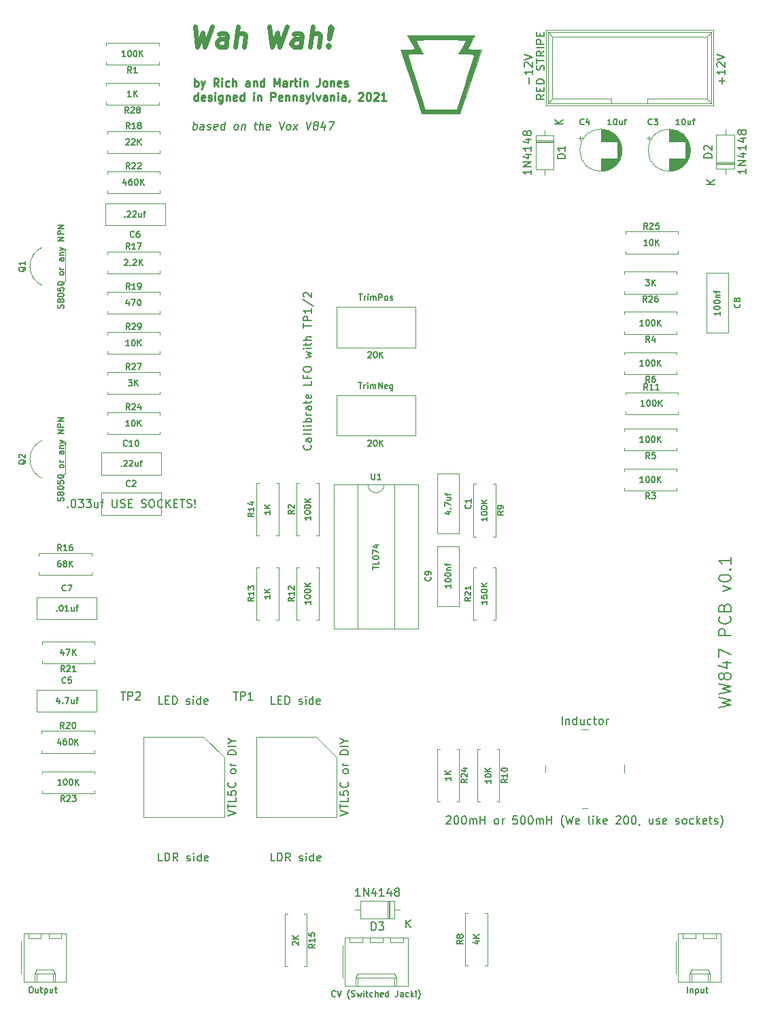
<source format=gbr>
%TF.GenerationSoftware,KiCad,Pcbnew,(5.1.8-0-10_14)*%
%TF.CreationDate,2021-09-13T18:23:07-04:00*%
%TF.ProjectId,wahwah,77616877-6168-42e6-9b69-6361645f7063,rev?*%
%TF.SameCoordinates,Original*%
%TF.FileFunction,Legend,Top*%
%TF.FilePolarity,Positive*%
%FSLAX46Y46*%
G04 Gerber Fmt 4.6, Leading zero omitted, Abs format (unit mm)*
G04 Created by KiCad (PCBNEW (5.1.8-0-10_14)) date 2021-09-13 18:23:07*
%MOMM*%
%LPD*%
G01*
G04 APERTURE LIST*
%ADD10C,0.150000*%
%ADD11C,0.250000*%
%ADD12C,0.625000*%
%ADD13C,0.010000*%
%ADD14C,0.120000*%
%ADD15C,0.100000*%
G04 APERTURE END LIST*
D10*
X-576595238Y-79952380D02*
X-577071428Y-79952380D01*
X-577071428Y-78952380D01*
X-576261904Y-79952380D02*
X-576261904Y-78952380D01*
X-576023809Y-78952380D01*
X-575880952Y-79000000D01*
X-575785714Y-79095238D01*
X-575738095Y-79190476D01*
X-575690476Y-79380952D01*
X-575690476Y-79523809D01*
X-575738095Y-79714285D01*
X-575785714Y-79809523D01*
X-575880952Y-79904761D01*
X-576023809Y-79952380D01*
X-576261904Y-79952380D01*
X-574690476Y-79952380D02*
X-575023809Y-79476190D01*
X-575261904Y-79952380D02*
X-575261904Y-78952380D01*
X-574880952Y-78952380D01*
X-574785714Y-79000000D01*
X-574738095Y-79047619D01*
X-574690476Y-79142857D01*
X-574690476Y-79285714D01*
X-574738095Y-79380952D01*
X-574785714Y-79428571D01*
X-574880952Y-79476190D01*
X-575261904Y-79476190D01*
X-573547619Y-79904761D02*
X-573452380Y-79952380D01*
X-573261904Y-79952380D01*
X-573166666Y-79904761D01*
X-573119047Y-79809523D01*
X-573119047Y-79761904D01*
X-573166666Y-79666666D01*
X-573261904Y-79619047D01*
X-573404761Y-79619047D01*
X-573500000Y-79571428D01*
X-573547619Y-79476190D01*
X-573547619Y-79428571D01*
X-573500000Y-79333333D01*
X-573404761Y-79285714D01*
X-573261904Y-79285714D01*
X-573166666Y-79333333D01*
X-572690476Y-79952380D02*
X-572690476Y-79285714D01*
X-572690476Y-78952380D02*
X-572738095Y-79000000D01*
X-572690476Y-79047619D01*
X-572642857Y-79000000D01*
X-572690476Y-78952380D01*
X-572690476Y-79047619D01*
X-571785714Y-79952380D02*
X-571785714Y-78952380D01*
X-571785714Y-79904761D02*
X-571880952Y-79952380D01*
X-572071428Y-79952380D01*
X-572166666Y-79904761D01*
X-572214285Y-79857142D01*
X-572261904Y-79761904D01*
X-572261904Y-79476190D01*
X-572214285Y-79380952D01*
X-572166666Y-79333333D01*
X-572071428Y-79285714D01*
X-571880952Y-79285714D01*
X-571785714Y-79333333D01*
X-570928571Y-79904761D02*
X-571023809Y-79952380D01*
X-571214285Y-79952380D01*
X-571309523Y-79904761D01*
X-571357142Y-79809523D01*
X-571357142Y-79428571D01*
X-571309523Y-79333333D01*
X-571214285Y-79285714D01*
X-571023809Y-79285714D01*
X-570928571Y-79333333D01*
X-570880952Y-79428571D01*
X-570880952Y-79523809D01*
X-571357142Y-79619047D01*
X-576547619Y-60452380D02*
X-577023809Y-60452380D01*
X-577023809Y-59452380D01*
X-576214285Y-59928571D02*
X-575880952Y-59928571D01*
X-575738095Y-60452380D02*
X-576214285Y-60452380D01*
X-576214285Y-59452380D01*
X-575738095Y-59452380D01*
X-575309523Y-60452380D02*
X-575309523Y-59452380D01*
X-575071428Y-59452380D01*
X-574928571Y-59500000D01*
X-574833333Y-59595238D01*
X-574785714Y-59690476D01*
X-574738095Y-59880952D01*
X-574738095Y-60023809D01*
X-574785714Y-60214285D01*
X-574833333Y-60309523D01*
X-574928571Y-60404761D01*
X-575071428Y-60452380D01*
X-575309523Y-60452380D01*
X-573595238Y-60404761D02*
X-573500000Y-60452380D01*
X-573309523Y-60452380D01*
X-573214285Y-60404761D01*
X-573166666Y-60309523D01*
X-573166666Y-60261904D01*
X-573214285Y-60166666D01*
X-573309523Y-60119047D01*
X-573452380Y-60119047D01*
X-573547619Y-60071428D01*
X-573595238Y-59976190D01*
X-573595238Y-59928571D01*
X-573547619Y-59833333D01*
X-573452380Y-59785714D01*
X-573309523Y-59785714D01*
X-573214285Y-59833333D01*
X-572738095Y-60452380D02*
X-572738095Y-59785714D01*
X-572738095Y-59452380D02*
X-572785714Y-59500000D01*
X-572738095Y-59547619D01*
X-572690476Y-59500000D01*
X-572738095Y-59452380D01*
X-572738095Y-59547619D01*
X-571833333Y-60452380D02*
X-571833333Y-59452380D01*
X-571833333Y-60404761D02*
X-571928571Y-60452380D01*
X-572119047Y-60452380D01*
X-572214285Y-60404761D01*
X-572261904Y-60357142D01*
X-572309523Y-60261904D01*
X-572309523Y-59976190D01*
X-572261904Y-59880952D01*
X-572214285Y-59833333D01*
X-572119047Y-59785714D01*
X-571928571Y-59785714D01*
X-571833333Y-59833333D01*
X-570976190Y-60404761D02*
X-571071428Y-60452380D01*
X-571261904Y-60452380D01*
X-571357142Y-60404761D01*
X-571404761Y-60309523D01*
X-571404761Y-59928571D01*
X-571357142Y-59833333D01*
X-571261904Y-59785714D01*
X-571071428Y-59785714D01*
X-570976190Y-59833333D01*
X-570928571Y-59928571D01*
X-570928571Y-60023809D01*
X-571404761Y-60119047D01*
X-562595238Y-79952380D02*
X-563071428Y-79952380D01*
X-563071428Y-78952380D01*
X-562261904Y-79952380D02*
X-562261904Y-78952380D01*
X-562023809Y-78952380D01*
X-561880952Y-79000000D01*
X-561785714Y-79095238D01*
X-561738095Y-79190476D01*
X-561690476Y-79380952D01*
X-561690476Y-79523809D01*
X-561738095Y-79714285D01*
X-561785714Y-79809523D01*
X-561880952Y-79904761D01*
X-562023809Y-79952380D01*
X-562261904Y-79952380D01*
X-560690476Y-79952380D02*
X-561023809Y-79476190D01*
X-561261904Y-79952380D02*
X-561261904Y-78952380D01*
X-560880952Y-78952380D01*
X-560785714Y-79000000D01*
X-560738095Y-79047619D01*
X-560690476Y-79142857D01*
X-560690476Y-79285714D01*
X-560738095Y-79380952D01*
X-560785714Y-79428571D01*
X-560880952Y-79476190D01*
X-561261904Y-79476190D01*
X-559547619Y-79904761D02*
X-559452380Y-79952380D01*
X-559261904Y-79952380D01*
X-559166666Y-79904761D01*
X-559119047Y-79809523D01*
X-559119047Y-79761904D01*
X-559166666Y-79666666D01*
X-559261904Y-79619047D01*
X-559404761Y-79619047D01*
X-559500000Y-79571428D01*
X-559547619Y-79476190D01*
X-559547619Y-79428571D01*
X-559500000Y-79333333D01*
X-559404761Y-79285714D01*
X-559261904Y-79285714D01*
X-559166666Y-79333333D01*
X-558690476Y-79952380D02*
X-558690476Y-79285714D01*
X-558690476Y-78952380D02*
X-558738095Y-79000000D01*
X-558690476Y-79047619D01*
X-558642857Y-79000000D01*
X-558690476Y-78952380D01*
X-558690476Y-79047619D01*
X-557785714Y-79952380D02*
X-557785714Y-78952380D01*
X-557785714Y-79904761D02*
X-557880952Y-79952380D01*
X-558071428Y-79952380D01*
X-558166666Y-79904761D01*
X-558214285Y-79857142D01*
X-558261904Y-79761904D01*
X-558261904Y-79476190D01*
X-558214285Y-79380952D01*
X-558166666Y-79333333D01*
X-558071428Y-79285714D01*
X-557880952Y-79285714D01*
X-557785714Y-79333333D01*
X-556928571Y-79904761D02*
X-557023809Y-79952380D01*
X-557214285Y-79952380D01*
X-557309523Y-79904761D01*
X-557357142Y-79809523D01*
X-557357142Y-79428571D01*
X-557309523Y-79333333D01*
X-557214285Y-79285714D01*
X-557023809Y-79285714D01*
X-556928571Y-79333333D01*
X-556880952Y-79428571D01*
X-556880952Y-79523809D01*
X-557357142Y-79619047D01*
X-562547619Y-60452380D02*
X-563023809Y-60452380D01*
X-563023809Y-59452380D01*
X-562214285Y-59928571D02*
X-561880952Y-59928571D01*
X-561738095Y-60452380D02*
X-562214285Y-60452380D01*
X-562214285Y-59452380D01*
X-561738095Y-59452380D01*
X-561309523Y-60452380D02*
X-561309523Y-59452380D01*
X-561071428Y-59452380D01*
X-560928571Y-59500000D01*
X-560833333Y-59595238D01*
X-560785714Y-59690476D01*
X-560738095Y-59880952D01*
X-560738095Y-60023809D01*
X-560785714Y-60214285D01*
X-560833333Y-60309523D01*
X-560928571Y-60404761D01*
X-561071428Y-60452380D01*
X-561309523Y-60452380D01*
X-559595238Y-60404761D02*
X-559500000Y-60452380D01*
X-559309523Y-60452380D01*
X-559214285Y-60404761D01*
X-559166666Y-60309523D01*
X-559166666Y-60261904D01*
X-559214285Y-60166666D01*
X-559309523Y-60119047D01*
X-559452380Y-60119047D01*
X-559547619Y-60071428D01*
X-559595238Y-59976190D01*
X-559595238Y-59928571D01*
X-559547619Y-59833333D01*
X-559452380Y-59785714D01*
X-559309523Y-59785714D01*
X-559214285Y-59833333D01*
X-558738095Y-60452380D02*
X-558738095Y-59785714D01*
X-558738095Y-59452380D02*
X-558785714Y-59500000D01*
X-558738095Y-59547619D01*
X-558690476Y-59500000D01*
X-558738095Y-59452380D01*
X-558738095Y-59547619D01*
X-557833333Y-60452380D02*
X-557833333Y-59452380D01*
X-557833333Y-60404761D02*
X-557928571Y-60452380D01*
X-558119047Y-60452380D01*
X-558214285Y-60404761D01*
X-558261904Y-60357142D01*
X-558309523Y-60261904D01*
X-558309523Y-59976190D01*
X-558261904Y-59880952D01*
X-558214285Y-59833333D01*
X-558119047Y-59785714D01*
X-557928571Y-59785714D01*
X-557833333Y-59833333D01*
X-556976190Y-60404761D02*
X-557071428Y-60452380D01*
X-557261904Y-60452380D01*
X-557357142Y-60404761D01*
X-557404761Y-60309523D01*
X-557404761Y-59928571D01*
X-557357142Y-59833333D01*
X-557261904Y-59785714D01*
X-557071428Y-59785714D01*
X-556976190Y-59833333D01*
X-556928571Y-59928571D01*
X-556928571Y-60023809D01*
X-557404761Y-60119047D01*
X-558142857Y-28190476D02*
X-558095238Y-28238095D01*
X-558047619Y-28380952D01*
X-558047619Y-28476190D01*
X-558095238Y-28619047D01*
X-558190476Y-28714285D01*
X-558285714Y-28761904D01*
X-558476190Y-28809523D01*
X-558619047Y-28809523D01*
X-558809523Y-28761904D01*
X-558904761Y-28714285D01*
X-559000000Y-28619047D01*
X-559047619Y-28476190D01*
X-559047619Y-28380952D01*
X-559000000Y-28238095D01*
X-558952380Y-28190476D01*
X-558047619Y-27333333D02*
X-558571428Y-27333333D01*
X-558666666Y-27380952D01*
X-558714285Y-27476190D01*
X-558714285Y-27666666D01*
X-558666666Y-27761904D01*
X-558095238Y-27333333D02*
X-558047619Y-27428571D01*
X-558047619Y-27666666D01*
X-558095238Y-27761904D01*
X-558190476Y-27809523D01*
X-558285714Y-27809523D01*
X-558380952Y-27761904D01*
X-558428571Y-27666666D01*
X-558428571Y-27428571D01*
X-558476190Y-27333333D01*
X-558047619Y-26714285D02*
X-558095238Y-26809523D01*
X-558190476Y-26857142D01*
X-559047619Y-26857142D01*
X-558047619Y-26190476D02*
X-558095238Y-26285714D01*
X-558190476Y-26333333D01*
X-559047619Y-26333333D01*
X-558047619Y-25809523D02*
X-558714285Y-25809523D01*
X-559047619Y-25809523D02*
X-559000000Y-25857142D01*
X-558952380Y-25809523D01*
X-559000000Y-25761904D01*
X-559047619Y-25809523D01*
X-558952380Y-25809523D01*
X-558047619Y-25333333D02*
X-559047619Y-25333333D01*
X-558666666Y-25333333D02*
X-558714285Y-25238095D01*
X-558714285Y-25047619D01*
X-558666666Y-24952380D01*
X-558619047Y-24904761D01*
X-558523809Y-24857142D01*
X-558238095Y-24857142D01*
X-558142857Y-24904761D01*
X-558095238Y-24952380D01*
X-558047619Y-25047619D01*
X-558047619Y-25238095D01*
X-558095238Y-25333333D01*
X-558047619Y-24428571D02*
X-558714285Y-24428571D01*
X-558523809Y-24428571D02*
X-558619047Y-24380952D01*
X-558666666Y-24333333D01*
X-558714285Y-24238095D01*
X-558714285Y-24142857D01*
X-558047619Y-23380952D02*
X-558571428Y-23380952D01*
X-558666666Y-23428571D01*
X-558714285Y-23523809D01*
X-558714285Y-23714285D01*
X-558666666Y-23809523D01*
X-558095238Y-23380952D02*
X-558047619Y-23476190D01*
X-558047619Y-23714285D01*
X-558095238Y-23809523D01*
X-558190476Y-23857142D01*
X-558285714Y-23857142D01*
X-558380952Y-23809523D01*
X-558428571Y-23714285D01*
X-558428571Y-23476190D01*
X-558476190Y-23380952D01*
X-558714285Y-23047619D02*
X-558714285Y-22666666D01*
X-559047619Y-22904761D02*
X-558190476Y-22904761D01*
X-558095238Y-22857142D01*
X-558047619Y-22761904D01*
X-558047619Y-22666666D01*
X-558095238Y-21952380D02*
X-558047619Y-22047619D01*
X-558047619Y-22238095D01*
X-558095238Y-22333333D01*
X-558190476Y-22380952D01*
X-558571428Y-22380952D01*
X-558666666Y-22333333D01*
X-558714285Y-22238095D01*
X-558714285Y-22047619D01*
X-558666666Y-21952380D01*
X-558571428Y-21904761D01*
X-558476190Y-21904761D01*
X-558380952Y-22380952D01*
X-558047619Y-20238095D02*
X-558047619Y-20714285D01*
X-559047619Y-20714285D01*
X-558571428Y-19571428D02*
X-558571428Y-19904761D01*
X-558047619Y-19904761D02*
X-559047619Y-19904761D01*
X-559047619Y-19428571D01*
X-559047619Y-18857142D02*
X-559047619Y-18666666D01*
X-559000000Y-18571428D01*
X-558904761Y-18476190D01*
X-558714285Y-18428571D01*
X-558380952Y-18428571D01*
X-558190476Y-18476190D01*
X-558095238Y-18571428D01*
X-558047619Y-18666666D01*
X-558047619Y-18857142D01*
X-558095238Y-18952380D01*
X-558190476Y-19047619D01*
X-558380952Y-19095238D01*
X-558714285Y-19095238D01*
X-558904761Y-19047619D01*
X-559000000Y-18952380D01*
X-559047619Y-18857142D01*
X-558714285Y-17333333D02*
X-558047619Y-17142857D01*
X-558523809Y-16952380D01*
X-558047619Y-16761904D01*
X-558714285Y-16571428D01*
X-558047619Y-16190476D02*
X-558714285Y-16190476D01*
X-559047619Y-16190476D02*
X-559000000Y-16238095D01*
X-558952380Y-16190476D01*
X-559000000Y-16142857D01*
X-559047619Y-16190476D01*
X-558952380Y-16190476D01*
X-558714285Y-15857142D02*
X-558714285Y-15476190D01*
X-559047619Y-15714285D02*
X-558190476Y-15714285D01*
X-558095238Y-15666666D01*
X-558047619Y-15571428D01*
X-558047619Y-15476190D01*
X-558047619Y-15142857D02*
X-559047619Y-15142857D01*
X-558047619Y-14714285D02*
X-558571428Y-14714285D01*
X-558666666Y-14761904D01*
X-558714285Y-14857142D01*
X-558714285Y-15000000D01*
X-558666666Y-15095238D01*
X-558619047Y-15142857D01*
X-559047619Y-13619047D02*
X-559047619Y-13047619D01*
X-558047619Y-13333333D02*
X-559047619Y-13333333D01*
X-558047619Y-12714285D02*
X-559047619Y-12714285D01*
X-559047619Y-12333333D01*
X-559000000Y-12238095D01*
X-558952380Y-12190476D01*
X-558857142Y-12142857D01*
X-558714285Y-12142857D01*
X-558619047Y-12190476D01*
X-558571428Y-12238095D01*
X-558523809Y-12333333D01*
X-558523809Y-12714285D01*
X-558047619Y-11190476D02*
X-558047619Y-11761904D01*
X-558047619Y-11476190D02*
X-559047619Y-11476190D01*
X-558904761Y-11571428D01*
X-558809523Y-11666666D01*
X-558761904Y-11761904D01*
X-559095238Y-10047619D02*
X-557809523Y-10904761D01*
X-558952380Y-9761904D02*
X-559000000Y-9714285D01*
X-559047619Y-9619047D01*
X-559047619Y-9380952D01*
X-559000000Y-9285714D01*
X-558952380Y-9238095D01*
X-558857142Y-9190476D01*
X-558761904Y-9190476D01*
X-558619047Y-9238095D01*
X-558047619Y-9809523D01*
X-558047619Y-9190476D01*
X-507321428Y-60892857D02*
X-505821428Y-60535714D01*
X-506892857Y-60250000D01*
X-505821428Y-59964285D01*
X-507321428Y-59607142D01*
X-507321428Y-59178571D02*
X-505821428Y-58821428D01*
X-506892857Y-58535714D01*
X-505821428Y-58250000D01*
X-507321428Y-57892857D01*
X-506678571Y-57107142D02*
X-506750000Y-57250000D01*
X-506821428Y-57321428D01*
X-506964285Y-57392857D01*
X-507035714Y-57392857D01*
X-507178571Y-57321428D01*
X-507250000Y-57250000D01*
X-507321428Y-57107142D01*
X-507321428Y-56821428D01*
X-507250000Y-56678571D01*
X-507178571Y-56607142D01*
X-507035714Y-56535714D01*
X-506964285Y-56535714D01*
X-506821428Y-56607142D01*
X-506750000Y-56678571D01*
X-506678571Y-56821428D01*
X-506678571Y-57107142D01*
X-506607142Y-57250000D01*
X-506535714Y-57321428D01*
X-506392857Y-57392857D01*
X-506107142Y-57392857D01*
X-505964285Y-57321428D01*
X-505892857Y-57250000D01*
X-505821428Y-57107142D01*
X-505821428Y-56821428D01*
X-505892857Y-56678571D01*
X-505964285Y-56607142D01*
X-506107142Y-56535714D01*
X-506392857Y-56535714D01*
X-506535714Y-56607142D01*
X-506607142Y-56678571D01*
X-506678571Y-56821428D01*
X-506821428Y-55250000D02*
X-505821428Y-55250000D01*
X-507392857Y-55607142D02*
X-506321428Y-55964285D01*
X-506321428Y-55035714D01*
X-507321428Y-54607142D02*
X-507321428Y-53607142D01*
X-505821428Y-54250000D01*
X-505821428Y-51892857D02*
X-507321428Y-51892857D01*
X-507321428Y-51321428D01*
X-507250000Y-51178571D01*
X-507178571Y-51107142D01*
X-507035714Y-51035714D01*
X-506821428Y-51035714D01*
X-506678571Y-51107142D01*
X-506607142Y-51178571D01*
X-506535714Y-51321428D01*
X-506535714Y-51892857D01*
X-505964285Y-49535714D02*
X-505892857Y-49607142D01*
X-505821428Y-49821428D01*
X-505821428Y-49964285D01*
X-505892857Y-50178571D01*
X-506035714Y-50321428D01*
X-506178571Y-50392857D01*
X-506464285Y-50464285D01*
X-506678571Y-50464285D01*
X-506964285Y-50392857D01*
X-507107142Y-50321428D01*
X-507250000Y-50178571D01*
X-507321428Y-49964285D01*
X-507321428Y-49821428D01*
X-507250000Y-49607142D01*
X-507178571Y-49535714D01*
X-506607142Y-48392857D02*
X-506535714Y-48178571D01*
X-506464285Y-48107142D01*
X-506321428Y-48035714D01*
X-506107142Y-48035714D01*
X-505964285Y-48107142D01*
X-505892857Y-48178571D01*
X-505821428Y-48321428D01*
X-505821428Y-48892857D01*
X-507321428Y-48892857D01*
X-507321428Y-48392857D01*
X-507250000Y-48250000D01*
X-507178571Y-48178571D01*
X-507035714Y-48107142D01*
X-506892857Y-48107142D01*
X-506750000Y-48178571D01*
X-506678571Y-48250000D01*
X-506607142Y-48392857D01*
X-506607142Y-48892857D01*
X-506821428Y-46392857D02*
X-505821428Y-46035714D01*
X-506821428Y-45678571D01*
X-507321428Y-44821428D02*
X-507321428Y-44678571D01*
X-507250000Y-44535714D01*
X-507178571Y-44464285D01*
X-507035714Y-44392857D01*
X-506750000Y-44321428D01*
X-506392857Y-44321428D01*
X-506107142Y-44392857D01*
X-505964285Y-44464285D01*
X-505892857Y-44535714D01*
X-505821428Y-44678571D01*
X-505821428Y-44821428D01*
X-505892857Y-44964285D01*
X-505964285Y-45035714D01*
X-506107142Y-45107142D01*
X-506392857Y-45178571D01*
X-506750000Y-45178571D01*
X-507035714Y-45107142D01*
X-507178571Y-45035714D01*
X-507250000Y-44964285D01*
X-507321428Y-44821428D01*
X-505964285Y-43678571D02*
X-505892857Y-43607142D01*
X-505821428Y-43678571D01*
X-505892857Y-43750000D01*
X-505964285Y-43678571D01*
X-505821428Y-43678571D01*
X-505821428Y-42178571D02*
X-505821428Y-43035714D01*
X-505821428Y-42607142D02*
X-507321428Y-42607142D01*
X-507107142Y-42750000D01*
X-506964285Y-42892857D01*
X-506892857Y-43035714D01*
X-572790461Y11047619D02*
X-572665461Y12047619D01*
X-572713080Y11666666D02*
X-572611889Y11714285D01*
X-572421413Y11714285D01*
X-572332127Y11666666D01*
X-572290461Y11619047D01*
X-572254747Y11523809D01*
X-572290461Y11238095D01*
X-572349985Y11142857D01*
X-572403556Y11095238D01*
X-572504747Y11047619D01*
X-572695223Y11047619D01*
X-572784508Y11095238D01*
X-571457127Y11047619D02*
X-571391651Y11571428D01*
X-571427366Y11666666D01*
X-571516651Y11714285D01*
X-571707127Y11714285D01*
X-571808318Y11666666D01*
X-571451175Y11095238D02*
X-571552366Y11047619D01*
X-571790461Y11047619D01*
X-571879747Y11095238D01*
X-571915461Y11190476D01*
X-571903556Y11285714D01*
X-571844032Y11380952D01*
X-571742842Y11428571D01*
X-571504747Y11428571D01*
X-571403556Y11476190D01*
X-571022604Y11095238D02*
X-570933318Y11047619D01*
X-570742842Y11047619D01*
X-570641651Y11095238D01*
X-570582127Y11190476D01*
X-570576175Y11238095D01*
X-570611889Y11333333D01*
X-570701175Y11380952D01*
X-570844032Y11380952D01*
X-570933318Y11428571D01*
X-570969032Y11523809D01*
X-570963080Y11571428D01*
X-570903556Y11666666D01*
X-570802366Y11714285D01*
X-570659508Y11714285D01*
X-570570223Y11666666D01*
X-569784508Y11095238D02*
X-569885699Y11047619D01*
X-570076175Y11047619D01*
X-570165461Y11095238D01*
X-570201175Y11190476D01*
X-570153556Y11571428D01*
X-570094032Y11666666D01*
X-569992842Y11714285D01*
X-569802366Y11714285D01*
X-569713080Y11666666D01*
X-569677366Y11571428D01*
X-569689270Y11476190D01*
X-570177366Y11380952D01*
X-568885699Y11047619D02*
X-568760699Y12047619D01*
X-568879747Y11095238D02*
X-568980937Y11047619D01*
X-569171413Y11047619D01*
X-569260699Y11095238D01*
X-569302366Y11142857D01*
X-569338080Y11238095D01*
X-569302366Y11523809D01*
X-569242842Y11619047D01*
X-569189270Y11666666D01*
X-569088080Y11714285D01*
X-568897604Y11714285D01*
X-568808318Y11666666D01*
X-567504747Y11047619D02*
X-567594032Y11095238D01*
X-567635699Y11142857D01*
X-567671413Y11238095D01*
X-567635699Y11523809D01*
X-567576175Y11619047D01*
X-567522604Y11666666D01*
X-567421413Y11714285D01*
X-567278556Y11714285D01*
X-567189270Y11666666D01*
X-567147604Y11619047D01*
X-567111889Y11523809D01*
X-567147604Y11238095D01*
X-567207127Y11142857D01*
X-567260699Y11095238D01*
X-567361889Y11047619D01*
X-567504747Y11047619D01*
X-566659508Y11714285D02*
X-566742842Y11047619D01*
X-566671413Y11619047D02*
X-566617842Y11666666D01*
X-566516651Y11714285D01*
X-566373794Y11714285D01*
X-566284508Y11666666D01*
X-566248794Y11571428D01*
X-566314270Y11047619D01*
X-565135699Y11714285D02*
X-564754747Y11714285D01*
X-564951175Y12047619D02*
X-565058318Y11190476D01*
X-565022604Y11095238D01*
X-564933318Y11047619D01*
X-564838080Y11047619D01*
X-564504747Y11047619D02*
X-564379747Y12047619D01*
X-564076175Y11047619D02*
X-564010699Y11571428D01*
X-564046413Y11666666D01*
X-564135699Y11714285D01*
X-564278556Y11714285D01*
X-564379747Y11666666D01*
X-564433318Y11619047D01*
X-563213080Y11095238D02*
X-563314270Y11047619D01*
X-563504747Y11047619D01*
X-563594032Y11095238D01*
X-563629747Y11190476D01*
X-563582127Y11571428D01*
X-563522604Y11666666D01*
X-563421413Y11714285D01*
X-563230937Y11714285D01*
X-563141651Y11666666D01*
X-563105937Y11571428D01*
X-563117842Y11476190D01*
X-563605937Y11380952D01*
X-561998794Y12047619D02*
X-561790461Y11047619D01*
X-561332127Y12047619D01*
X-560980937Y11047619D02*
X-561070223Y11095238D01*
X-561111889Y11142857D01*
X-561147604Y11238095D01*
X-561111889Y11523809D01*
X-561052366Y11619047D01*
X-560998794Y11666666D01*
X-560897604Y11714285D01*
X-560754747Y11714285D01*
X-560665461Y11666666D01*
X-560623794Y11619047D01*
X-560588080Y11523809D01*
X-560623794Y11238095D01*
X-560683318Y11142857D01*
X-560736889Y11095238D01*
X-560838080Y11047619D01*
X-560980937Y11047619D01*
X-560314270Y11047619D02*
X-559707127Y11714285D01*
X-560230937Y11714285D02*
X-559790461Y11047619D01*
X-558665461Y12047619D02*
X-558457127Y11047619D01*
X-557998794Y12047619D01*
X-557576175Y11619047D02*
X-557665461Y11666666D01*
X-557707127Y11714285D01*
X-557742842Y11809523D01*
X-557736889Y11857142D01*
X-557677366Y11952380D01*
X-557623794Y12000000D01*
X-557522604Y12047619D01*
X-557332127Y12047619D01*
X-557242842Y12000000D01*
X-557201175Y11952380D01*
X-557165461Y11857142D01*
X-557171413Y11809523D01*
X-557230937Y11714285D01*
X-557284508Y11666666D01*
X-557385699Y11619047D01*
X-557576175Y11619047D01*
X-557677366Y11571428D01*
X-557730937Y11523809D01*
X-557790461Y11428571D01*
X-557814270Y11238095D01*
X-557778556Y11142857D01*
X-557736889Y11095238D01*
X-557647604Y11047619D01*
X-557457127Y11047619D01*
X-557355937Y11095238D01*
X-557302366Y11142857D01*
X-557242842Y11238095D01*
X-557219032Y11428571D01*
X-557254747Y11523809D01*
X-557296413Y11571428D01*
X-557385699Y11619047D01*
X-556326175Y11714285D02*
X-556409508Y11047619D01*
X-556516651Y12095238D02*
X-556844032Y11380952D01*
X-556224985Y11380952D01*
X-555855937Y12047619D02*
X-555189270Y12047619D01*
X-555742842Y11047619D01*
D11*
X-572599404Y16422619D02*
X-572599404Y17422619D01*
X-572599404Y17041666D02*
X-572504166Y17089285D01*
X-572313690Y17089285D01*
X-572218452Y17041666D01*
X-572170833Y16994047D01*
X-572123214Y16898809D01*
X-572123214Y16613095D01*
X-572170833Y16517857D01*
X-572218452Y16470238D01*
X-572313690Y16422619D01*
X-572504166Y16422619D01*
X-572599404Y16470238D01*
X-571789880Y17089285D02*
X-571551785Y16422619D01*
X-571313690Y17089285D02*
X-571551785Y16422619D01*
X-571647023Y16184523D01*
X-571694642Y16136904D01*
X-571789880Y16089285D01*
X-569599404Y16422619D02*
X-569932738Y16898809D01*
X-570170833Y16422619D02*
X-570170833Y17422619D01*
X-569789880Y17422619D01*
X-569694642Y17375000D01*
X-569647023Y17327380D01*
X-569599404Y17232142D01*
X-569599404Y17089285D01*
X-569647023Y16994047D01*
X-569694642Y16946428D01*
X-569789880Y16898809D01*
X-570170833Y16898809D01*
X-569170833Y16422619D02*
X-569170833Y17089285D01*
X-569170833Y17422619D02*
X-569218452Y17375000D01*
X-569170833Y17327380D01*
X-569123214Y17375000D01*
X-569170833Y17422619D01*
X-569170833Y17327380D01*
X-568266071Y16470238D02*
X-568361309Y16422619D01*
X-568551785Y16422619D01*
X-568647023Y16470238D01*
X-568694642Y16517857D01*
X-568742261Y16613095D01*
X-568742261Y16898809D01*
X-568694642Y16994047D01*
X-568647023Y17041666D01*
X-568551785Y17089285D01*
X-568361309Y17089285D01*
X-568266071Y17041666D01*
X-567837500Y16422619D02*
X-567837500Y17422619D01*
X-567408928Y16422619D02*
X-567408928Y16946428D01*
X-567456547Y17041666D01*
X-567551785Y17089285D01*
X-567694642Y17089285D01*
X-567789880Y17041666D01*
X-567837500Y16994047D01*
X-565742261Y16422619D02*
X-565742261Y16946428D01*
X-565789880Y17041666D01*
X-565885119Y17089285D01*
X-566075595Y17089285D01*
X-566170833Y17041666D01*
X-565742261Y16470238D02*
X-565837500Y16422619D01*
X-566075595Y16422619D01*
X-566170833Y16470238D01*
X-566218452Y16565476D01*
X-566218452Y16660714D01*
X-566170833Y16755952D01*
X-566075595Y16803571D01*
X-565837500Y16803571D01*
X-565742261Y16851190D01*
X-565266071Y17089285D02*
X-565266071Y16422619D01*
X-565266071Y16994047D02*
X-565218452Y17041666D01*
X-565123214Y17089285D01*
X-564980357Y17089285D01*
X-564885119Y17041666D01*
X-564837500Y16946428D01*
X-564837500Y16422619D01*
X-563932738Y16422619D02*
X-563932738Y17422619D01*
X-563932738Y16470238D02*
X-564027976Y16422619D01*
X-564218452Y16422619D01*
X-564313690Y16470238D01*
X-564361309Y16517857D01*
X-564408928Y16613095D01*
X-564408928Y16898809D01*
X-564361309Y16994047D01*
X-564313690Y17041666D01*
X-564218452Y17089285D01*
X-564027976Y17089285D01*
X-563932738Y17041666D01*
X-562694642Y16422619D02*
X-562694642Y17422619D01*
X-562361309Y16708333D01*
X-562027976Y17422619D01*
X-562027976Y16422619D01*
X-561123214Y16422619D02*
X-561123214Y16946428D01*
X-561170833Y17041666D01*
X-561266071Y17089285D01*
X-561456547Y17089285D01*
X-561551785Y17041666D01*
X-561123214Y16470238D02*
X-561218452Y16422619D01*
X-561456547Y16422619D01*
X-561551785Y16470238D01*
X-561599404Y16565476D01*
X-561599404Y16660714D01*
X-561551785Y16755952D01*
X-561456547Y16803571D01*
X-561218452Y16803571D01*
X-561123214Y16851190D01*
X-560647023Y16422619D02*
X-560647023Y17089285D01*
X-560647023Y16898809D02*
X-560599404Y16994047D01*
X-560551785Y17041666D01*
X-560456547Y17089285D01*
X-560361309Y17089285D01*
X-560170833Y17089285D02*
X-559789880Y17089285D01*
X-560027976Y17422619D02*
X-560027976Y16565476D01*
X-559980357Y16470238D01*
X-559885119Y16422619D01*
X-559789880Y16422619D01*
X-559456547Y16422619D02*
X-559456547Y17089285D01*
X-559456547Y17422619D02*
X-559504166Y17375000D01*
X-559456547Y17327380D01*
X-559408928Y17375000D01*
X-559456547Y17422619D01*
X-559456547Y17327380D01*
X-558980357Y17089285D02*
X-558980357Y16422619D01*
X-558980357Y16994047D02*
X-558932738Y17041666D01*
X-558837500Y17089285D01*
X-558694642Y17089285D01*
X-558599404Y17041666D01*
X-558551785Y16946428D01*
X-558551785Y16422619D01*
X-557027976Y17422619D02*
X-557027976Y16708333D01*
X-557075595Y16565476D01*
X-557170833Y16470238D01*
X-557313690Y16422619D01*
X-557408928Y16422619D01*
X-556408928Y16422619D02*
X-556504166Y16470238D01*
X-556551785Y16517857D01*
X-556599404Y16613095D01*
X-556599404Y16898809D01*
X-556551785Y16994047D01*
X-556504166Y17041666D01*
X-556408928Y17089285D01*
X-556266071Y17089285D01*
X-556170833Y17041666D01*
X-556123214Y16994047D01*
X-556075595Y16898809D01*
X-556075595Y16613095D01*
X-556123214Y16517857D01*
X-556170833Y16470238D01*
X-556266071Y16422619D01*
X-556408928Y16422619D01*
X-555647023Y17089285D02*
X-555647023Y16422619D01*
X-555647023Y16994047D02*
X-555599404Y17041666D01*
X-555504166Y17089285D01*
X-555361309Y17089285D01*
X-555266071Y17041666D01*
X-555218452Y16946428D01*
X-555218452Y16422619D01*
X-554361309Y16470238D02*
X-554456547Y16422619D01*
X-554647023Y16422619D01*
X-554742261Y16470238D01*
X-554789880Y16565476D01*
X-554789880Y16946428D01*
X-554742261Y17041666D01*
X-554647023Y17089285D01*
X-554456547Y17089285D01*
X-554361309Y17041666D01*
X-554313690Y16946428D01*
X-554313690Y16851190D01*
X-554789880Y16755952D01*
X-553932738Y16470238D02*
X-553837500Y16422619D01*
X-553647023Y16422619D01*
X-553551785Y16470238D01*
X-553504166Y16565476D01*
X-553504166Y16613095D01*
X-553551785Y16708333D01*
X-553647023Y16755952D01*
X-553789880Y16755952D01*
X-553885119Y16803571D01*
X-553932738Y16898809D01*
X-553932738Y16946428D01*
X-553885119Y17041666D01*
X-553789880Y17089285D01*
X-553647023Y17089285D01*
X-553551785Y17041666D01*
X-572170833Y14672619D02*
X-572170833Y15672619D01*
X-572170833Y14720238D02*
X-572266071Y14672619D01*
X-572456547Y14672619D01*
X-572551785Y14720238D01*
X-572599404Y14767857D01*
X-572647023Y14863095D01*
X-572647023Y15148809D01*
X-572599404Y15244047D01*
X-572551785Y15291666D01*
X-572456547Y15339285D01*
X-572266071Y15339285D01*
X-572170833Y15291666D01*
X-571313690Y14720238D02*
X-571408928Y14672619D01*
X-571599404Y14672619D01*
X-571694642Y14720238D01*
X-571742261Y14815476D01*
X-571742261Y15196428D01*
X-571694642Y15291666D01*
X-571599404Y15339285D01*
X-571408928Y15339285D01*
X-571313690Y15291666D01*
X-571266071Y15196428D01*
X-571266071Y15101190D01*
X-571742261Y15005952D01*
X-570885119Y14720238D02*
X-570789880Y14672619D01*
X-570599404Y14672619D01*
X-570504166Y14720238D01*
X-570456547Y14815476D01*
X-570456547Y14863095D01*
X-570504166Y14958333D01*
X-570599404Y15005952D01*
X-570742261Y15005952D01*
X-570837500Y15053571D01*
X-570885119Y15148809D01*
X-570885119Y15196428D01*
X-570837500Y15291666D01*
X-570742261Y15339285D01*
X-570599404Y15339285D01*
X-570504166Y15291666D01*
X-570027976Y14672619D02*
X-570027976Y15339285D01*
X-570027976Y15672619D02*
X-570075595Y15625000D01*
X-570027976Y15577380D01*
X-569980357Y15625000D01*
X-570027976Y15672619D01*
X-570027976Y15577380D01*
X-569123214Y15339285D02*
X-569123214Y14529761D01*
X-569170833Y14434523D01*
X-569218452Y14386904D01*
X-569313690Y14339285D01*
X-569456547Y14339285D01*
X-569551785Y14386904D01*
X-569123214Y14720238D02*
X-569218452Y14672619D01*
X-569408928Y14672619D01*
X-569504166Y14720238D01*
X-569551785Y14767857D01*
X-569599404Y14863095D01*
X-569599404Y15148809D01*
X-569551785Y15244047D01*
X-569504166Y15291666D01*
X-569408928Y15339285D01*
X-569218452Y15339285D01*
X-569123214Y15291666D01*
X-568647023Y15339285D02*
X-568647023Y14672619D01*
X-568647023Y15244047D02*
X-568599404Y15291666D01*
X-568504166Y15339285D01*
X-568361309Y15339285D01*
X-568266071Y15291666D01*
X-568218452Y15196428D01*
X-568218452Y14672619D01*
X-567361309Y14720238D02*
X-567456547Y14672619D01*
X-567647023Y14672619D01*
X-567742261Y14720238D01*
X-567789880Y14815476D01*
X-567789880Y15196428D01*
X-567742261Y15291666D01*
X-567647023Y15339285D01*
X-567456547Y15339285D01*
X-567361309Y15291666D01*
X-567313690Y15196428D01*
X-567313690Y15101190D01*
X-567789880Y15005952D01*
X-566456547Y14672619D02*
X-566456547Y15672619D01*
X-566456547Y14720238D02*
X-566551785Y14672619D01*
X-566742261Y14672619D01*
X-566837500Y14720238D01*
X-566885119Y14767857D01*
X-566932738Y14863095D01*
X-566932738Y15148809D01*
X-566885119Y15244047D01*
X-566837500Y15291666D01*
X-566742261Y15339285D01*
X-566551785Y15339285D01*
X-566456547Y15291666D01*
X-565218452Y14672619D02*
X-565218452Y15339285D01*
X-565218452Y15672619D02*
X-565266071Y15625000D01*
X-565218452Y15577380D01*
X-565170833Y15625000D01*
X-565218452Y15672619D01*
X-565218452Y15577380D01*
X-564742261Y15339285D02*
X-564742261Y14672619D01*
X-564742261Y15244047D02*
X-564694642Y15291666D01*
X-564599404Y15339285D01*
X-564456547Y15339285D01*
X-564361309Y15291666D01*
X-564313690Y15196428D01*
X-564313690Y14672619D01*
X-563075595Y14672619D02*
X-563075595Y15672619D01*
X-562694642Y15672619D01*
X-562599404Y15625000D01*
X-562551785Y15577380D01*
X-562504166Y15482142D01*
X-562504166Y15339285D01*
X-562551785Y15244047D01*
X-562599404Y15196428D01*
X-562694642Y15148809D01*
X-563075595Y15148809D01*
X-561694642Y14720238D02*
X-561789880Y14672619D01*
X-561980357Y14672619D01*
X-562075595Y14720238D01*
X-562123214Y14815476D01*
X-562123214Y15196428D01*
X-562075595Y15291666D01*
X-561980357Y15339285D01*
X-561789880Y15339285D01*
X-561694642Y15291666D01*
X-561647023Y15196428D01*
X-561647023Y15101190D01*
X-562123214Y15005952D01*
X-561218452Y15339285D02*
X-561218452Y14672619D01*
X-561218452Y15244047D02*
X-561170833Y15291666D01*
X-561075595Y15339285D01*
X-560932738Y15339285D01*
X-560837500Y15291666D01*
X-560789880Y15196428D01*
X-560789880Y14672619D01*
X-560313690Y15339285D02*
X-560313690Y14672619D01*
X-560313690Y15244047D02*
X-560266071Y15291666D01*
X-560170833Y15339285D01*
X-560027976Y15339285D01*
X-559932738Y15291666D01*
X-559885119Y15196428D01*
X-559885119Y14672619D01*
X-559456547Y14720238D02*
X-559361309Y14672619D01*
X-559170833Y14672619D01*
X-559075595Y14720238D01*
X-559027976Y14815476D01*
X-559027976Y14863095D01*
X-559075595Y14958333D01*
X-559170833Y15005952D01*
X-559313690Y15005952D01*
X-559408928Y15053571D01*
X-559456547Y15148809D01*
X-559456547Y15196428D01*
X-559408928Y15291666D01*
X-559313690Y15339285D01*
X-559170833Y15339285D01*
X-559075595Y15291666D01*
X-558694642Y15339285D02*
X-558456547Y14672619D01*
X-558218452Y15339285D02*
X-558456547Y14672619D01*
X-558551785Y14434523D01*
X-558599404Y14386904D01*
X-558694642Y14339285D01*
X-557694642Y14672619D02*
X-557789880Y14720238D01*
X-557837500Y14815476D01*
X-557837500Y15672619D01*
X-557408928Y15339285D02*
X-557170833Y14672619D01*
X-556932738Y15339285D01*
X-556123214Y14672619D02*
X-556123214Y15196428D01*
X-556170833Y15291666D01*
X-556266071Y15339285D01*
X-556456547Y15339285D01*
X-556551785Y15291666D01*
X-556123214Y14720238D02*
X-556218452Y14672619D01*
X-556456547Y14672619D01*
X-556551785Y14720238D01*
X-556599404Y14815476D01*
X-556599404Y14910714D01*
X-556551785Y15005952D01*
X-556456547Y15053571D01*
X-556218452Y15053571D01*
X-556123214Y15101190D01*
X-555647023Y15339285D02*
X-555647023Y14672619D01*
X-555647023Y15244047D02*
X-555599404Y15291666D01*
X-555504166Y15339285D01*
X-555361309Y15339285D01*
X-555266071Y15291666D01*
X-555218452Y15196428D01*
X-555218452Y14672619D01*
X-554742261Y14672619D02*
X-554742261Y15339285D01*
X-554742261Y15672619D02*
X-554789880Y15625000D01*
X-554742261Y15577380D01*
X-554694642Y15625000D01*
X-554742261Y15672619D01*
X-554742261Y15577380D01*
X-553837500Y14672619D02*
X-553837500Y15196428D01*
X-553885119Y15291666D01*
X-553980357Y15339285D01*
X-554170833Y15339285D01*
X-554266071Y15291666D01*
X-553837500Y14720238D02*
X-553932738Y14672619D01*
X-554170833Y14672619D01*
X-554266071Y14720238D01*
X-554313690Y14815476D01*
X-554313690Y14910714D01*
X-554266071Y15005952D01*
X-554170833Y15053571D01*
X-553932738Y15053571D01*
X-553837500Y15101190D01*
X-553313690Y14720238D02*
X-553313690Y14672619D01*
X-553361309Y14577380D01*
X-553408928Y14529761D01*
X-552170833Y15577380D02*
X-552123214Y15625000D01*
X-552027976Y15672619D01*
X-551789880Y15672619D01*
X-551694642Y15625000D01*
X-551647023Y15577380D01*
X-551599404Y15482142D01*
X-551599404Y15386904D01*
X-551647023Y15244047D01*
X-552218452Y14672619D01*
X-551599404Y14672619D01*
X-550980357Y15672619D02*
X-550885119Y15672619D01*
X-550789880Y15625000D01*
X-550742261Y15577380D01*
X-550694642Y15482142D01*
X-550647023Y15291666D01*
X-550647023Y15053571D01*
X-550694642Y14863095D01*
X-550742261Y14767857D01*
X-550789880Y14720238D01*
X-550885119Y14672619D01*
X-550980357Y14672619D01*
X-551075595Y14720238D01*
X-551123214Y14767857D01*
X-551170833Y14863095D01*
X-551218452Y15053571D01*
X-551218452Y15291666D01*
X-551170833Y15482142D01*
X-551123214Y15577380D01*
X-551075595Y15625000D01*
X-550980357Y15672619D01*
X-550266071Y15577380D02*
X-550218452Y15625000D01*
X-550123214Y15672619D01*
X-549885119Y15672619D01*
X-549789880Y15625000D01*
X-549742261Y15577380D01*
X-549694642Y15482142D01*
X-549694642Y15386904D01*
X-549742261Y15244047D01*
X-550313690Y14672619D01*
X-549694642Y14672619D01*
X-548742261Y14672619D02*
X-549313690Y14672619D01*
X-549027976Y14672619D02*
X-549027976Y15672619D01*
X-549123214Y15529761D01*
X-549218452Y15434523D01*
X-549313690Y15386904D01*
D12*
X-572529203Y23869047D02*
X-572246465Y21369047D01*
X-571547061Y23154761D01*
X-571294084Y21369047D01*
X-570386346Y23869047D01*
X-568675037Y21369047D02*
X-568511346Y22678571D01*
X-568600632Y22916666D01*
X-568823846Y23035714D01*
X-569300037Y23035714D01*
X-569553013Y22916666D01*
X-568660156Y21488095D02*
X-568913132Y21369047D01*
X-569508370Y21369047D01*
X-569731584Y21488095D01*
X-569820870Y21726190D01*
X-569791108Y21964285D01*
X-569642299Y22202380D01*
X-569389322Y22321428D01*
X-568794084Y22321428D01*
X-568541108Y22440476D01*
X-567484561Y21369047D02*
X-567172061Y23869047D01*
X-566413132Y21369047D02*
X-566249441Y22678571D01*
X-566338727Y22916666D01*
X-566561941Y23035714D01*
X-566919084Y23035714D01*
X-567172061Y22916666D01*
X-567305989Y22797619D01*
X-563243489Y23869047D02*
X-562960751Y21369047D01*
X-562261346Y23154761D01*
X-562008370Y21369047D01*
X-561100632Y23869047D01*
X-559389322Y21369047D02*
X-559225632Y22678571D01*
X-559314918Y22916666D01*
X-559538132Y23035714D01*
X-560014322Y23035714D01*
X-560267299Y22916666D01*
X-559374441Y21488095D02*
X-559627418Y21369047D01*
X-560222656Y21369047D01*
X-560445870Y21488095D01*
X-560535156Y21726190D01*
X-560505394Y21964285D01*
X-560356584Y22202380D01*
X-560103608Y22321428D01*
X-559508370Y22321428D01*
X-559255394Y22440476D01*
X-558198846Y21369047D02*
X-557886346Y23869047D01*
X-557127418Y21369047D02*
X-556963727Y22678571D01*
X-557053013Y22916666D01*
X-557276227Y23035714D01*
X-557633370Y23035714D01*
X-557886346Y22916666D01*
X-558020275Y22797619D01*
X-555907180Y21607142D02*
X-555803013Y21488095D01*
X-555936941Y21369047D01*
X-556041108Y21488095D01*
X-555907180Y21607142D01*
X-555936941Y21369047D01*
X-555817894Y22321428D02*
X-555758370Y23750000D01*
X-555624441Y23869047D01*
X-555520275Y23750000D01*
X-555817894Y22321428D01*
X-555624441Y23869047D01*
D13*
%TO.C,G\u002A\u002A\u002A*%
G36*
X-538164241Y22009280D02*
G01*
X-538426770Y21543099D01*
X-538593702Y21211673D01*
X-538625175Y21121168D01*
X-538465467Y21062813D01*
X-538057768Y21026076D01*
X-537750923Y21019581D01*
X-536876671Y21019581D01*
X-538210245Y17023077D01*
X-539543819Y13026574D01*
X-544278559Y13026574D01*
X-545612133Y17023077D01*
X-546693808Y20264686D01*
X-546042213Y20264686D01*
X-545964830Y20032274D01*
X-545797879Y19517979D01*
X-545559598Y18778407D01*
X-545268223Y17870168D01*
X-544941991Y16849870D01*
X-544926406Y16801049D01*
X-543891708Y13559441D01*
X-539944110Y13559441D01*
X-538935232Y16726912D01*
X-538609724Y17745737D01*
X-538315453Y18660908D01*
X-538071585Y19413282D01*
X-537897287Y19943719D01*
X-537812705Y20190548D01*
X-537794562Y20358815D01*
X-537951996Y20448617D01*
X-538355067Y20483033D01*
X-538711860Y20486714D01*
X-539724665Y20486714D01*
X-539263731Y21273238D01*
X-539001202Y21739420D01*
X-538834270Y22070846D01*
X-538802797Y22161350D01*
X-538970941Y22194235D01*
X-539437477Y22222683D01*
X-540145561Y22244836D01*
X-541038351Y22258835D01*
X-541911189Y22262937D01*
X-542917424Y22256575D01*
X-543787875Y22238923D01*
X-544465701Y22212132D01*
X-544894059Y22178352D01*
X-545019580Y22145326D01*
X-544936742Y21936283D01*
X-544725364Y21533080D01*
X-544568037Y21257214D01*
X-544116494Y20486714D01*
X-545119908Y20486714D01*
X-545719031Y20462333D01*
X-546008114Y20382405D01*
X-546042213Y20264686D01*
X-546693808Y20264686D01*
X-546945706Y21019581D01*
X-546071455Y21019581D01*
X-545569811Y21043899D01*
X-545254639Y21105982D01*
X-545199342Y21152798D01*
X-545282149Y21373139D01*
X-545490388Y21784004D01*
X-545633100Y22040909D01*
X-546064718Y22795804D01*
X-537703307Y22795804D01*
X-538164241Y22009280D01*
G37*
X-538164241Y22009280D02*
X-538426770Y21543099D01*
X-538593702Y21211673D01*
X-538625175Y21121168D01*
X-538465467Y21062813D01*
X-538057768Y21026076D01*
X-537750923Y21019581D01*
X-536876671Y21019581D01*
X-538210245Y17023077D01*
X-539543819Y13026574D01*
X-544278559Y13026574D01*
X-545612133Y17023077D01*
X-546693808Y20264686D01*
X-546042213Y20264686D01*
X-545964830Y20032274D01*
X-545797879Y19517979D01*
X-545559598Y18778407D01*
X-545268223Y17870168D01*
X-544941991Y16849870D01*
X-544926406Y16801049D01*
X-543891708Y13559441D01*
X-539944110Y13559441D01*
X-538935232Y16726912D01*
X-538609724Y17745737D01*
X-538315453Y18660908D01*
X-538071585Y19413282D01*
X-537897287Y19943719D01*
X-537812705Y20190548D01*
X-537794562Y20358815D01*
X-537951996Y20448617D01*
X-538355067Y20483033D01*
X-538711860Y20486714D01*
X-539724665Y20486714D01*
X-539263731Y21273238D01*
X-539001202Y21739420D01*
X-538834270Y22070846D01*
X-538802797Y22161350D01*
X-538970941Y22194235D01*
X-539437477Y22222683D01*
X-540145561Y22244836D01*
X-541038351Y22258835D01*
X-541911189Y22262937D01*
X-542917424Y22256575D01*
X-543787875Y22238923D01*
X-544465701Y22212132D01*
X-544894059Y22178352D01*
X-545019580Y22145326D01*
X-544936742Y21936283D01*
X-544725364Y21533080D01*
X-544568037Y21257214D01*
X-544116494Y20486714D01*
X-545119908Y20486714D01*
X-545719031Y20462333D01*
X-546008114Y20382405D01*
X-546042213Y20264686D01*
X-546693808Y20264686D01*
X-546945706Y21019581D01*
X-546071455Y21019581D01*
X-545569811Y21043899D01*
X-545254639Y21105982D01*
X-545199342Y21152798D01*
X-545282149Y21373139D01*
X-545490388Y21784004D01*
X-545633100Y22040909D01*
X-546064718Y22795804D01*
X-537703307Y22795804D01*
X-538164241Y22009280D01*
D14*
%TO.C,C3*%
X-510880000Y8500000D02*
G75*
G03*
X-510880000Y8500000I-2620000J0D01*
G01*
X-513500000Y7460000D02*
X-513500000Y5920000D01*
X-513500000Y11080000D02*
X-513500000Y9540000D01*
X-513460000Y7460000D02*
X-513460000Y5920000D01*
X-513460000Y11080000D02*
X-513460000Y9540000D01*
X-513420000Y11079000D02*
X-513420000Y9540000D01*
X-513420000Y7460000D02*
X-513420000Y5921000D01*
X-513380000Y11078000D02*
X-513380000Y9540000D01*
X-513380000Y7460000D02*
X-513380000Y5922000D01*
X-513340000Y11076000D02*
X-513340000Y9540000D01*
X-513340000Y7460000D02*
X-513340000Y5924000D01*
X-513300000Y11073000D02*
X-513300000Y9540000D01*
X-513300000Y7460000D02*
X-513300000Y5927000D01*
X-513260000Y11069000D02*
X-513260000Y9540000D01*
X-513260000Y7460000D02*
X-513260000Y5931000D01*
X-513220000Y11065000D02*
X-513220000Y9540000D01*
X-513220000Y7460000D02*
X-513220000Y5935000D01*
X-513180000Y11061000D02*
X-513180000Y9540000D01*
X-513180000Y7460000D02*
X-513180000Y5939000D01*
X-513140000Y11056000D02*
X-513140000Y9540000D01*
X-513140000Y7460000D02*
X-513140000Y5944000D01*
X-513100000Y11050000D02*
X-513100000Y9540000D01*
X-513100000Y7460000D02*
X-513100000Y5950000D01*
X-513060000Y11043000D02*
X-513060000Y9540000D01*
X-513060000Y7460000D02*
X-513060000Y5957000D01*
X-513020000Y11036000D02*
X-513020000Y9540000D01*
X-513020000Y7460000D02*
X-513020000Y5964000D01*
X-512980000Y11028000D02*
X-512980000Y9540000D01*
X-512980000Y7460000D02*
X-512980000Y5972000D01*
X-512940000Y11020000D02*
X-512940000Y9540000D01*
X-512940000Y7460000D02*
X-512940000Y5980000D01*
X-512900000Y11011000D02*
X-512900000Y9540000D01*
X-512900000Y7460000D02*
X-512900000Y5989000D01*
X-512860000Y11001000D02*
X-512860000Y9540000D01*
X-512860000Y7460000D02*
X-512860000Y5999000D01*
X-512820000Y10991000D02*
X-512820000Y9540000D01*
X-512820000Y7460000D02*
X-512820000Y6009000D01*
X-512779000Y10980000D02*
X-512779000Y9540000D01*
X-512779000Y7460000D02*
X-512779000Y6020000D01*
X-512739000Y10968000D02*
X-512739000Y9540000D01*
X-512739000Y7460000D02*
X-512739000Y6032000D01*
X-512699000Y10955000D02*
X-512699000Y9540000D01*
X-512699000Y7460000D02*
X-512699000Y6045000D01*
X-512659000Y10942000D02*
X-512659000Y9540000D01*
X-512659000Y7460000D02*
X-512659000Y6058000D01*
X-512619000Y10928000D02*
X-512619000Y9540000D01*
X-512619000Y7460000D02*
X-512619000Y6072000D01*
X-512579000Y10914000D02*
X-512579000Y9540000D01*
X-512579000Y7460000D02*
X-512579000Y6086000D01*
X-512539000Y10898000D02*
X-512539000Y9540000D01*
X-512539000Y7460000D02*
X-512539000Y6102000D01*
X-512499000Y10882000D02*
X-512499000Y9540000D01*
X-512499000Y7460000D02*
X-512499000Y6118000D01*
X-512459000Y10865000D02*
X-512459000Y9540000D01*
X-512459000Y7460000D02*
X-512459000Y6135000D01*
X-512419000Y10848000D02*
X-512419000Y9540000D01*
X-512419000Y7460000D02*
X-512419000Y6152000D01*
X-512379000Y10829000D02*
X-512379000Y9540000D01*
X-512379000Y7460000D02*
X-512379000Y6171000D01*
X-512339000Y10810000D02*
X-512339000Y9540000D01*
X-512339000Y7460000D02*
X-512339000Y6190000D01*
X-512299000Y10790000D02*
X-512299000Y9540000D01*
X-512299000Y7460000D02*
X-512299000Y6210000D01*
X-512259000Y10768000D02*
X-512259000Y9540000D01*
X-512259000Y7460000D02*
X-512259000Y6232000D01*
X-512219000Y10747000D02*
X-512219000Y9540000D01*
X-512219000Y7460000D02*
X-512219000Y6253000D01*
X-512179000Y10724000D02*
X-512179000Y9540000D01*
X-512179000Y7460000D02*
X-512179000Y6276000D01*
X-512139000Y10700000D02*
X-512139000Y9540000D01*
X-512139000Y7460000D02*
X-512139000Y6300000D01*
X-512099000Y10675000D02*
X-512099000Y9540000D01*
X-512099000Y7460000D02*
X-512099000Y6325000D01*
X-512059000Y10649000D02*
X-512059000Y9540000D01*
X-512059000Y7460000D02*
X-512059000Y6351000D01*
X-512019000Y10622000D02*
X-512019000Y9540000D01*
X-512019000Y7460000D02*
X-512019000Y6378000D01*
X-511979000Y10595000D02*
X-511979000Y9540000D01*
X-511979000Y7460000D02*
X-511979000Y6405000D01*
X-511939000Y10565000D02*
X-511939000Y9540000D01*
X-511939000Y7460000D02*
X-511939000Y6435000D01*
X-511899000Y10535000D02*
X-511899000Y9540000D01*
X-511899000Y7460000D02*
X-511899000Y6465000D01*
X-511859000Y10504000D02*
X-511859000Y9540000D01*
X-511859000Y7460000D02*
X-511859000Y6496000D01*
X-511819000Y10471000D02*
X-511819000Y9540000D01*
X-511819000Y7460000D02*
X-511819000Y6529000D01*
X-511779000Y10437000D02*
X-511779000Y9540000D01*
X-511779000Y7460000D02*
X-511779000Y6563000D01*
X-511739000Y10401000D02*
X-511739000Y9540000D01*
X-511739000Y7460000D02*
X-511739000Y6599000D01*
X-511699000Y10364000D02*
X-511699000Y9540000D01*
X-511699000Y7460000D02*
X-511699000Y6636000D01*
X-511659000Y10326000D02*
X-511659000Y9540000D01*
X-511659000Y7460000D02*
X-511659000Y6674000D01*
X-511619000Y10285000D02*
X-511619000Y9540000D01*
X-511619000Y7460000D02*
X-511619000Y6715000D01*
X-511579000Y10243000D02*
X-511579000Y9540000D01*
X-511579000Y7460000D02*
X-511579000Y6757000D01*
X-511539000Y10199000D02*
X-511539000Y9540000D01*
X-511539000Y7460000D02*
X-511539000Y6801000D01*
X-511499000Y10153000D02*
X-511499000Y9540000D01*
X-511499000Y7460000D02*
X-511499000Y6847000D01*
X-511459000Y10105000D02*
X-511459000Y6895000D01*
X-511419000Y10054000D02*
X-511419000Y6946000D01*
X-511379000Y10000000D02*
X-511379000Y7000000D01*
X-511339000Y9943000D02*
X-511339000Y7057000D01*
X-511299000Y9883000D02*
X-511299000Y7117000D01*
X-511259000Y9819000D02*
X-511259000Y7181000D01*
X-511219000Y9751000D02*
X-511219000Y7249000D01*
X-511179000Y9678000D02*
X-511179000Y7322000D01*
X-511139000Y9598000D02*
X-511139000Y7402000D01*
X-511099000Y9511000D02*
X-511099000Y7489000D01*
X-511059000Y9415000D02*
X-511059000Y7585000D01*
X-511019000Y9305000D02*
X-511019000Y7695000D01*
X-510979000Y9177000D02*
X-510979000Y7823000D01*
X-510939000Y9018000D02*
X-510939000Y7982000D01*
X-510899000Y8784000D02*
X-510899000Y8216000D01*
X-516304775Y9975000D02*
X-515804775Y9975000D01*
X-516054775Y10225000D02*
X-516054775Y9725000D01*
%TO.C,C4*%
X-524554775Y10225000D02*
X-524554775Y9725000D01*
X-524804775Y9975000D02*
X-524304775Y9975000D01*
X-519399000Y8784000D02*
X-519399000Y8216000D01*
X-519439000Y9018000D02*
X-519439000Y7982000D01*
X-519479000Y9177000D02*
X-519479000Y7823000D01*
X-519519000Y9305000D02*
X-519519000Y7695000D01*
X-519559000Y9415000D02*
X-519559000Y7585000D01*
X-519599000Y9511000D02*
X-519599000Y7489000D01*
X-519639000Y9598000D02*
X-519639000Y7402000D01*
X-519679000Y9678000D02*
X-519679000Y7322000D01*
X-519719000Y9751000D02*
X-519719000Y7249000D01*
X-519759000Y9819000D02*
X-519759000Y7181000D01*
X-519799000Y9883000D02*
X-519799000Y7117000D01*
X-519839000Y9943000D02*
X-519839000Y7057000D01*
X-519879000Y10000000D02*
X-519879000Y7000000D01*
X-519919000Y10054000D02*
X-519919000Y6946000D01*
X-519959000Y10105000D02*
X-519959000Y6895000D01*
X-519999000Y7460000D02*
X-519999000Y6847000D01*
X-519999000Y10153000D02*
X-519999000Y9540000D01*
X-520039000Y7460000D02*
X-520039000Y6801000D01*
X-520039000Y10199000D02*
X-520039000Y9540000D01*
X-520079000Y7460000D02*
X-520079000Y6757000D01*
X-520079000Y10243000D02*
X-520079000Y9540000D01*
X-520119000Y7460000D02*
X-520119000Y6715000D01*
X-520119000Y10285000D02*
X-520119000Y9540000D01*
X-520159000Y7460000D02*
X-520159000Y6674000D01*
X-520159000Y10326000D02*
X-520159000Y9540000D01*
X-520199000Y7460000D02*
X-520199000Y6636000D01*
X-520199000Y10364000D02*
X-520199000Y9540000D01*
X-520239000Y7460000D02*
X-520239000Y6599000D01*
X-520239000Y10401000D02*
X-520239000Y9540000D01*
X-520279000Y7460000D02*
X-520279000Y6563000D01*
X-520279000Y10437000D02*
X-520279000Y9540000D01*
X-520319000Y7460000D02*
X-520319000Y6529000D01*
X-520319000Y10471000D02*
X-520319000Y9540000D01*
X-520359000Y7460000D02*
X-520359000Y6496000D01*
X-520359000Y10504000D02*
X-520359000Y9540000D01*
X-520399000Y7460000D02*
X-520399000Y6465000D01*
X-520399000Y10535000D02*
X-520399000Y9540000D01*
X-520439000Y7460000D02*
X-520439000Y6435000D01*
X-520439000Y10565000D02*
X-520439000Y9540000D01*
X-520479000Y7460000D02*
X-520479000Y6405000D01*
X-520479000Y10595000D02*
X-520479000Y9540000D01*
X-520519000Y7460000D02*
X-520519000Y6378000D01*
X-520519000Y10622000D02*
X-520519000Y9540000D01*
X-520559000Y7460000D02*
X-520559000Y6351000D01*
X-520559000Y10649000D02*
X-520559000Y9540000D01*
X-520599000Y7460000D02*
X-520599000Y6325000D01*
X-520599000Y10675000D02*
X-520599000Y9540000D01*
X-520639000Y7460000D02*
X-520639000Y6300000D01*
X-520639000Y10700000D02*
X-520639000Y9540000D01*
X-520679000Y7460000D02*
X-520679000Y6276000D01*
X-520679000Y10724000D02*
X-520679000Y9540000D01*
X-520719000Y7460000D02*
X-520719000Y6253000D01*
X-520719000Y10747000D02*
X-520719000Y9540000D01*
X-520759000Y7460000D02*
X-520759000Y6232000D01*
X-520759000Y10768000D02*
X-520759000Y9540000D01*
X-520799000Y7460000D02*
X-520799000Y6210000D01*
X-520799000Y10790000D02*
X-520799000Y9540000D01*
X-520839000Y7460000D02*
X-520839000Y6190000D01*
X-520839000Y10810000D02*
X-520839000Y9540000D01*
X-520879000Y7460000D02*
X-520879000Y6171000D01*
X-520879000Y10829000D02*
X-520879000Y9540000D01*
X-520919000Y7460000D02*
X-520919000Y6152000D01*
X-520919000Y10848000D02*
X-520919000Y9540000D01*
X-520959000Y7460000D02*
X-520959000Y6135000D01*
X-520959000Y10865000D02*
X-520959000Y9540000D01*
X-520999000Y7460000D02*
X-520999000Y6118000D01*
X-520999000Y10882000D02*
X-520999000Y9540000D01*
X-521039000Y7460000D02*
X-521039000Y6102000D01*
X-521039000Y10898000D02*
X-521039000Y9540000D01*
X-521079000Y7460000D02*
X-521079000Y6086000D01*
X-521079000Y10914000D02*
X-521079000Y9540000D01*
X-521119000Y7460000D02*
X-521119000Y6072000D01*
X-521119000Y10928000D02*
X-521119000Y9540000D01*
X-521159000Y7460000D02*
X-521159000Y6058000D01*
X-521159000Y10942000D02*
X-521159000Y9540000D01*
X-521199000Y7460000D02*
X-521199000Y6045000D01*
X-521199000Y10955000D02*
X-521199000Y9540000D01*
X-521239000Y7460000D02*
X-521239000Y6032000D01*
X-521239000Y10968000D02*
X-521239000Y9540000D01*
X-521279000Y7460000D02*
X-521279000Y6020000D01*
X-521279000Y10980000D02*
X-521279000Y9540000D01*
X-521320000Y7460000D02*
X-521320000Y6009000D01*
X-521320000Y10991000D02*
X-521320000Y9540000D01*
X-521360000Y7460000D02*
X-521360000Y5999000D01*
X-521360000Y11001000D02*
X-521360000Y9540000D01*
X-521400000Y7460000D02*
X-521400000Y5989000D01*
X-521400000Y11011000D02*
X-521400000Y9540000D01*
X-521440000Y7460000D02*
X-521440000Y5980000D01*
X-521440000Y11020000D02*
X-521440000Y9540000D01*
X-521480000Y7460000D02*
X-521480000Y5972000D01*
X-521480000Y11028000D02*
X-521480000Y9540000D01*
X-521520000Y7460000D02*
X-521520000Y5964000D01*
X-521520000Y11036000D02*
X-521520000Y9540000D01*
X-521560000Y7460000D02*
X-521560000Y5957000D01*
X-521560000Y11043000D02*
X-521560000Y9540000D01*
X-521600000Y7460000D02*
X-521600000Y5950000D01*
X-521600000Y11050000D02*
X-521600000Y9540000D01*
X-521640000Y7460000D02*
X-521640000Y5944000D01*
X-521640000Y11056000D02*
X-521640000Y9540000D01*
X-521680000Y7460000D02*
X-521680000Y5939000D01*
X-521680000Y11061000D02*
X-521680000Y9540000D01*
X-521720000Y7460000D02*
X-521720000Y5935000D01*
X-521720000Y11065000D02*
X-521720000Y9540000D01*
X-521760000Y7460000D02*
X-521760000Y5931000D01*
X-521760000Y11069000D02*
X-521760000Y9540000D01*
X-521800000Y7460000D02*
X-521800000Y5927000D01*
X-521800000Y11073000D02*
X-521800000Y9540000D01*
X-521840000Y7460000D02*
X-521840000Y5924000D01*
X-521840000Y11076000D02*
X-521840000Y9540000D01*
X-521880000Y7460000D02*
X-521880000Y5922000D01*
X-521880000Y11078000D02*
X-521880000Y9540000D01*
X-521920000Y7460000D02*
X-521920000Y5921000D01*
X-521920000Y11079000D02*
X-521920000Y9540000D01*
X-521960000Y11080000D02*
X-521960000Y9540000D01*
X-521960000Y7460000D02*
X-521960000Y5920000D01*
X-522000000Y11080000D02*
X-522000000Y9540000D01*
X-522000000Y7460000D02*
X-522000000Y5920000D01*
X-519380000Y8500000D02*
G75*
G03*
X-519380000Y8500000I-2620000J0D01*
G01*
%TO.C,D1*%
X-527880000Y10310000D02*
X-530120000Y10310000D01*
X-530120000Y10310000D02*
X-530120000Y6070000D01*
X-530120000Y6070000D02*
X-527880000Y6070000D01*
X-527880000Y6070000D02*
X-527880000Y10310000D01*
X-529000000Y10960000D02*
X-529000000Y10310000D01*
X-529000000Y5420000D02*
X-529000000Y6070000D01*
X-527880000Y9590000D02*
X-530120000Y9590000D01*
X-527880000Y9470000D02*
X-530120000Y9470000D01*
X-527880000Y9710000D02*
X-530120000Y9710000D01*
%TO.C,D2*%
X-507620000Y6790000D02*
X-505380000Y6790000D01*
X-507620000Y7030000D02*
X-505380000Y7030000D01*
X-507620000Y6910000D02*
X-505380000Y6910000D01*
X-506500000Y11080000D02*
X-506500000Y10430000D01*
X-506500000Y5540000D02*
X-506500000Y6190000D01*
X-507620000Y10430000D02*
X-507620000Y6190000D01*
X-505380000Y10430000D02*
X-507620000Y10430000D01*
X-505380000Y6190000D02*
X-505380000Y10430000D01*
X-507620000Y6190000D02*
X-505380000Y6190000D01*
%TO.C,D3*%
X-547690000Y-87120000D02*
X-547690000Y-84880000D01*
X-547690000Y-84880000D02*
X-551930000Y-84880000D01*
X-551930000Y-84880000D02*
X-551930000Y-87120000D01*
X-551930000Y-87120000D02*
X-547690000Y-87120000D01*
X-547040000Y-86000000D02*
X-547690000Y-86000000D01*
X-552580000Y-86000000D02*
X-551930000Y-86000000D01*
X-548410000Y-87120000D02*
X-548410000Y-84880000D01*
X-548530000Y-87120000D02*
X-548530000Y-84880000D01*
X-548290000Y-87120000D02*
X-548290000Y-84880000D01*
%TO.C,J1*%
X-512380000Y-88970000D02*
X-512380000Y-94990000D01*
X-512380000Y-94990000D02*
X-507080000Y-94990000D01*
X-507080000Y-94990000D02*
X-507080000Y-88970000D01*
X-507080000Y-88970000D02*
X-512380000Y-88970000D01*
X-512670000Y-90000000D02*
X-512670000Y-94000000D01*
X-511000000Y-94990000D02*
X-511000000Y-93990000D01*
X-511000000Y-93990000D02*
X-508460000Y-93990000D01*
X-508460000Y-93990000D02*
X-508460000Y-94990000D01*
X-511000000Y-93990000D02*
X-510750000Y-93460000D01*
X-510750000Y-93460000D02*
X-508710000Y-93460000D01*
X-508710000Y-93460000D02*
X-508460000Y-93990000D01*
X-510750000Y-94990000D02*
X-510750000Y-93990000D01*
X-508710000Y-94990000D02*
X-508710000Y-93990000D01*
X-511800000Y-88970000D02*
X-511800000Y-89570000D01*
X-511800000Y-89570000D02*
X-510200000Y-89570000D01*
X-510200000Y-89570000D02*
X-510200000Y-88970000D01*
X-509260000Y-88970000D02*
X-509260000Y-89570000D01*
X-509260000Y-89570000D02*
X-507660000Y-89570000D01*
X-507660000Y-89570000D02*
X-507660000Y-88970000D01*
%TO.C,J2*%
X-528850000Y23445000D02*
X-507990000Y23445000D01*
X-507990000Y23445000D02*
X-507990000Y14095000D01*
X-507990000Y14095000D02*
X-528850000Y14095000D01*
X-528850000Y14095000D02*
X-528850000Y23445000D01*
X-528600000Y14350000D02*
X-528600000Y23200000D01*
X-528600000Y23200000D02*
X-508250000Y23200000D01*
X-508250000Y23200000D02*
X-508250000Y14350000D01*
X-508250000Y14350000D02*
X-528600000Y14350000D01*
X-528600000Y14350000D02*
X-528050000Y14900000D01*
X-528050000Y14900000D02*
X-528050000Y22650000D01*
X-528050000Y22650000D02*
X-528600000Y23200000D01*
X-528050000Y22650000D02*
X-508800000Y22650000D01*
X-508800000Y22650000D02*
X-508250000Y23200000D01*
X-508800000Y22650000D02*
X-508800000Y14900000D01*
X-508800000Y14900000D02*
X-508300000Y14400000D01*
X-508800000Y14900000D02*
X-516150000Y14900000D01*
X-516170000Y14900000D02*
X-516170000Y14390000D01*
X-520670000Y14400000D02*
X-520670000Y14880000D01*
X-520670000Y14900000D02*
X-528050000Y14900000D01*
%TO.C,J3*%
X-589160000Y-89570000D02*
X-589160000Y-88970000D01*
X-590760000Y-89570000D02*
X-589160000Y-89570000D01*
X-590760000Y-88970000D02*
X-590760000Y-89570000D01*
X-591700000Y-89570000D02*
X-591700000Y-88970000D01*
X-593300000Y-89570000D02*
X-591700000Y-89570000D01*
X-593300000Y-88970000D02*
X-593300000Y-89570000D01*
X-590210000Y-94990000D02*
X-590210000Y-93990000D01*
X-592250000Y-94990000D02*
X-592250000Y-93990000D01*
X-590210000Y-93460000D02*
X-589960000Y-93990000D01*
X-592250000Y-93460000D02*
X-590210000Y-93460000D01*
X-592500000Y-93990000D02*
X-592250000Y-93460000D01*
X-589960000Y-93990000D02*
X-589960000Y-94990000D01*
X-592500000Y-93990000D02*
X-589960000Y-93990000D01*
X-592500000Y-94990000D02*
X-592500000Y-93990000D01*
X-594170000Y-90000000D02*
X-594170000Y-94000000D01*
X-588580000Y-88970000D02*
X-593880000Y-88970000D01*
X-588580000Y-94990000D02*
X-588580000Y-88970000D01*
X-593880000Y-94990000D02*
X-588580000Y-94990000D01*
X-593880000Y-88970000D02*
X-593880000Y-94990000D01*
%TO.C,J4*%
X-553880000Y-89470000D02*
X-553880000Y-95490000D01*
X-553880000Y-95490000D02*
X-546040000Y-95490000D01*
X-546040000Y-95490000D02*
X-546040000Y-89470000D01*
X-546040000Y-89470000D02*
X-553880000Y-89470000D01*
X-554170000Y-90500000D02*
X-554170000Y-94500000D01*
X-552500000Y-95490000D02*
X-552500000Y-94490000D01*
X-552500000Y-94490000D02*
X-547420000Y-94490000D01*
X-547420000Y-94490000D02*
X-547420000Y-95490000D01*
X-552500000Y-94490000D02*
X-552250000Y-93960000D01*
X-552250000Y-93960000D02*
X-547670000Y-93960000D01*
X-547670000Y-93960000D02*
X-547420000Y-94490000D01*
X-552250000Y-95490000D02*
X-552250000Y-94490000D01*
X-547670000Y-95490000D02*
X-547670000Y-94490000D01*
X-553300000Y-89470000D02*
X-553300000Y-90070000D01*
X-553300000Y-90070000D02*
X-551700000Y-90070000D01*
X-551700000Y-90070000D02*
X-551700000Y-89470000D01*
X-550760000Y-89470000D02*
X-550760000Y-90070000D01*
X-550760000Y-90070000D02*
X-549160000Y-90070000D01*
X-549160000Y-90070000D02*
X-549160000Y-89470000D01*
X-548220000Y-89470000D02*
X-548220000Y-90070000D01*
X-548220000Y-90070000D02*
X-546620000Y-90070000D01*
X-546620000Y-90070000D02*
X-546620000Y-89470000D01*
D15*
%TO.C,Inductor*%
X-524400000Y-63600000D02*
X-523600000Y-63600000D01*
X-528900000Y-68100000D02*
X-528900000Y-68900000D01*
X-524300000Y-73400000D02*
X-523700000Y-73400000D01*
X-519100000Y-68000000D02*
X-519100000Y-69000000D01*
D14*
%TO.C,R1*%
X-583580000Y21870000D02*
X-583580000Y21540000D01*
X-577040000Y21870000D02*
X-583580000Y21870000D01*
X-577040000Y21540000D02*
X-577040000Y21870000D01*
X-583580000Y19130000D02*
X-583580000Y19460000D01*
X-577040000Y19130000D02*
X-583580000Y19130000D01*
X-577040000Y19460000D02*
X-577040000Y19130000D01*
%TO.C,R2*%
X-559540000Y-39460000D02*
X-559870000Y-39460000D01*
X-559870000Y-39460000D02*
X-559870000Y-32920000D01*
X-559870000Y-32920000D02*
X-559540000Y-32920000D01*
X-557460000Y-39460000D02*
X-557130000Y-39460000D01*
X-557130000Y-39460000D02*
X-557130000Y-32920000D01*
X-557130000Y-32920000D02*
X-557460000Y-32920000D01*
%TO.C,R3*%
X-512540000Y-33540000D02*
X-512540000Y-33870000D01*
X-512540000Y-33870000D02*
X-519080000Y-33870000D01*
X-519080000Y-33870000D02*
X-519080000Y-33540000D01*
X-512540000Y-31460000D02*
X-512540000Y-31130000D01*
X-512540000Y-31130000D02*
X-519080000Y-31130000D01*
X-519080000Y-31130000D02*
X-519080000Y-31460000D01*
%TO.C,R4*%
X-519080000Y-11630000D02*
X-519080000Y-11960000D01*
X-512540000Y-11630000D02*
X-519080000Y-11630000D01*
X-512540000Y-11960000D02*
X-512540000Y-11630000D01*
X-519080000Y-14370000D02*
X-519080000Y-14040000D01*
X-512540000Y-14370000D02*
X-519080000Y-14370000D01*
X-512540000Y-14040000D02*
X-512540000Y-14370000D01*
%TO.C,R5*%
X-512540000Y-28540000D02*
X-512540000Y-28870000D01*
X-512540000Y-28870000D02*
X-519080000Y-28870000D01*
X-519080000Y-28870000D02*
X-519080000Y-28540000D01*
X-512540000Y-26460000D02*
X-512540000Y-26130000D01*
X-512540000Y-26130000D02*
X-519080000Y-26130000D01*
X-519080000Y-26130000D02*
X-519080000Y-26460000D01*
%TO.C,R6*%
X-519080000Y-16630000D02*
X-519080000Y-16960000D01*
X-512540000Y-16630000D02*
X-519080000Y-16630000D01*
X-512540000Y-16960000D02*
X-512540000Y-16630000D01*
X-519080000Y-19370000D02*
X-519080000Y-19040000D01*
X-512540000Y-19370000D02*
X-519080000Y-19370000D01*
X-512540000Y-19040000D02*
X-512540000Y-19370000D01*
%TO.C,R21*%
X-537540000Y-49960000D02*
X-537870000Y-49960000D01*
X-537870000Y-49960000D02*
X-537870000Y-43420000D01*
X-537870000Y-43420000D02*
X-537540000Y-43420000D01*
X-535460000Y-49960000D02*
X-535130000Y-49960000D01*
X-535130000Y-49960000D02*
X-535130000Y-43420000D01*
X-535130000Y-43420000D02*
X-535460000Y-43420000D01*
%TO.C,R8*%
X-538540000Y-92960000D02*
X-538870000Y-92960000D01*
X-538870000Y-92960000D02*
X-538870000Y-86420000D01*
X-538870000Y-86420000D02*
X-538540000Y-86420000D01*
X-536460000Y-92960000D02*
X-536130000Y-92960000D01*
X-536130000Y-92960000D02*
X-536130000Y-86420000D01*
X-536130000Y-86420000D02*
X-536460000Y-86420000D01*
%TO.C,R9*%
X-537870000Y-39580000D02*
X-537540000Y-39580000D01*
X-537870000Y-33040000D02*
X-537870000Y-39580000D01*
X-537540000Y-33040000D02*
X-537870000Y-33040000D01*
X-535130000Y-39580000D02*
X-535460000Y-39580000D01*
X-535130000Y-33040000D02*
X-535130000Y-39580000D01*
X-535460000Y-33040000D02*
X-535130000Y-33040000D01*
%TO.C,R10*%
X-537370000Y-72580000D02*
X-537040000Y-72580000D01*
X-537370000Y-66040000D02*
X-537370000Y-72580000D01*
X-537040000Y-66040000D02*
X-537370000Y-66040000D01*
X-534630000Y-72580000D02*
X-534960000Y-72580000D01*
X-534630000Y-66040000D02*
X-534630000Y-72580000D01*
X-534960000Y-66040000D02*
X-534630000Y-66040000D01*
%TO.C,R11*%
X-512420000Y-24370000D02*
X-512420000Y-24040000D01*
X-518960000Y-24370000D02*
X-512420000Y-24370000D01*
X-518960000Y-24040000D02*
X-518960000Y-24370000D01*
X-512420000Y-21630000D02*
X-512420000Y-21960000D01*
X-518960000Y-21630000D02*
X-512420000Y-21630000D01*
X-518960000Y-21960000D02*
X-518960000Y-21630000D01*
%TO.C,R12*%
X-559540000Y-49960000D02*
X-559870000Y-49960000D01*
X-559870000Y-49960000D02*
X-559870000Y-43420000D01*
X-559870000Y-43420000D02*
X-559540000Y-43420000D01*
X-557460000Y-49960000D02*
X-557130000Y-49960000D01*
X-557130000Y-49960000D02*
X-557130000Y-43420000D01*
X-557130000Y-43420000D02*
X-557460000Y-43420000D01*
%TO.C,R13*%
X-564540000Y-49960000D02*
X-564870000Y-49960000D01*
X-564870000Y-49960000D02*
X-564870000Y-43420000D01*
X-564870000Y-43420000D02*
X-564540000Y-43420000D01*
X-562460000Y-49960000D02*
X-562130000Y-49960000D01*
X-562130000Y-49960000D02*
X-562130000Y-43420000D01*
X-562130000Y-43420000D02*
X-562460000Y-43420000D01*
%TO.C,R14*%
X-562130000Y-32920000D02*
X-562460000Y-32920000D01*
X-562130000Y-39460000D02*
X-562130000Y-32920000D01*
X-562460000Y-39460000D02*
X-562130000Y-39460000D01*
X-564870000Y-32920000D02*
X-564540000Y-32920000D01*
X-564870000Y-39460000D02*
X-564870000Y-32920000D01*
X-564540000Y-39460000D02*
X-564870000Y-39460000D01*
%TO.C,R15*%
X-558960000Y-86540000D02*
X-558630000Y-86540000D01*
X-558630000Y-86540000D02*
X-558630000Y-93080000D01*
X-558630000Y-93080000D02*
X-558960000Y-93080000D01*
X-561040000Y-86540000D02*
X-561370000Y-86540000D01*
X-561370000Y-86540000D02*
X-561370000Y-93080000D01*
X-561370000Y-93080000D02*
X-561040000Y-93080000D01*
%TO.C,R16*%
X-585420000Y-44370000D02*
X-585420000Y-44040000D01*
X-591960000Y-44370000D02*
X-585420000Y-44370000D01*
X-591960000Y-44040000D02*
X-591960000Y-44370000D01*
X-585420000Y-41630000D02*
X-585420000Y-41960000D01*
X-591960000Y-41630000D02*
X-585420000Y-41630000D01*
X-591960000Y-41960000D02*
X-591960000Y-41630000D01*
%TO.C,R17*%
X-583460000Y-4460000D02*
X-583460000Y-4130000D01*
X-583460000Y-4130000D02*
X-576920000Y-4130000D01*
X-576920000Y-4130000D02*
X-576920000Y-4460000D01*
X-583460000Y-6540000D02*
X-583460000Y-6870000D01*
X-583460000Y-6870000D02*
X-576920000Y-6870000D01*
X-576920000Y-6870000D02*
X-576920000Y-6540000D01*
%TO.C,R18*%
X-576920000Y8130000D02*
X-576920000Y8460000D01*
X-583460000Y8130000D02*
X-576920000Y8130000D01*
X-583460000Y8460000D02*
X-583460000Y8130000D01*
X-576920000Y10870000D02*
X-576920000Y10540000D01*
X-583460000Y10870000D02*
X-576920000Y10870000D01*
X-583460000Y10540000D02*
X-583460000Y10870000D01*
%TO.C,R19*%
X-583460000Y-9460000D02*
X-583460000Y-9130000D01*
X-583460000Y-9130000D02*
X-576920000Y-9130000D01*
X-576920000Y-9130000D02*
X-576920000Y-9460000D01*
X-583460000Y-11540000D02*
X-583460000Y-11870000D01*
X-583460000Y-11870000D02*
X-576920000Y-11870000D01*
X-576920000Y-11870000D02*
X-576920000Y-11540000D01*
%TO.C,R20*%
X-585074558Y-66511181D02*
X-585074558Y-66181181D01*
X-591614558Y-66511181D02*
X-585074558Y-66511181D01*
X-591614558Y-66181181D02*
X-591614558Y-66511181D01*
X-585074558Y-63771181D02*
X-585074558Y-64101181D01*
X-591614558Y-63771181D02*
X-585074558Y-63771181D01*
X-591614558Y-64101181D02*
X-591614558Y-63771181D01*
%TO.C,R21*%
X-591580000Y-52630000D02*
X-591580000Y-52960000D01*
X-585040000Y-52630000D02*
X-591580000Y-52630000D01*
X-585040000Y-52960000D02*
X-585040000Y-52630000D01*
X-591580000Y-55370000D02*
X-591580000Y-55040000D01*
X-585040000Y-55370000D02*
X-591580000Y-55370000D01*
X-585040000Y-55040000D02*
X-585040000Y-55370000D01*
%TO.C,R22*%
X-583460000Y5540000D02*
X-583460000Y5870000D01*
X-583460000Y5870000D02*
X-576920000Y5870000D01*
X-576920000Y5870000D02*
X-576920000Y5540000D01*
X-583460000Y3460000D02*
X-583460000Y3130000D01*
X-583460000Y3130000D02*
X-576920000Y3130000D01*
X-576920000Y3130000D02*
X-576920000Y3460000D01*
%TO.C,R23*%
X-591580000Y-68782698D02*
X-591580000Y-69112698D01*
X-585040000Y-68782698D02*
X-591580000Y-68782698D01*
X-585040000Y-69112698D02*
X-585040000Y-68782698D01*
X-591580000Y-71522698D02*
X-591580000Y-71192698D01*
X-585040000Y-71522698D02*
X-591580000Y-71522698D01*
X-585040000Y-71192698D02*
X-585040000Y-71522698D01*
%TO.C,R24*%
X-583460000Y-24460000D02*
X-583460000Y-24130000D01*
X-583460000Y-24130000D02*
X-576920000Y-24130000D01*
X-576920000Y-24130000D02*
X-576920000Y-24460000D01*
X-583460000Y-26540000D02*
X-583460000Y-26870000D01*
X-583460000Y-26870000D02*
X-576920000Y-26870000D01*
X-576920000Y-26870000D02*
X-576920000Y-26540000D01*
%TO.C,R25*%
X-518960000Y-1960000D02*
X-518960000Y-1630000D01*
X-518960000Y-1630000D02*
X-512420000Y-1630000D01*
X-512420000Y-1630000D02*
X-512420000Y-1960000D01*
X-518960000Y-4040000D02*
X-518960000Y-4370000D01*
X-518960000Y-4370000D02*
X-512420000Y-4370000D01*
X-512420000Y-4370000D02*
X-512420000Y-4040000D01*
%TO.C,R26*%
X-519080000Y-6630000D02*
X-519080000Y-6960000D01*
X-512540000Y-6630000D02*
X-519080000Y-6630000D01*
X-512540000Y-6960000D02*
X-512540000Y-6630000D01*
X-519080000Y-9370000D02*
X-519080000Y-9040000D01*
X-512540000Y-9370000D02*
X-519080000Y-9370000D01*
X-512540000Y-9040000D02*
X-512540000Y-9370000D01*
%TO.C,R27*%
X-576920000Y-21870000D02*
X-576920000Y-21540000D01*
X-583460000Y-21870000D02*
X-576920000Y-21870000D01*
X-583460000Y-21540000D02*
X-583460000Y-21870000D01*
X-576920000Y-19130000D02*
X-576920000Y-19460000D01*
X-583460000Y-19130000D02*
X-576920000Y-19130000D01*
X-583460000Y-19460000D02*
X-583460000Y-19130000D01*
%TO.C,R28*%
X-583580000Y16870000D02*
X-583580000Y16540000D01*
X-577040000Y16870000D02*
X-583580000Y16870000D01*
X-577040000Y16540000D02*
X-577040000Y16870000D01*
X-583580000Y14130000D02*
X-583580000Y14460000D01*
X-577040000Y14130000D02*
X-583580000Y14130000D01*
X-577040000Y14460000D02*
X-577040000Y14130000D01*
%TO.C,R29*%
X-583460000Y-14460000D02*
X-583460000Y-14130000D01*
X-583460000Y-14130000D02*
X-576920000Y-14130000D01*
X-576920000Y-14130000D02*
X-576920000Y-14460000D01*
X-583460000Y-16540000D02*
X-583460000Y-16870000D01*
X-583460000Y-16870000D02*
X-576920000Y-16870000D01*
X-576920000Y-16870000D02*
X-576920000Y-16540000D01*
%TO.C,U1*%
X-544744376Y-33062423D02*
X-555244376Y-33062423D01*
X-544744376Y-51082423D02*
X-544744376Y-33062423D01*
X-555244376Y-51082423D02*
X-544744376Y-51082423D01*
X-555244376Y-33062423D02*
X-555244376Y-51082423D01*
X-547744376Y-33122423D02*
X-548994376Y-33122423D01*
X-547744376Y-51022423D02*
X-547744376Y-33122423D01*
X-552244376Y-51022423D02*
X-547744376Y-51022423D01*
X-552244376Y-33122423D02*
X-552244376Y-51022423D01*
X-550994376Y-33122423D02*
X-552244376Y-33122423D01*
X-548994376Y-33122423D02*
G75*
G02*
X-550994376Y-33122423I-1000000J0D01*
G01*
%TO.C,VTL5C or DIY*%
X-568890000Y-74510000D02*
X-568890000Y-67070000D01*
X-568890000Y-67070000D02*
X-571470000Y-64490000D01*
X-571470000Y-64490000D02*
X-578910000Y-64490000D01*
X-578910000Y-64490000D02*
X-578910000Y-74510000D01*
X-578910000Y-74510000D02*
X-568890000Y-74510000D01*
X-564910000Y-74510000D02*
X-554890000Y-74510000D01*
X-564910000Y-64490000D02*
X-564910000Y-74510000D01*
X-557470000Y-64490000D02*
X-564910000Y-64490000D01*
X-554890000Y-67070000D02*
X-557470000Y-64490000D01*
X-554890000Y-74510000D02*
X-554890000Y-67070000D01*
%TO.C,Q1*%
X-588650000Y-7760000D02*
X-588650000Y-4160000D01*
X-589377205Y-8284184D02*
G75*
G03*
X-588650000Y-7760000I-1122795J2324184D01*
G01*
X-591598807Y-8316400D02*
G75*
G02*
X-593100000Y-5960000I1098807J2356400D01*
G01*
X-591598807Y-3603600D02*
G75*
G03*
X-593100000Y-5960000I1098807J-2356400D01*
G01*
X-589377205Y-3635816D02*
G75*
G02*
X-588650000Y-4160000I-1122795J-2324184D01*
G01*
%TO.C,Q2*%
X-588650000Y-31760000D02*
X-588650000Y-28160000D01*
X-589377205Y-27635816D02*
G75*
G02*
X-588650000Y-28160000I-1122795J-2324184D01*
G01*
X-591598807Y-27603600D02*
G75*
G03*
X-593100000Y-29960000I1098807J-2356400D01*
G01*
X-591598807Y-32316400D02*
G75*
G02*
X-593100000Y-29960000I1098807J2356400D01*
G01*
X-589377205Y-32284184D02*
G75*
G03*
X-588650000Y-31760000I-1122795J2324184D01*
G01*
%TO.C,TrimPos*%
X-545115000Y-10970000D02*
X-545115000Y-16040000D01*
X-554885000Y-10970000D02*
X-554885000Y-16040000D01*
X-554885000Y-16040000D02*
X-545115000Y-16040000D01*
X-554885000Y-10970000D02*
X-545115000Y-10970000D01*
%TO.C,TrimNeg*%
X-545115000Y-21970000D02*
X-545115000Y-27040000D01*
X-554885000Y-21970000D02*
X-554885000Y-27040000D01*
X-554885000Y-27040000D02*
X-545115000Y-27040000D01*
X-554885000Y-21970000D02*
X-545115000Y-21970000D01*
%TO.C,R24*%
X-539960000Y-66040000D02*
X-539630000Y-66040000D01*
X-539630000Y-66040000D02*
X-539630000Y-72580000D01*
X-539630000Y-72580000D02*
X-539960000Y-72580000D01*
X-542040000Y-66040000D02*
X-542370000Y-66040000D01*
X-542370000Y-66040000D02*
X-542370000Y-72580000D01*
X-542370000Y-72580000D02*
X-542040000Y-72580000D01*
%TO.C,C2*%
X-584220000Y-34130000D02*
X-576780000Y-34130000D01*
X-584220000Y-36870000D02*
X-576780000Y-36870000D01*
X-584220000Y-34130000D02*
X-584220000Y-36870000D01*
X-576780000Y-34130000D02*
X-576780000Y-36870000D01*
%TO.C,C5*%
X-592220000Y-58630000D02*
X-584780000Y-58630000D01*
X-592220000Y-61370000D02*
X-584780000Y-61370000D01*
X-592220000Y-58630000D02*
X-592220000Y-61370000D01*
X-584780000Y-58630000D02*
X-584780000Y-61370000D01*
%TO.C,C6*%
X-583720000Y-870000D02*
X-583720000Y1870000D01*
X-576280000Y-870000D02*
X-576280000Y1870000D01*
X-576280000Y1870000D02*
X-583720000Y1870000D01*
X-576280000Y-870000D02*
X-583720000Y-870000D01*
%TO.C,C7*%
X-592220000Y-47130000D02*
X-584780000Y-47130000D01*
X-592220000Y-49870000D02*
X-584780000Y-49870000D01*
X-592220000Y-47130000D02*
X-592220000Y-49870000D01*
X-584780000Y-47130000D02*
X-584780000Y-49870000D01*
%TO.C,C8*%
X-506130000Y-14220000D02*
X-508870000Y-14220000D01*
X-506130000Y-6780000D02*
X-508870000Y-6780000D01*
X-508870000Y-6780000D02*
X-508870000Y-14220000D01*
X-506130000Y-6780000D02*
X-506130000Y-14220000D01*
%TO.C,C9*%
X-542370000Y-48220000D02*
X-542370000Y-40780000D01*
X-539630000Y-48220000D02*
X-539630000Y-40780000D01*
X-542370000Y-48220000D02*
X-539630000Y-48220000D01*
X-542370000Y-40780000D02*
X-539630000Y-40780000D01*
%TO.C,C10*%
X-576780000Y-29130000D02*
X-576780000Y-31870000D01*
X-584220000Y-29130000D02*
X-584220000Y-31870000D01*
X-584220000Y-31870000D02*
X-576780000Y-31870000D01*
X-584220000Y-29130000D02*
X-576780000Y-29130000D01*
%TO.C,C1*%
X-539630000Y-39220000D02*
X-542370000Y-39220000D01*
X-539630000Y-31780000D02*
X-542370000Y-31780000D01*
X-542370000Y-31780000D02*
X-542370000Y-39220000D01*
X-539630000Y-31780000D02*
X-539630000Y-39220000D01*
%TO.C,C3*%
D10*
X-515625000Y11732142D02*
X-515660714Y11696428D01*
X-515767857Y11660714D01*
X-515839285Y11660714D01*
X-515946428Y11696428D01*
X-516017857Y11767857D01*
X-516053571Y11839285D01*
X-516089285Y11982142D01*
X-516089285Y12089285D01*
X-516053571Y12232142D01*
X-516017857Y12303571D01*
X-515946428Y12375000D01*
X-515839285Y12410714D01*
X-515767857Y12410714D01*
X-515660714Y12375000D01*
X-515625000Y12339285D01*
X-515375000Y12410714D02*
X-514910714Y12410714D01*
X-515160714Y12125000D01*
X-515053571Y12125000D01*
X-514982142Y12089285D01*
X-514946428Y12053571D01*
X-514910714Y11982142D01*
X-514910714Y11803571D01*
X-514946428Y11732142D01*
X-514982142Y11696428D01*
X-515053571Y11660714D01*
X-515267857Y11660714D01*
X-515339285Y11696428D01*
X-515375000Y11732142D01*
X-512196428Y11660714D02*
X-512625000Y11660714D01*
X-512410714Y11660714D02*
X-512410714Y12410714D01*
X-512482142Y12303571D01*
X-512553571Y12232142D01*
X-512625000Y12196428D01*
X-511732142Y12410714D02*
X-511660714Y12410714D01*
X-511589285Y12375000D01*
X-511553571Y12339285D01*
X-511517857Y12267857D01*
X-511482142Y12125000D01*
X-511482142Y11946428D01*
X-511517857Y11803571D01*
X-511553571Y11732142D01*
X-511589285Y11696428D01*
X-511660714Y11660714D01*
X-511732142Y11660714D01*
X-511803571Y11696428D01*
X-511839285Y11732142D01*
X-511875000Y11803571D01*
X-511910714Y11946428D01*
X-511910714Y12125000D01*
X-511875000Y12267857D01*
X-511839285Y12339285D01*
X-511803571Y12375000D01*
X-511732142Y12410714D01*
X-510839285Y12160714D02*
X-510839285Y11660714D01*
X-511160714Y12160714D02*
X-511160714Y11767857D01*
X-511125000Y11696428D01*
X-511053571Y11660714D01*
X-510946428Y11660714D01*
X-510875000Y11696428D01*
X-510839285Y11732142D01*
X-510589285Y12160714D02*
X-510303571Y12160714D01*
X-510482142Y11660714D02*
X-510482142Y12303571D01*
X-510446428Y12375000D01*
X-510375000Y12410714D01*
X-510303571Y12410714D01*
%TO.C,C4*%
X-524125000Y11732142D02*
X-524160714Y11696428D01*
X-524267857Y11660714D01*
X-524339285Y11660714D01*
X-524446428Y11696428D01*
X-524517857Y11767857D01*
X-524553571Y11839285D01*
X-524589285Y11982142D01*
X-524589285Y12089285D01*
X-524553571Y12232142D01*
X-524517857Y12303571D01*
X-524446428Y12375000D01*
X-524339285Y12410714D01*
X-524267857Y12410714D01*
X-524160714Y12375000D01*
X-524125000Y12339285D01*
X-523482142Y12160714D02*
X-523482142Y11660714D01*
X-523660714Y12446428D02*
X-523839285Y11910714D01*
X-523375000Y11910714D01*
X-520696428Y11660714D02*
X-521125000Y11660714D01*
X-520910714Y11660714D02*
X-520910714Y12410714D01*
X-520982142Y12303571D01*
X-521053571Y12232142D01*
X-521125000Y12196428D01*
X-520232142Y12410714D02*
X-520160714Y12410714D01*
X-520089285Y12375000D01*
X-520053571Y12339285D01*
X-520017857Y12267857D01*
X-519982142Y12125000D01*
X-519982142Y11946428D01*
X-520017857Y11803571D01*
X-520053571Y11732142D01*
X-520089285Y11696428D01*
X-520160714Y11660714D01*
X-520232142Y11660714D01*
X-520303571Y11696428D01*
X-520339285Y11732142D01*
X-520375000Y11803571D01*
X-520410714Y11946428D01*
X-520410714Y12125000D01*
X-520375000Y12267857D01*
X-520339285Y12339285D01*
X-520303571Y12375000D01*
X-520232142Y12410714D01*
X-519339285Y12160714D02*
X-519339285Y11660714D01*
X-519660714Y12160714D02*
X-519660714Y11767857D01*
X-519625000Y11696428D01*
X-519553571Y11660714D01*
X-519446428Y11660714D01*
X-519375000Y11696428D01*
X-519339285Y11732142D01*
X-519089285Y12160714D02*
X-518803571Y12160714D01*
X-518982142Y11660714D02*
X-518982142Y12303571D01*
X-518946428Y12375000D01*
X-518875000Y12410714D01*
X-518803571Y12410714D01*
%TO.C,D1*%
X-526427619Y7451904D02*
X-527427619Y7451904D01*
X-527427619Y7690000D01*
X-527380000Y7832857D01*
X-527284761Y7928095D01*
X-527189523Y7975714D01*
X-526999047Y8023333D01*
X-526856190Y8023333D01*
X-526665714Y7975714D01*
X-526570476Y7928095D01*
X-526475238Y7832857D01*
X-526427619Y7690000D01*
X-526427619Y7451904D01*
X-526427619Y8975714D02*
X-526427619Y8404285D01*
X-526427619Y8690000D02*
X-527427619Y8690000D01*
X-527284761Y8594761D01*
X-527189523Y8499523D01*
X-527141904Y8404285D01*
X-530667619Y6047142D02*
X-530667619Y5475714D01*
X-530667619Y5761428D02*
X-531667619Y5761428D01*
X-531524761Y5666190D01*
X-531429523Y5570952D01*
X-531381904Y5475714D01*
X-530667619Y6475714D02*
X-531667619Y6475714D01*
X-530667619Y7047142D01*
X-531667619Y7047142D01*
X-531334285Y7951904D02*
X-530667619Y7951904D01*
X-531715238Y7713809D02*
X-531000952Y7475714D01*
X-531000952Y8094761D01*
X-530667619Y8999523D02*
X-530667619Y8428095D01*
X-530667619Y8713809D02*
X-531667619Y8713809D01*
X-531524761Y8618571D01*
X-531429523Y8523333D01*
X-531381904Y8428095D01*
X-531334285Y9856666D02*
X-530667619Y9856666D01*
X-531715238Y9618571D02*
X-531000952Y9380476D01*
X-531000952Y9999523D01*
X-531239047Y10523333D02*
X-531286666Y10428095D01*
X-531334285Y10380476D01*
X-531429523Y10332857D01*
X-531477142Y10332857D01*
X-531572380Y10380476D01*
X-531620000Y10428095D01*
X-531667619Y10523333D01*
X-531667619Y10713809D01*
X-531620000Y10809047D01*
X-531572380Y10856666D01*
X-531477142Y10904285D01*
X-531429523Y10904285D01*
X-531334285Y10856666D01*
X-531286666Y10809047D01*
X-531239047Y10713809D01*
X-531239047Y10523333D01*
X-531191428Y10428095D01*
X-531143809Y10380476D01*
X-531048571Y10332857D01*
X-530858095Y10332857D01*
X-530762857Y10380476D01*
X-530715238Y10428095D01*
X-530667619Y10523333D01*
X-530667619Y10713809D01*
X-530715238Y10809047D01*
X-530762857Y10856666D01*
X-530858095Y10904285D01*
X-531048571Y10904285D01*
X-531143809Y10856666D01*
X-531191428Y10809047D01*
X-531239047Y10713809D01*
X-526747619Y11738095D02*
X-527747619Y11738095D01*
X-526747619Y12309523D02*
X-527319047Y11880952D01*
X-527747619Y12309523D02*
X-527176190Y11738095D01*
%TO.C,D2*%
X-508167619Y7571904D02*
X-509167619Y7571904D01*
X-509167619Y7810000D01*
X-509120000Y7952857D01*
X-509024761Y8048095D01*
X-508929523Y8095714D01*
X-508739047Y8143333D01*
X-508596190Y8143333D01*
X-508405714Y8095714D01*
X-508310476Y8048095D01*
X-508215238Y7952857D01*
X-508167619Y7810000D01*
X-508167619Y7571904D01*
X-509072380Y8524285D02*
X-509120000Y8571904D01*
X-509167619Y8667142D01*
X-509167619Y8905238D01*
X-509120000Y9000476D01*
X-509072380Y9048095D01*
X-508977142Y9095714D01*
X-508881904Y9095714D01*
X-508739047Y9048095D01*
X-508167619Y8476666D01*
X-508167619Y9095714D01*
X-503927619Y6167142D02*
X-503927619Y5595714D01*
X-503927619Y5881428D02*
X-504927619Y5881428D01*
X-504784761Y5786190D01*
X-504689523Y5690952D01*
X-504641904Y5595714D01*
X-503927619Y6595714D02*
X-504927619Y6595714D01*
X-503927619Y7167142D01*
X-504927619Y7167142D01*
X-504594285Y8071904D02*
X-503927619Y8071904D01*
X-504975238Y7833809D02*
X-504260952Y7595714D01*
X-504260952Y8214761D01*
X-503927619Y9119523D02*
X-503927619Y8548095D01*
X-503927619Y8833809D02*
X-504927619Y8833809D01*
X-504784761Y8738571D01*
X-504689523Y8643333D01*
X-504641904Y8548095D01*
X-504594285Y9976666D02*
X-503927619Y9976666D01*
X-504975238Y9738571D02*
X-504260952Y9500476D01*
X-504260952Y10119523D01*
X-504499047Y10643333D02*
X-504546666Y10548095D01*
X-504594285Y10500476D01*
X-504689523Y10452857D01*
X-504737142Y10452857D01*
X-504832380Y10500476D01*
X-504880000Y10548095D01*
X-504927619Y10643333D01*
X-504927619Y10833809D01*
X-504880000Y10929047D01*
X-504832380Y10976666D01*
X-504737142Y11024285D01*
X-504689523Y11024285D01*
X-504594285Y10976666D01*
X-504546666Y10929047D01*
X-504499047Y10833809D01*
X-504499047Y10643333D01*
X-504451428Y10548095D01*
X-504403809Y10500476D01*
X-504308571Y10452857D01*
X-504118095Y10452857D01*
X-504022857Y10500476D01*
X-503975238Y10548095D01*
X-503927619Y10643333D01*
X-503927619Y10833809D01*
X-503975238Y10929047D01*
X-504022857Y10976666D01*
X-504118095Y11024285D01*
X-504308571Y11024285D01*
X-504403809Y10976666D01*
X-504451428Y10929047D01*
X-504499047Y10833809D01*
X-507847619Y4238095D02*
X-508847619Y4238095D01*
X-507847619Y4809523D02*
X-508419047Y4380952D01*
X-508847619Y4809523D02*
X-508276190Y4238095D01*
%TO.C,D3*%
X-550548095Y-88572380D02*
X-550548095Y-87572380D01*
X-550310000Y-87572380D01*
X-550167142Y-87620000D01*
X-550071904Y-87715238D01*
X-550024285Y-87810476D01*
X-549976666Y-88000952D01*
X-549976666Y-88143809D01*
X-550024285Y-88334285D01*
X-550071904Y-88429523D01*
X-550167142Y-88524761D01*
X-550310000Y-88572380D01*
X-550548095Y-88572380D01*
X-549643333Y-87572380D02*
X-549024285Y-87572380D01*
X-549357619Y-87953333D01*
X-549214761Y-87953333D01*
X-549119523Y-88000952D01*
X-549071904Y-88048571D01*
X-549024285Y-88143809D01*
X-549024285Y-88381904D01*
X-549071904Y-88477142D01*
X-549119523Y-88524761D01*
X-549214761Y-88572380D01*
X-549500476Y-88572380D01*
X-549595714Y-88524761D01*
X-549643333Y-88477142D01*
X-551952857Y-84332380D02*
X-552524285Y-84332380D01*
X-552238571Y-84332380D02*
X-552238571Y-83332380D01*
X-552333809Y-83475238D01*
X-552429047Y-83570476D01*
X-552524285Y-83618095D01*
X-551524285Y-84332380D02*
X-551524285Y-83332380D01*
X-550952857Y-84332380D01*
X-550952857Y-83332380D01*
X-550048095Y-83665714D02*
X-550048095Y-84332380D01*
X-550286190Y-83284761D02*
X-550524285Y-83999047D01*
X-549905238Y-83999047D01*
X-549000476Y-84332380D02*
X-549571904Y-84332380D01*
X-549286190Y-84332380D02*
X-549286190Y-83332380D01*
X-549381428Y-83475238D01*
X-549476666Y-83570476D01*
X-549571904Y-83618095D01*
X-548143333Y-83665714D02*
X-548143333Y-84332380D01*
X-548381428Y-83284761D02*
X-548619523Y-83999047D01*
X-548000476Y-83999047D01*
X-547476666Y-83760952D02*
X-547571904Y-83713333D01*
X-547619523Y-83665714D01*
X-547667142Y-83570476D01*
X-547667142Y-83522857D01*
X-547619523Y-83427619D01*
X-547571904Y-83380000D01*
X-547476666Y-83332380D01*
X-547286190Y-83332380D01*
X-547190952Y-83380000D01*
X-547143333Y-83427619D01*
X-547095714Y-83522857D01*
X-547095714Y-83570476D01*
X-547143333Y-83665714D01*
X-547190952Y-83713333D01*
X-547286190Y-83760952D01*
X-547476666Y-83760952D01*
X-547571904Y-83808571D01*
X-547619523Y-83856190D01*
X-547667142Y-83951428D01*
X-547667142Y-84141904D01*
X-547619523Y-84237142D01*
X-547571904Y-84284761D01*
X-547476666Y-84332380D01*
X-547286190Y-84332380D01*
X-547190952Y-84284761D01*
X-547143333Y-84237142D01*
X-547095714Y-84141904D01*
X-547095714Y-83951428D01*
X-547143333Y-83856190D01*
X-547190952Y-83808571D01*
X-547286190Y-83760952D01*
X-546261904Y-88252380D02*
X-546261904Y-87252380D01*
X-545690476Y-88252380D02*
X-546119047Y-87680952D01*
X-545690476Y-87252380D02*
X-546261904Y-87823809D01*
%TO.C,J1*%
X-511232142Y-96339285D02*
X-511232142Y-95589285D01*
X-510875000Y-95839285D02*
X-510875000Y-96339285D01*
X-510875000Y-95910714D02*
X-510839285Y-95875000D01*
X-510767857Y-95839285D01*
X-510660714Y-95839285D01*
X-510589285Y-95875000D01*
X-510553571Y-95946428D01*
X-510553571Y-96339285D01*
X-510196428Y-95839285D02*
X-510196428Y-96589285D01*
X-510196428Y-95875000D02*
X-510125000Y-95839285D01*
X-509982142Y-95839285D01*
X-509910714Y-95875000D01*
X-509875000Y-95910714D01*
X-509839285Y-95982142D01*
X-509839285Y-96196428D01*
X-509875000Y-96267857D01*
X-509910714Y-96303571D01*
X-509982142Y-96339285D01*
X-510125000Y-96339285D01*
X-510196428Y-96303571D01*
X-509196428Y-95839285D02*
X-509196428Y-96339285D01*
X-509517857Y-95839285D02*
X-509517857Y-96232142D01*
X-509482142Y-96303571D01*
X-509410714Y-96339285D01*
X-509303571Y-96339285D01*
X-509232142Y-96303571D01*
X-509196428Y-96267857D01*
X-508946428Y-95839285D02*
X-508660714Y-95839285D01*
X-508839285Y-95589285D02*
X-508839285Y-96232142D01*
X-508803571Y-96303571D01*
X-508732142Y-96339285D01*
X-508660714Y-96339285D01*
%TO.C,J2*%
X-506928571Y16738095D02*
X-506928571Y17500000D01*
X-506547619Y17119047D02*
X-507309523Y17119047D01*
X-506547619Y18500000D02*
X-506547619Y17928571D01*
X-506547619Y18214285D02*
X-507547619Y18214285D01*
X-507404761Y18119047D01*
X-507309523Y18023809D01*
X-507261904Y17928571D01*
X-507452380Y18880952D02*
X-507500000Y18928571D01*
X-507547619Y19023809D01*
X-507547619Y19261904D01*
X-507500000Y19357142D01*
X-507452380Y19404761D01*
X-507357142Y19452380D01*
X-507261904Y19452380D01*
X-507119047Y19404761D01*
X-506547619Y18833333D01*
X-506547619Y19452380D01*
X-507547619Y19738095D02*
X-506547619Y20071428D01*
X-507547619Y20404761D01*
X-530928571Y16738095D02*
X-530928571Y17500000D01*
X-530547619Y18500000D02*
X-530547619Y17928571D01*
X-530547619Y18214285D02*
X-531547619Y18214285D01*
X-531404761Y18119047D01*
X-531309523Y18023809D01*
X-531261904Y17928571D01*
X-531452380Y18880952D02*
X-531500000Y18928571D01*
X-531547619Y19023809D01*
X-531547619Y19261904D01*
X-531500000Y19357142D01*
X-531452380Y19404761D01*
X-531357142Y19452380D01*
X-531261904Y19452380D01*
X-531119047Y19404761D01*
X-530547619Y18833333D01*
X-530547619Y19452380D01*
X-531547619Y19738095D02*
X-530547619Y20071428D01*
X-531547619Y20404761D01*
X-529047619Y15428571D02*
X-529523809Y15095238D01*
X-529047619Y14857142D02*
X-530047619Y14857142D01*
X-530047619Y15238095D01*
X-530000000Y15333333D01*
X-529952380Y15380952D01*
X-529857142Y15428571D01*
X-529714285Y15428571D01*
X-529619047Y15380952D01*
X-529571428Y15333333D01*
X-529523809Y15238095D01*
X-529523809Y14857142D01*
X-529571428Y15857142D02*
X-529571428Y16190476D01*
X-529047619Y16333333D02*
X-529047619Y15857142D01*
X-530047619Y15857142D01*
X-530047619Y16333333D01*
X-529047619Y16761904D02*
X-530047619Y16761904D01*
X-530047619Y17000000D01*
X-530000000Y17142857D01*
X-529904761Y17238095D01*
X-529809523Y17285714D01*
X-529619047Y17333333D01*
X-529476190Y17333333D01*
X-529285714Y17285714D01*
X-529190476Y17238095D01*
X-529095238Y17142857D01*
X-529047619Y17000000D01*
X-529047619Y16761904D01*
X-529095238Y18476190D02*
X-529047619Y18619047D01*
X-529047619Y18857142D01*
X-529095238Y18952380D01*
X-529142857Y19000000D01*
X-529238095Y19047619D01*
X-529333333Y19047619D01*
X-529428571Y19000000D01*
X-529476190Y18952380D01*
X-529523809Y18857142D01*
X-529571428Y18666666D01*
X-529619047Y18571428D01*
X-529666666Y18523809D01*
X-529761904Y18476190D01*
X-529857142Y18476190D01*
X-529952380Y18523809D01*
X-530000000Y18571428D01*
X-530047619Y18666666D01*
X-530047619Y18904761D01*
X-530000000Y19047619D01*
X-530047619Y19333333D02*
X-530047619Y19904761D01*
X-529047619Y19619047D02*
X-530047619Y19619047D01*
X-529047619Y20809523D02*
X-529523809Y20476190D01*
X-529047619Y20238095D02*
X-530047619Y20238095D01*
X-530047619Y20619047D01*
X-530000000Y20714285D01*
X-529952380Y20761904D01*
X-529857142Y20809523D01*
X-529714285Y20809523D01*
X-529619047Y20761904D01*
X-529571428Y20714285D01*
X-529523809Y20619047D01*
X-529523809Y20238095D01*
X-529047619Y21238095D02*
X-530047619Y21238095D01*
X-529047619Y21714285D02*
X-530047619Y21714285D01*
X-530047619Y22095238D01*
X-530000000Y22190476D01*
X-529952380Y22238095D01*
X-529857142Y22285714D01*
X-529714285Y22285714D01*
X-529619047Y22238095D01*
X-529571428Y22190476D01*
X-529523809Y22095238D01*
X-529523809Y21714285D01*
X-529571428Y22714285D02*
X-529571428Y23047619D01*
X-529047619Y23190476D02*
X-529047619Y22714285D01*
X-530047619Y22714285D01*
X-530047619Y23190476D01*
%TO.C,J3*%
X-593017857Y-95589285D02*
X-592875000Y-95589285D01*
X-592803571Y-95625000D01*
X-592732142Y-95696428D01*
X-592696428Y-95839285D01*
X-592696428Y-96089285D01*
X-592732142Y-96232142D01*
X-592803571Y-96303571D01*
X-592875000Y-96339285D01*
X-593017857Y-96339285D01*
X-593089285Y-96303571D01*
X-593160714Y-96232142D01*
X-593196428Y-96089285D01*
X-593196428Y-95839285D01*
X-593160714Y-95696428D01*
X-593089285Y-95625000D01*
X-593017857Y-95589285D01*
X-592053571Y-95839285D02*
X-592053571Y-96339285D01*
X-592375000Y-95839285D02*
X-592375000Y-96232142D01*
X-592339285Y-96303571D01*
X-592267857Y-96339285D01*
X-592160714Y-96339285D01*
X-592089285Y-96303571D01*
X-592053571Y-96267857D01*
X-591803571Y-95839285D02*
X-591517857Y-95839285D01*
X-591696428Y-95589285D02*
X-591696428Y-96232142D01*
X-591660714Y-96303571D01*
X-591589285Y-96339285D01*
X-591517857Y-96339285D01*
X-591267857Y-95839285D02*
X-591267857Y-96589285D01*
X-591267857Y-95875000D02*
X-591196428Y-95839285D01*
X-591053571Y-95839285D01*
X-590982142Y-95875000D01*
X-590946428Y-95910714D01*
X-590910714Y-95982142D01*
X-590910714Y-96196428D01*
X-590946428Y-96267857D01*
X-590982142Y-96303571D01*
X-591053571Y-96339285D01*
X-591196428Y-96339285D01*
X-591267857Y-96303571D01*
X-590267857Y-95839285D02*
X-590267857Y-96339285D01*
X-590589285Y-95839285D02*
X-590589285Y-96232142D01*
X-590553571Y-96303571D01*
X-590482142Y-96339285D01*
X-590375000Y-96339285D01*
X-590303571Y-96303571D01*
X-590267857Y-96267857D01*
X-590017857Y-95839285D02*
X-589732142Y-95839285D01*
X-589910714Y-95589285D02*
X-589910714Y-96232142D01*
X-589875000Y-96303571D01*
X-589803571Y-96339285D01*
X-589732142Y-96339285D01*
%TO.C,J4*%
X-555053571Y-96767857D02*
X-555089285Y-96803571D01*
X-555196428Y-96839285D01*
X-555267857Y-96839285D01*
X-555375000Y-96803571D01*
X-555446428Y-96732142D01*
X-555482142Y-96660714D01*
X-555517857Y-96517857D01*
X-555517857Y-96410714D01*
X-555482142Y-96267857D01*
X-555446428Y-96196428D01*
X-555375000Y-96125000D01*
X-555267857Y-96089285D01*
X-555196428Y-96089285D01*
X-555089285Y-96125000D01*
X-555053571Y-96160714D01*
X-554839285Y-96089285D02*
X-554589285Y-96839285D01*
X-554339285Y-96089285D01*
X-553303571Y-97125000D02*
X-553339285Y-97089285D01*
X-553410714Y-96982142D01*
X-553446428Y-96910714D01*
X-553482142Y-96803571D01*
X-553517857Y-96625000D01*
X-553517857Y-96482142D01*
X-553482142Y-96303571D01*
X-553446428Y-96196428D01*
X-553410714Y-96125000D01*
X-553339285Y-96017857D01*
X-553303571Y-95982142D01*
X-553053571Y-96803571D02*
X-552946428Y-96839285D01*
X-552767857Y-96839285D01*
X-552696428Y-96803571D01*
X-552660714Y-96767857D01*
X-552625000Y-96696428D01*
X-552625000Y-96625000D01*
X-552660714Y-96553571D01*
X-552696428Y-96517857D01*
X-552767857Y-96482142D01*
X-552910714Y-96446428D01*
X-552982142Y-96410714D01*
X-553017857Y-96375000D01*
X-553053571Y-96303571D01*
X-553053571Y-96232142D01*
X-553017857Y-96160714D01*
X-552982142Y-96125000D01*
X-552910714Y-96089285D01*
X-552732142Y-96089285D01*
X-552625000Y-96125000D01*
X-552375000Y-96339285D02*
X-552232142Y-96839285D01*
X-552089285Y-96482142D01*
X-551946428Y-96839285D01*
X-551803571Y-96339285D01*
X-551517857Y-96839285D02*
X-551517857Y-96339285D01*
X-551517857Y-96089285D02*
X-551553571Y-96125000D01*
X-551517857Y-96160714D01*
X-551482142Y-96125000D01*
X-551517857Y-96089285D01*
X-551517857Y-96160714D01*
X-551267857Y-96339285D02*
X-550982142Y-96339285D01*
X-551160714Y-96089285D02*
X-551160714Y-96732142D01*
X-551125000Y-96803571D01*
X-551053571Y-96839285D01*
X-550982142Y-96839285D01*
X-550410714Y-96803571D02*
X-550482142Y-96839285D01*
X-550625000Y-96839285D01*
X-550696428Y-96803571D01*
X-550732142Y-96767857D01*
X-550767857Y-96696428D01*
X-550767857Y-96482142D01*
X-550732142Y-96410714D01*
X-550696428Y-96375000D01*
X-550625000Y-96339285D01*
X-550482142Y-96339285D01*
X-550410714Y-96375000D01*
X-550089285Y-96839285D02*
X-550089285Y-96089285D01*
X-549767857Y-96839285D02*
X-549767857Y-96446428D01*
X-549803571Y-96375000D01*
X-549875000Y-96339285D01*
X-549982142Y-96339285D01*
X-550053571Y-96375000D01*
X-550089285Y-96410714D01*
X-549125000Y-96803571D02*
X-549196428Y-96839285D01*
X-549339285Y-96839285D01*
X-549410714Y-96803571D01*
X-549446428Y-96732142D01*
X-549446428Y-96446428D01*
X-549410714Y-96375000D01*
X-549339285Y-96339285D01*
X-549196428Y-96339285D01*
X-549125000Y-96375000D01*
X-549089285Y-96446428D01*
X-549089285Y-96517857D01*
X-549446428Y-96589285D01*
X-548446428Y-96839285D02*
X-548446428Y-96089285D01*
X-548446428Y-96803571D02*
X-548517857Y-96839285D01*
X-548660714Y-96839285D01*
X-548732142Y-96803571D01*
X-548767857Y-96767857D01*
X-548803571Y-96696428D01*
X-548803571Y-96482142D01*
X-548767857Y-96410714D01*
X-548732142Y-96375000D01*
X-548660714Y-96339285D01*
X-548517857Y-96339285D01*
X-548446428Y-96375000D01*
X-547303571Y-96089285D02*
X-547303571Y-96625000D01*
X-547339285Y-96732142D01*
X-547410714Y-96803571D01*
X-547517857Y-96839285D01*
X-547589285Y-96839285D01*
X-546625000Y-96839285D02*
X-546625000Y-96446428D01*
X-546660714Y-96375000D01*
X-546732142Y-96339285D01*
X-546875000Y-96339285D01*
X-546946428Y-96375000D01*
X-546625000Y-96803571D02*
X-546696428Y-96839285D01*
X-546875000Y-96839285D01*
X-546946428Y-96803571D01*
X-546982142Y-96732142D01*
X-546982142Y-96660714D01*
X-546946428Y-96589285D01*
X-546875000Y-96553571D01*
X-546696428Y-96553571D01*
X-546625000Y-96517857D01*
X-545946428Y-96803571D02*
X-546017857Y-96839285D01*
X-546160714Y-96839285D01*
X-546232142Y-96803571D01*
X-546267857Y-96767857D01*
X-546303571Y-96696428D01*
X-546303571Y-96482142D01*
X-546267857Y-96410714D01*
X-546232142Y-96375000D01*
X-546160714Y-96339285D01*
X-546017857Y-96339285D01*
X-545946428Y-96375000D01*
X-545625000Y-96839285D02*
X-545625000Y-96089285D01*
X-545553571Y-96553571D02*
X-545339285Y-96839285D01*
X-545339285Y-96339285D02*
X-545625000Y-96625000D01*
X-545017857Y-96767857D02*
X-544982142Y-96803571D01*
X-545017857Y-96839285D01*
X-545053571Y-96803571D01*
X-545017857Y-96767857D01*
X-545017857Y-96839285D01*
X-545017857Y-96553571D02*
X-545053571Y-96125000D01*
X-545017857Y-96089285D01*
X-544982142Y-96125000D01*
X-545017857Y-96553571D01*
X-545017857Y-96089285D01*
X-544732142Y-97125000D02*
X-544696428Y-97089285D01*
X-544625000Y-96982142D01*
X-544589285Y-96910714D01*
X-544553571Y-96803571D01*
X-544517857Y-96625000D01*
X-544517857Y-96482142D01*
X-544553571Y-96303571D01*
X-544589285Y-96196428D01*
X-544625000Y-96125000D01*
X-544696428Y-96017857D01*
X-544732142Y-95982142D01*
%TO.C,Inductor*%
X-526833333Y-62952380D02*
X-526833333Y-61952380D01*
X-526357142Y-62285714D02*
X-526357142Y-62952380D01*
X-526357142Y-62380952D02*
X-526309523Y-62333333D01*
X-526214285Y-62285714D01*
X-526071428Y-62285714D01*
X-525976190Y-62333333D01*
X-525928571Y-62428571D01*
X-525928571Y-62952380D01*
X-525023809Y-62952380D02*
X-525023809Y-61952380D01*
X-525023809Y-62904761D02*
X-525119047Y-62952380D01*
X-525309523Y-62952380D01*
X-525404761Y-62904761D01*
X-525452380Y-62857142D01*
X-525500000Y-62761904D01*
X-525500000Y-62476190D01*
X-525452380Y-62380952D01*
X-525404761Y-62333333D01*
X-525309523Y-62285714D01*
X-525119047Y-62285714D01*
X-525023809Y-62333333D01*
X-524119047Y-62285714D02*
X-524119047Y-62952380D01*
X-524547619Y-62285714D02*
X-524547619Y-62809523D01*
X-524500000Y-62904761D01*
X-524404761Y-62952380D01*
X-524261904Y-62952380D01*
X-524166666Y-62904761D01*
X-524119047Y-62857142D01*
X-523214285Y-62904761D02*
X-523309523Y-62952380D01*
X-523500000Y-62952380D01*
X-523595238Y-62904761D01*
X-523642857Y-62857142D01*
X-523690476Y-62761904D01*
X-523690476Y-62476190D01*
X-523642857Y-62380952D01*
X-523595238Y-62333333D01*
X-523500000Y-62285714D01*
X-523309523Y-62285714D01*
X-523214285Y-62333333D01*
X-522928571Y-62285714D02*
X-522547619Y-62285714D01*
X-522785714Y-61952380D02*
X-522785714Y-62809523D01*
X-522738095Y-62904761D01*
X-522642857Y-62952380D01*
X-522547619Y-62952380D01*
X-522071428Y-62952380D02*
X-522166666Y-62904761D01*
X-522214285Y-62857142D01*
X-522261904Y-62761904D01*
X-522261904Y-62476190D01*
X-522214285Y-62380952D01*
X-522166666Y-62333333D01*
X-522071428Y-62285714D01*
X-521928571Y-62285714D01*
X-521833333Y-62333333D01*
X-521785714Y-62380952D01*
X-521738095Y-62476190D01*
X-521738095Y-62761904D01*
X-521785714Y-62857142D01*
X-521833333Y-62904761D01*
X-521928571Y-62952380D01*
X-522071428Y-62952380D01*
X-521309523Y-62952380D02*
X-521309523Y-62285714D01*
X-521309523Y-62476190D02*
X-521261904Y-62380952D01*
X-521214285Y-62333333D01*
X-521119047Y-62285714D01*
X-521023809Y-62285714D01*
X-541238095Y-74447619D02*
X-541190476Y-74400000D01*
X-541095238Y-74352380D01*
X-540857142Y-74352380D01*
X-540761904Y-74400000D01*
X-540714285Y-74447619D01*
X-540666666Y-74542857D01*
X-540666666Y-74638095D01*
X-540714285Y-74780952D01*
X-541285714Y-75352380D01*
X-540666666Y-75352380D01*
X-540047619Y-74352380D02*
X-539952380Y-74352380D01*
X-539857142Y-74400000D01*
X-539809523Y-74447619D01*
X-539761904Y-74542857D01*
X-539714285Y-74733333D01*
X-539714285Y-74971428D01*
X-539761904Y-75161904D01*
X-539809523Y-75257142D01*
X-539857142Y-75304761D01*
X-539952380Y-75352380D01*
X-540047619Y-75352380D01*
X-540142857Y-75304761D01*
X-540190476Y-75257142D01*
X-540238095Y-75161904D01*
X-540285714Y-74971428D01*
X-540285714Y-74733333D01*
X-540238095Y-74542857D01*
X-540190476Y-74447619D01*
X-540142857Y-74400000D01*
X-540047619Y-74352380D01*
X-539095238Y-74352380D02*
X-539000000Y-74352380D01*
X-538904761Y-74400000D01*
X-538857142Y-74447619D01*
X-538809523Y-74542857D01*
X-538761904Y-74733333D01*
X-538761904Y-74971428D01*
X-538809523Y-75161904D01*
X-538857142Y-75257142D01*
X-538904761Y-75304761D01*
X-539000000Y-75352380D01*
X-539095238Y-75352380D01*
X-539190476Y-75304761D01*
X-539238095Y-75257142D01*
X-539285714Y-75161904D01*
X-539333333Y-74971428D01*
X-539333333Y-74733333D01*
X-539285714Y-74542857D01*
X-539238095Y-74447619D01*
X-539190476Y-74400000D01*
X-539095238Y-74352380D01*
X-538333333Y-75352380D02*
X-538333333Y-74685714D01*
X-538333333Y-74780952D02*
X-538285714Y-74733333D01*
X-538190476Y-74685714D01*
X-538047619Y-74685714D01*
X-537952380Y-74733333D01*
X-537904761Y-74828571D01*
X-537904761Y-75352380D01*
X-537904761Y-74828571D02*
X-537857142Y-74733333D01*
X-537761904Y-74685714D01*
X-537619047Y-74685714D01*
X-537523809Y-74733333D01*
X-537476190Y-74828571D01*
X-537476190Y-75352380D01*
X-537000000Y-75352380D02*
X-537000000Y-74352380D01*
X-537000000Y-74828571D02*
X-536428571Y-74828571D01*
X-536428571Y-75352380D02*
X-536428571Y-74352380D01*
X-535047619Y-75352380D02*
X-535142857Y-75304761D01*
X-535190476Y-75257142D01*
X-535238095Y-75161904D01*
X-535238095Y-74876190D01*
X-535190476Y-74780952D01*
X-535142857Y-74733333D01*
X-535047619Y-74685714D01*
X-534904761Y-74685714D01*
X-534809523Y-74733333D01*
X-534761904Y-74780952D01*
X-534714285Y-74876190D01*
X-534714285Y-75161904D01*
X-534761904Y-75257142D01*
X-534809523Y-75304761D01*
X-534904761Y-75352380D01*
X-535047619Y-75352380D01*
X-534285714Y-75352380D02*
X-534285714Y-74685714D01*
X-534285714Y-74876190D02*
X-534238095Y-74780952D01*
X-534190476Y-74733333D01*
X-534095238Y-74685714D01*
X-534000000Y-74685714D01*
X-532428571Y-74352380D02*
X-532904761Y-74352380D01*
X-532952380Y-74828571D01*
X-532904761Y-74780952D01*
X-532809523Y-74733333D01*
X-532571428Y-74733333D01*
X-532476190Y-74780952D01*
X-532428571Y-74828571D01*
X-532380952Y-74923809D01*
X-532380952Y-75161904D01*
X-532428571Y-75257142D01*
X-532476190Y-75304761D01*
X-532571428Y-75352380D01*
X-532809523Y-75352380D01*
X-532904761Y-75304761D01*
X-532952380Y-75257142D01*
X-531761904Y-74352380D02*
X-531666666Y-74352380D01*
X-531571428Y-74400000D01*
X-531523809Y-74447619D01*
X-531476190Y-74542857D01*
X-531428571Y-74733333D01*
X-531428571Y-74971428D01*
X-531476190Y-75161904D01*
X-531523809Y-75257142D01*
X-531571428Y-75304761D01*
X-531666666Y-75352380D01*
X-531761904Y-75352380D01*
X-531857142Y-75304761D01*
X-531904761Y-75257142D01*
X-531952380Y-75161904D01*
X-532000000Y-74971428D01*
X-532000000Y-74733333D01*
X-531952380Y-74542857D01*
X-531904761Y-74447619D01*
X-531857142Y-74400000D01*
X-531761904Y-74352380D01*
X-530809523Y-74352380D02*
X-530714285Y-74352380D01*
X-530619047Y-74400000D01*
X-530571428Y-74447619D01*
X-530523809Y-74542857D01*
X-530476190Y-74733333D01*
X-530476190Y-74971428D01*
X-530523809Y-75161904D01*
X-530571428Y-75257142D01*
X-530619047Y-75304761D01*
X-530714285Y-75352380D01*
X-530809523Y-75352380D01*
X-530904761Y-75304761D01*
X-530952380Y-75257142D01*
X-531000000Y-75161904D01*
X-531047619Y-74971428D01*
X-531047619Y-74733333D01*
X-531000000Y-74542857D01*
X-530952380Y-74447619D01*
X-530904761Y-74400000D01*
X-530809523Y-74352380D01*
X-530047619Y-75352380D02*
X-530047619Y-74685714D01*
X-530047619Y-74780952D02*
X-530000000Y-74733333D01*
X-529904761Y-74685714D01*
X-529761904Y-74685714D01*
X-529666666Y-74733333D01*
X-529619047Y-74828571D01*
X-529619047Y-75352380D01*
X-529619047Y-74828571D02*
X-529571428Y-74733333D01*
X-529476190Y-74685714D01*
X-529333333Y-74685714D01*
X-529238095Y-74733333D01*
X-529190476Y-74828571D01*
X-529190476Y-75352380D01*
X-528714285Y-75352380D02*
X-528714285Y-74352380D01*
X-528714285Y-74828571D02*
X-528142857Y-74828571D01*
X-528142857Y-75352380D02*
X-528142857Y-74352380D01*
X-526619047Y-75733333D02*
X-526666666Y-75685714D01*
X-526761904Y-75542857D01*
X-526809523Y-75447619D01*
X-526857142Y-75304761D01*
X-526904761Y-75066666D01*
X-526904761Y-74876190D01*
X-526857142Y-74638095D01*
X-526809523Y-74495238D01*
X-526761904Y-74400000D01*
X-526666666Y-74257142D01*
X-526619047Y-74209523D01*
X-526333333Y-74352380D02*
X-526095238Y-75352380D01*
X-525904761Y-74638095D01*
X-525714285Y-75352380D01*
X-525476190Y-74352380D01*
X-524714285Y-75304761D02*
X-524809523Y-75352380D01*
X-525000000Y-75352380D01*
X-525095238Y-75304761D01*
X-525142857Y-75209523D01*
X-525142857Y-74828571D01*
X-525095238Y-74733333D01*
X-525000000Y-74685714D01*
X-524809523Y-74685714D01*
X-524714285Y-74733333D01*
X-524666666Y-74828571D01*
X-524666666Y-74923809D01*
X-525142857Y-75019047D01*
X-523333333Y-75352380D02*
X-523428571Y-75304761D01*
X-523476190Y-75209523D01*
X-523476190Y-74352380D01*
X-522952380Y-75352380D02*
X-522952380Y-74685714D01*
X-522952380Y-74352380D02*
X-523000000Y-74400000D01*
X-522952380Y-74447619D01*
X-522904761Y-74400000D01*
X-522952380Y-74352380D01*
X-522952380Y-74447619D01*
X-522476190Y-75352380D02*
X-522476190Y-74352380D01*
X-522380952Y-74971428D02*
X-522095238Y-75352380D01*
X-522095238Y-74685714D02*
X-522476190Y-75066666D01*
X-521285714Y-75304761D02*
X-521380952Y-75352380D01*
X-521571428Y-75352380D01*
X-521666666Y-75304761D01*
X-521714285Y-75209523D01*
X-521714285Y-74828571D01*
X-521666666Y-74733333D01*
X-521571428Y-74685714D01*
X-521380952Y-74685714D01*
X-521285714Y-74733333D01*
X-521238095Y-74828571D01*
X-521238095Y-74923809D01*
X-521714285Y-75019047D01*
X-520095238Y-74447619D02*
X-520047619Y-74400000D01*
X-519952380Y-74352380D01*
X-519714285Y-74352380D01*
X-519619047Y-74400000D01*
X-519571428Y-74447619D01*
X-519523809Y-74542857D01*
X-519523809Y-74638095D01*
X-519571428Y-74780952D01*
X-520142857Y-75352380D01*
X-519523809Y-75352380D01*
X-518904761Y-74352380D02*
X-518809523Y-74352380D01*
X-518714285Y-74400000D01*
X-518666666Y-74447619D01*
X-518619047Y-74542857D01*
X-518571428Y-74733333D01*
X-518571428Y-74971428D01*
X-518619047Y-75161904D01*
X-518666666Y-75257142D01*
X-518714285Y-75304761D01*
X-518809523Y-75352380D01*
X-518904761Y-75352380D01*
X-519000000Y-75304761D01*
X-519047619Y-75257142D01*
X-519095238Y-75161904D01*
X-519142857Y-74971428D01*
X-519142857Y-74733333D01*
X-519095238Y-74542857D01*
X-519047619Y-74447619D01*
X-519000000Y-74400000D01*
X-518904761Y-74352380D01*
X-517952380Y-74352380D02*
X-517857142Y-74352380D01*
X-517761904Y-74400000D01*
X-517714285Y-74447619D01*
X-517666666Y-74542857D01*
X-517619047Y-74733333D01*
X-517619047Y-74971428D01*
X-517666666Y-75161904D01*
X-517714285Y-75257142D01*
X-517761904Y-75304761D01*
X-517857142Y-75352380D01*
X-517952380Y-75352380D01*
X-518047619Y-75304761D01*
X-518095238Y-75257142D01*
X-518142857Y-75161904D01*
X-518190476Y-74971428D01*
X-518190476Y-74733333D01*
X-518142857Y-74542857D01*
X-518095238Y-74447619D01*
X-518047619Y-74400000D01*
X-517952380Y-74352380D01*
X-517142857Y-75304761D02*
X-517142857Y-75352380D01*
X-517190476Y-75447619D01*
X-517238095Y-75495238D01*
X-515523809Y-74685714D02*
X-515523809Y-75352380D01*
X-515952380Y-74685714D02*
X-515952380Y-75209523D01*
X-515904761Y-75304761D01*
X-515809523Y-75352380D01*
X-515666666Y-75352380D01*
X-515571428Y-75304761D01*
X-515523809Y-75257142D01*
X-515095238Y-75304761D02*
X-515000000Y-75352380D01*
X-514809523Y-75352380D01*
X-514714285Y-75304761D01*
X-514666666Y-75209523D01*
X-514666666Y-75161904D01*
X-514714285Y-75066666D01*
X-514809523Y-75019047D01*
X-514952380Y-75019047D01*
X-515047619Y-74971428D01*
X-515095238Y-74876190D01*
X-515095238Y-74828571D01*
X-515047619Y-74733333D01*
X-514952380Y-74685714D01*
X-514809523Y-74685714D01*
X-514714285Y-74733333D01*
X-513857142Y-75304761D02*
X-513952380Y-75352380D01*
X-514142857Y-75352380D01*
X-514238095Y-75304761D01*
X-514285714Y-75209523D01*
X-514285714Y-74828571D01*
X-514238095Y-74733333D01*
X-514142857Y-74685714D01*
X-513952380Y-74685714D01*
X-513857142Y-74733333D01*
X-513809523Y-74828571D01*
X-513809523Y-74923809D01*
X-514285714Y-75019047D01*
X-512666666Y-75304761D02*
X-512571428Y-75352380D01*
X-512380952Y-75352380D01*
X-512285714Y-75304761D01*
X-512238095Y-75209523D01*
X-512238095Y-75161904D01*
X-512285714Y-75066666D01*
X-512380952Y-75019047D01*
X-512523809Y-75019047D01*
X-512619047Y-74971428D01*
X-512666666Y-74876190D01*
X-512666666Y-74828571D01*
X-512619047Y-74733333D01*
X-512523809Y-74685714D01*
X-512380952Y-74685714D01*
X-512285714Y-74733333D01*
X-511666666Y-75352380D02*
X-511761904Y-75304761D01*
X-511809523Y-75257142D01*
X-511857142Y-75161904D01*
X-511857142Y-74876190D01*
X-511809523Y-74780952D01*
X-511761904Y-74733333D01*
X-511666666Y-74685714D01*
X-511523809Y-74685714D01*
X-511428571Y-74733333D01*
X-511380952Y-74780952D01*
X-511333333Y-74876190D01*
X-511333333Y-75161904D01*
X-511380952Y-75257142D01*
X-511428571Y-75304761D01*
X-511523809Y-75352380D01*
X-511666666Y-75352380D01*
X-510476190Y-75304761D02*
X-510571428Y-75352380D01*
X-510761904Y-75352380D01*
X-510857142Y-75304761D01*
X-510904761Y-75257142D01*
X-510952380Y-75161904D01*
X-510952380Y-74876190D01*
X-510904761Y-74780952D01*
X-510857142Y-74733333D01*
X-510761904Y-74685714D01*
X-510571428Y-74685714D01*
X-510476190Y-74733333D01*
X-510047619Y-75352380D02*
X-510047619Y-74352380D01*
X-509952380Y-74971428D02*
X-509666666Y-75352380D01*
X-509666666Y-74685714D02*
X-510047619Y-75066666D01*
X-508857142Y-75304761D02*
X-508952380Y-75352380D01*
X-509142857Y-75352380D01*
X-509238095Y-75304761D01*
X-509285714Y-75209523D01*
X-509285714Y-74828571D01*
X-509238095Y-74733333D01*
X-509142857Y-74685714D01*
X-508952380Y-74685714D01*
X-508857142Y-74733333D01*
X-508809523Y-74828571D01*
X-508809523Y-74923809D01*
X-509285714Y-75019047D01*
X-508523809Y-74685714D02*
X-508142857Y-74685714D01*
X-508380952Y-74352380D02*
X-508380952Y-75209523D01*
X-508333333Y-75304761D01*
X-508238095Y-75352380D01*
X-508142857Y-75352380D01*
X-507857142Y-75304761D02*
X-507761904Y-75352380D01*
X-507571428Y-75352380D01*
X-507476190Y-75304761D01*
X-507428571Y-75209523D01*
X-507428571Y-75161904D01*
X-507476190Y-75066666D01*
X-507571428Y-75019047D01*
X-507714285Y-75019047D01*
X-507809523Y-74971428D01*
X-507857142Y-74876190D01*
X-507857142Y-74828571D01*
X-507809523Y-74733333D01*
X-507714285Y-74685714D01*
X-507571428Y-74685714D01*
X-507476190Y-74733333D01*
X-507095238Y-75733333D02*
X-507047619Y-75685714D01*
X-506952380Y-75542857D01*
X-506904761Y-75447619D01*
X-506857142Y-75304761D01*
X-506809523Y-75066666D01*
X-506809523Y-74876190D01*
X-506857142Y-74638095D01*
X-506904761Y-74495238D01*
X-506952380Y-74400000D01*
X-507047619Y-74257142D01*
X-507095238Y-74209523D01*
%TO.C,R1*%
X-580435000Y18128714D02*
X-580685000Y18485857D01*
X-580863571Y18128714D02*
X-580863571Y18878714D01*
X-580577857Y18878714D01*
X-580506428Y18843000D01*
X-580470714Y18807285D01*
X-580435000Y18735857D01*
X-580435000Y18628714D01*
X-580470714Y18557285D01*
X-580506428Y18521571D01*
X-580577857Y18485857D01*
X-580863571Y18485857D01*
X-579720714Y18128714D02*
X-580149285Y18128714D01*
X-579935000Y18128714D02*
X-579935000Y18878714D01*
X-580006428Y18771571D01*
X-580077857Y18700142D01*
X-580149285Y18664428D01*
X-581185000Y20160714D02*
X-581613571Y20160714D01*
X-581399285Y20160714D02*
X-581399285Y20910714D01*
X-581470714Y20803571D01*
X-581542142Y20732142D01*
X-581613571Y20696428D01*
X-580720714Y20910714D02*
X-580649285Y20910714D01*
X-580577857Y20875000D01*
X-580542142Y20839285D01*
X-580506428Y20767857D01*
X-580470714Y20625000D01*
X-580470714Y20446428D01*
X-580506428Y20303571D01*
X-580542142Y20232142D01*
X-580577857Y20196428D01*
X-580649285Y20160714D01*
X-580720714Y20160714D01*
X-580792142Y20196428D01*
X-580827857Y20232142D01*
X-580863571Y20303571D01*
X-580899285Y20446428D01*
X-580899285Y20625000D01*
X-580863571Y20767857D01*
X-580827857Y20839285D01*
X-580792142Y20875000D01*
X-580720714Y20910714D01*
X-580006428Y20910714D02*
X-579935000Y20910714D01*
X-579863571Y20875000D01*
X-579827857Y20839285D01*
X-579792142Y20767857D01*
X-579756428Y20625000D01*
X-579756428Y20446428D01*
X-579792142Y20303571D01*
X-579827857Y20232142D01*
X-579863571Y20196428D01*
X-579935000Y20160714D01*
X-580006428Y20160714D01*
X-580077857Y20196428D01*
X-580113571Y20232142D01*
X-580149285Y20303571D01*
X-580185000Y20446428D01*
X-580185000Y20625000D01*
X-580149285Y20767857D01*
X-580113571Y20839285D01*
X-580077857Y20875000D01*
X-580006428Y20910714D01*
X-579435000Y20160714D02*
X-579435000Y20910714D01*
X-579006428Y20160714D02*
X-579327857Y20589285D01*
X-579006428Y20910714D02*
X-579435000Y20482142D01*
%TO.C,R2*%
X-560192714Y-36315000D02*
X-560549857Y-36565000D01*
X-560192714Y-36743571D02*
X-560942714Y-36743571D01*
X-560942714Y-36457857D01*
X-560907000Y-36386428D01*
X-560871285Y-36350714D01*
X-560799857Y-36315000D01*
X-560692714Y-36315000D01*
X-560621285Y-36350714D01*
X-560585571Y-36386428D01*
X-560549857Y-36457857D01*
X-560549857Y-36743571D01*
X-560871285Y-36029285D02*
X-560907000Y-35993571D01*
X-560942714Y-35922142D01*
X-560942714Y-35743571D01*
X-560907000Y-35672142D01*
X-560871285Y-35636428D01*
X-560799857Y-35600714D01*
X-560728428Y-35600714D01*
X-560621285Y-35636428D01*
X-560192714Y-36065000D01*
X-560192714Y-35600714D01*
X-558160714Y-37065000D02*
X-558160714Y-37493571D01*
X-558160714Y-37279285D02*
X-558910714Y-37279285D01*
X-558803571Y-37350714D01*
X-558732142Y-37422142D01*
X-558696428Y-37493571D01*
X-558910714Y-36600714D02*
X-558910714Y-36529285D01*
X-558875000Y-36457857D01*
X-558839285Y-36422142D01*
X-558767857Y-36386428D01*
X-558625000Y-36350714D01*
X-558446428Y-36350714D01*
X-558303571Y-36386428D01*
X-558232142Y-36422142D01*
X-558196428Y-36457857D01*
X-558160714Y-36529285D01*
X-558160714Y-36600714D01*
X-558196428Y-36672142D01*
X-558232142Y-36707857D01*
X-558303571Y-36743571D01*
X-558446428Y-36779285D01*
X-558625000Y-36779285D01*
X-558767857Y-36743571D01*
X-558839285Y-36707857D01*
X-558875000Y-36672142D01*
X-558910714Y-36600714D01*
X-558910714Y-35886428D02*
X-558910714Y-35815000D01*
X-558875000Y-35743571D01*
X-558839285Y-35707857D01*
X-558767857Y-35672142D01*
X-558625000Y-35636428D01*
X-558446428Y-35636428D01*
X-558303571Y-35672142D01*
X-558232142Y-35707857D01*
X-558196428Y-35743571D01*
X-558160714Y-35815000D01*
X-558160714Y-35886428D01*
X-558196428Y-35957857D01*
X-558232142Y-35993571D01*
X-558303571Y-36029285D01*
X-558446428Y-36065000D01*
X-558625000Y-36065000D01*
X-558767857Y-36029285D01*
X-558839285Y-35993571D01*
X-558875000Y-35957857D01*
X-558910714Y-35886428D01*
X-558160714Y-35315000D02*
X-558910714Y-35315000D01*
X-558160714Y-34886428D02*
X-558589285Y-35207857D01*
X-558910714Y-34886428D02*
X-558482142Y-35315000D01*
%TO.C,R3*%
X-515935000Y-34871285D02*
X-516185000Y-34514142D01*
X-516363571Y-34871285D02*
X-516363571Y-34121285D01*
X-516077857Y-34121285D01*
X-516006428Y-34157000D01*
X-515970714Y-34192714D01*
X-515935000Y-34264142D01*
X-515935000Y-34371285D01*
X-515970714Y-34442714D01*
X-516006428Y-34478428D01*
X-516077857Y-34514142D01*
X-516363571Y-34514142D01*
X-515685000Y-34121285D02*
X-515220714Y-34121285D01*
X-515470714Y-34407000D01*
X-515363571Y-34407000D01*
X-515292142Y-34442714D01*
X-515256428Y-34478428D01*
X-515220714Y-34549857D01*
X-515220714Y-34728428D01*
X-515256428Y-34799857D01*
X-515292142Y-34835571D01*
X-515363571Y-34871285D01*
X-515577857Y-34871285D01*
X-515649285Y-34835571D01*
X-515685000Y-34799857D01*
X-516685000Y-32839285D02*
X-517113571Y-32839285D01*
X-516899285Y-32839285D02*
X-516899285Y-32089285D01*
X-516970714Y-32196428D01*
X-517042142Y-32267857D01*
X-517113571Y-32303571D01*
X-516220714Y-32089285D02*
X-516149285Y-32089285D01*
X-516077857Y-32125000D01*
X-516042142Y-32160714D01*
X-516006428Y-32232142D01*
X-515970714Y-32375000D01*
X-515970714Y-32553571D01*
X-516006428Y-32696428D01*
X-516042142Y-32767857D01*
X-516077857Y-32803571D01*
X-516149285Y-32839285D01*
X-516220714Y-32839285D01*
X-516292142Y-32803571D01*
X-516327857Y-32767857D01*
X-516363571Y-32696428D01*
X-516399285Y-32553571D01*
X-516399285Y-32375000D01*
X-516363571Y-32232142D01*
X-516327857Y-32160714D01*
X-516292142Y-32125000D01*
X-516220714Y-32089285D01*
X-515506428Y-32089285D02*
X-515435000Y-32089285D01*
X-515363571Y-32125000D01*
X-515327857Y-32160714D01*
X-515292142Y-32232142D01*
X-515256428Y-32375000D01*
X-515256428Y-32553571D01*
X-515292142Y-32696428D01*
X-515327857Y-32767857D01*
X-515363571Y-32803571D01*
X-515435000Y-32839285D01*
X-515506428Y-32839285D01*
X-515577857Y-32803571D01*
X-515613571Y-32767857D01*
X-515649285Y-32696428D01*
X-515685000Y-32553571D01*
X-515685000Y-32375000D01*
X-515649285Y-32232142D01*
X-515613571Y-32160714D01*
X-515577857Y-32125000D01*
X-515506428Y-32089285D01*
X-514935000Y-32839285D02*
X-514935000Y-32089285D01*
X-514506428Y-32839285D02*
X-514827857Y-32410714D01*
X-514506428Y-32089285D02*
X-514935000Y-32517857D01*
%TO.C,R4*%
X-515935000Y-15371285D02*
X-516185000Y-15014142D01*
X-516363571Y-15371285D02*
X-516363571Y-14621285D01*
X-516077857Y-14621285D01*
X-516006428Y-14657000D01*
X-515970714Y-14692714D01*
X-515935000Y-14764142D01*
X-515935000Y-14871285D01*
X-515970714Y-14942714D01*
X-516006428Y-14978428D01*
X-516077857Y-15014142D01*
X-516363571Y-15014142D01*
X-515292142Y-14871285D02*
X-515292142Y-15371285D01*
X-515470714Y-14585571D02*
X-515649285Y-15121285D01*
X-515185000Y-15121285D01*
X-516685000Y-13339285D02*
X-517113571Y-13339285D01*
X-516899285Y-13339285D02*
X-516899285Y-12589285D01*
X-516970714Y-12696428D01*
X-517042142Y-12767857D01*
X-517113571Y-12803571D01*
X-516220714Y-12589285D02*
X-516149285Y-12589285D01*
X-516077857Y-12625000D01*
X-516042142Y-12660714D01*
X-516006428Y-12732142D01*
X-515970714Y-12875000D01*
X-515970714Y-13053571D01*
X-516006428Y-13196428D01*
X-516042142Y-13267857D01*
X-516077857Y-13303571D01*
X-516149285Y-13339285D01*
X-516220714Y-13339285D01*
X-516292142Y-13303571D01*
X-516327857Y-13267857D01*
X-516363571Y-13196428D01*
X-516399285Y-13053571D01*
X-516399285Y-12875000D01*
X-516363571Y-12732142D01*
X-516327857Y-12660714D01*
X-516292142Y-12625000D01*
X-516220714Y-12589285D01*
X-515506428Y-12589285D02*
X-515435000Y-12589285D01*
X-515363571Y-12625000D01*
X-515327857Y-12660714D01*
X-515292142Y-12732142D01*
X-515256428Y-12875000D01*
X-515256428Y-13053571D01*
X-515292142Y-13196428D01*
X-515327857Y-13267857D01*
X-515363571Y-13303571D01*
X-515435000Y-13339285D01*
X-515506428Y-13339285D01*
X-515577857Y-13303571D01*
X-515613571Y-13267857D01*
X-515649285Y-13196428D01*
X-515685000Y-13053571D01*
X-515685000Y-12875000D01*
X-515649285Y-12732142D01*
X-515613571Y-12660714D01*
X-515577857Y-12625000D01*
X-515506428Y-12589285D01*
X-514935000Y-13339285D02*
X-514935000Y-12589285D01*
X-514506428Y-13339285D02*
X-514827857Y-12910714D01*
X-514506428Y-12589285D02*
X-514935000Y-13017857D01*
%TO.C,R5*%
X-515935000Y-29871285D02*
X-516185000Y-29514142D01*
X-516363571Y-29871285D02*
X-516363571Y-29121285D01*
X-516077857Y-29121285D01*
X-516006428Y-29157000D01*
X-515970714Y-29192714D01*
X-515935000Y-29264142D01*
X-515935000Y-29371285D01*
X-515970714Y-29442714D01*
X-516006428Y-29478428D01*
X-516077857Y-29514142D01*
X-516363571Y-29514142D01*
X-515256428Y-29121285D02*
X-515613571Y-29121285D01*
X-515649285Y-29478428D01*
X-515613571Y-29442714D01*
X-515542142Y-29407000D01*
X-515363571Y-29407000D01*
X-515292142Y-29442714D01*
X-515256428Y-29478428D01*
X-515220714Y-29549857D01*
X-515220714Y-29728428D01*
X-515256428Y-29799857D01*
X-515292142Y-29835571D01*
X-515363571Y-29871285D01*
X-515542142Y-29871285D01*
X-515613571Y-29835571D01*
X-515649285Y-29799857D01*
X-516685000Y-27839285D02*
X-517113571Y-27839285D01*
X-516899285Y-27839285D02*
X-516899285Y-27089285D01*
X-516970714Y-27196428D01*
X-517042142Y-27267857D01*
X-517113571Y-27303571D01*
X-516220714Y-27089285D02*
X-516149285Y-27089285D01*
X-516077857Y-27125000D01*
X-516042142Y-27160714D01*
X-516006428Y-27232142D01*
X-515970714Y-27375000D01*
X-515970714Y-27553571D01*
X-516006428Y-27696428D01*
X-516042142Y-27767857D01*
X-516077857Y-27803571D01*
X-516149285Y-27839285D01*
X-516220714Y-27839285D01*
X-516292142Y-27803571D01*
X-516327857Y-27767857D01*
X-516363571Y-27696428D01*
X-516399285Y-27553571D01*
X-516399285Y-27375000D01*
X-516363571Y-27232142D01*
X-516327857Y-27160714D01*
X-516292142Y-27125000D01*
X-516220714Y-27089285D01*
X-515506428Y-27089285D02*
X-515435000Y-27089285D01*
X-515363571Y-27125000D01*
X-515327857Y-27160714D01*
X-515292142Y-27232142D01*
X-515256428Y-27375000D01*
X-515256428Y-27553571D01*
X-515292142Y-27696428D01*
X-515327857Y-27767857D01*
X-515363571Y-27803571D01*
X-515435000Y-27839285D01*
X-515506428Y-27839285D01*
X-515577857Y-27803571D01*
X-515613571Y-27767857D01*
X-515649285Y-27696428D01*
X-515685000Y-27553571D01*
X-515685000Y-27375000D01*
X-515649285Y-27232142D01*
X-515613571Y-27160714D01*
X-515577857Y-27125000D01*
X-515506428Y-27089285D01*
X-514935000Y-27839285D02*
X-514935000Y-27089285D01*
X-514506428Y-27839285D02*
X-514827857Y-27410714D01*
X-514506428Y-27089285D02*
X-514935000Y-27517857D01*
%TO.C,R6*%
X-515935000Y-20371285D02*
X-516185000Y-20014142D01*
X-516363571Y-20371285D02*
X-516363571Y-19621285D01*
X-516077857Y-19621285D01*
X-516006428Y-19657000D01*
X-515970714Y-19692714D01*
X-515935000Y-19764142D01*
X-515935000Y-19871285D01*
X-515970714Y-19942714D01*
X-516006428Y-19978428D01*
X-516077857Y-20014142D01*
X-516363571Y-20014142D01*
X-515292142Y-19621285D02*
X-515435000Y-19621285D01*
X-515506428Y-19657000D01*
X-515542142Y-19692714D01*
X-515613571Y-19799857D01*
X-515649285Y-19942714D01*
X-515649285Y-20228428D01*
X-515613571Y-20299857D01*
X-515577857Y-20335571D01*
X-515506428Y-20371285D01*
X-515363571Y-20371285D01*
X-515292142Y-20335571D01*
X-515256428Y-20299857D01*
X-515220714Y-20228428D01*
X-515220714Y-20049857D01*
X-515256428Y-19978428D01*
X-515292142Y-19942714D01*
X-515363571Y-19907000D01*
X-515506428Y-19907000D01*
X-515577857Y-19942714D01*
X-515613571Y-19978428D01*
X-515649285Y-20049857D01*
X-516685000Y-18339285D02*
X-517113571Y-18339285D01*
X-516899285Y-18339285D02*
X-516899285Y-17589285D01*
X-516970714Y-17696428D01*
X-517042142Y-17767857D01*
X-517113571Y-17803571D01*
X-516220714Y-17589285D02*
X-516149285Y-17589285D01*
X-516077857Y-17625000D01*
X-516042142Y-17660714D01*
X-516006428Y-17732142D01*
X-515970714Y-17875000D01*
X-515970714Y-18053571D01*
X-516006428Y-18196428D01*
X-516042142Y-18267857D01*
X-516077857Y-18303571D01*
X-516149285Y-18339285D01*
X-516220714Y-18339285D01*
X-516292142Y-18303571D01*
X-516327857Y-18267857D01*
X-516363571Y-18196428D01*
X-516399285Y-18053571D01*
X-516399285Y-17875000D01*
X-516363571Y-17732142D01*
X-516327857Y-17660714D01*
X-516292142Y-17625000D01*
X-516220714Y-17589285D01*
X-515506428Y-17589285D02*
X-515435000Y-17589285D01*
X-515363571Y-17625000D01*
X-515327857Y-17660714D01*
X-515292142Y-17732142D01*
X-515256428Y-17875000D01*
X-515256428Y-18053571D01*
X-515292142Y-18196428D01*
X-515327857Y-18267857D01*
X-515363571Y-18303571D01*
X-515435000Y-18339285D01*
X-515506428Y-18339285D01*
X-515577857Y-18303571D01*
X-515613571Y-18267857D01*
X-515649285Y-18196428D01*
X-515685000Y-18053571D01*
X-515685000Y-17875000D01*
X-515649285Y-17732142D01*
X-515613571Y-17660714D01*
X-515577857Y-17625000D01*
X-515506428Y-17589285D01*
X-514935000Y-18339285D02*
X-514935000Y-17589285D01*
X-514506428Y-18339285D02*
X-514827857Y-17910714D01*
X-514506428Y-17589285D02*
X-514935000Y-18017857D01*
%TO.C,R21*%
X-538192714Y-47172142D02*
X-538549857Y-47422142D01*
X-538192714Y-47600714D02*
X-538942714Y-47600714D01*
X-538942714Y-47315000D01*
X-538907000Y-47243571D01*
X-538871285Y-47207857D01*
X-538799857Y-47172142D01*
X-538692714Y-47172142D01*
X-538621285Y-47207857D01*
X-538585571Y-47243571D01*
X-538549857Y-47315000D01*
X-538549857Y-47600714D01*
X-538871285Y-46886428D02*
X-538907000Y-46850714D01*
X-538942714Y-46779285D01*
X-538942714Y-46600714D01*
X-538907000Y-46529285D01*
X-538871285Y-46493571D01*
X-538799857Y-46457857D01*
X-538728428Y-46457857D01*
X-538621285Y-46493571D01*
X-538192714Y-46922142D01*
X-538192714Y-46457857D01*
X-538192714Y-45743571D02*
X-538192714Y-46172142D01*
X-538192714Y-45957857D02*
X-538942714Y-45957857D01*
X-538835571Y-46029285D01*
X-538764142Y-46100714D01*
X-538728428Y-46172142D01*
X-536160714Y-47565000D02*
X-536160714Y-47993571D01*
X-536160714Y-47779285D02*
X-536910714Y-47779285D01*
X-536803571Y-47850714D01*
X-536732142Y-47922142D01*
X-536696428Y-47993571D01*
X-536910714Y-46886428D02*
X-536910714Y-47243571D01*
X-536553571Y-47279285D01*
X-536589285Y-47243571D01*
X-536625000Y-47172142D01*
X-536625000Y-46993571D01*
X-536589285Y-46922142D01*
X-536553571Y-46886428D01*
X-536482142Y-46850714D01*
X-536303571Y-46850714D01*
X-536232142Y-46886428D01*
X-536196428Y-46922142D01*
X-536160714Y-46993571D01*
X-536160714Y-47172142D01*
X-536196428Y-47243571D01*
X-536232142Y-47279285D01*
X-536910714Y-46386428D02*
X-536910714Y-46314999D01*
X-536875000Y-46243571D01*
X-536839285Y-46207857D01*
X-536767857Y-46172142D01*
X-536625000Y-46136428D01*
X-536446428Y-46136428D01*
X-536303571Y-46172142D01*
X-536232142Y-46207857D01*
X-536196428Y-46243571D01*
X-536160714Y-46314999D01*
X-536160714Y-46386428D01*
X-536196428Y-46457857D01*
X-536232142Y-46493571D01*
X-536303571Y-46529285D01*
X-536446428Y-46564999D01*
X-536625000Y-46564999D01*
X-536767857Y-46529285D01*
X-536839285Y-46493571D01*
X-536875000Y-46457857D01*
X-536910714Y-46386428D01*
X-536160714Y-45814999D02*
X-536910714Y-45814999D01*
X-536160714Y-45386428D02*
X-536589285Y-45707857D01*
X-536910714Y-45386428D02*
X-536482142Y-45814999D01*
%TO.C,R8*%
X-539192714Y-89815000D02*
X-539549857Y-90065000D01*
X-539192714Y-90243571D02*
X-539942714Y-90243571D01*
X-539942714Y-89957857D01*
X-539907000Y-89886428D01*
X-539871285Y-89850714D01*
X-539799857Y-89815000D01*
X-539692714Y-89815000D01*
X-539621285Y-89850714D01*
X-539585571Y-89886428D01*
X-539549857Y-89957857D01*
X-539549857Y-90243571D01*
X-539621285Y-89386428D02*
X-539657000Y-89457857D01*
X-539692714Y-89493571D01*
X-539764142Y-89529285D01*
X-539799857Y-89529285D01*
X-539871285Y-89493571D01*
X-539907000Y-89457857D01*
X-539942714Y-89386428D01*
X-539942714Y-89243571D01*
X-539907000Y-89172142D01*
X-539871285Y-89136428D01*
X-539799857Y-89100714D01*
X-539764142Y-89100714D01*
X-539692714Y-89136428D01*
X-539657000Y-89172142D01*
X-539621285Y-89243571D01*
X-539621285Y-89386428D01*
X-539585571Y-89457857D01*
X-539549857Y-89493571D01*
X-539478428Y-89529285D01*
X-539335571Y-89529285D01*
X-539264142Y-89493571D01*
X-539228428Y-89457857D01*
X-539192714Y-89386428D01*
X-539192714Y-89243571D01*
X-539228428Y-89172142D01*
X-539264142Y-89136428D01*
X-539335571Y-89100714D01*
X-539478428Y-89100714D01*
X-539549857Y-89136428D01*
X-539585571Y-89172142D01*
X-539621285Y-89243571D01*
X-537660714Y-89922142D02*
X-537160714Y-89922142D01*
X-537946428Y-90100714D02*
X-537410714Y-90279285D01*
X-537410714Y-89815000D01*
X-537160714Y-89529285D02*
X-537910714Y-89529285D01*
X-537160714Y-89100714D02*
X-537589285Y-89422142D01*
X-537910714Y-89100714D02*
X-537482142Y-89529285D01*
%TO.C,R9*%
X-534128714Y-36435000D02*
X-534485857Y-36685000D01*
X-534128714Y-36863571D02*
X-534878714Y-36863571D01*
X-534878714Y-36577857D01*
X-534843000Y-36506428D01*
X-534807285Y-36470714D01*
X-534735857Y-36435000D01*
X-534628714Y-36435000D01*
X-534557285Y-36470714D01*
X-534521571Y-36506428D01*
X-534485857Y-36577857D01*
X-534485857Y-36863571D01*
X-534128714Y-36077857D02*
X-534128714Y-35935000D01*
X-534164428Y-35863571D01*
X-534200142Y-35827857D01*
X-534307285Y-35756428D01*
X-534450142Y-35720714D01*
X-534735857Y-35720714D01*
X-534807285Y-35756428D01*
X-534843000Y-35792142D01*
X-534878714Y-35863571D01*
X-534878714Y-36006428D01*
X-534843000Y-36077857D01*
X-534807285Y-36113571D01*
X-534735857Y-36149285D01*
X-534557285Y-36149285D01*
X-534485857Y-36113571D01*
X-534450142Y-36077857D01*
X-534414428Y-36006428D01*
X-534414428Y-35863571D01*
X-534450142Y-35792142D01*
X-534485857Y-35756428D01*
X-534557285Y-35720714D01*
X-536160714Y-37185000D02*
X-536160714Y-37613571D01*
X-536160714Y-37399285D02*
X-536910714Y-37399285D01*
X-536803571Y-37470714D01*
X-536732142Y-37542142D01*
X-536696428Y-37613571D01*
X-536910714Y-36720714D02*
X-536910714Y-36649285D01*
X-536875000Y-36577857D01*
X-536839285Y-36542142D01*
X-536767857Y-36506428D01*
X-536625000Y-36470714D01*
X-536446428Y-36470714D01*
X-536303571Y-36506428D01*
X-536232142Y-36542142D01*
X-536196428Y-36577857D01*
X-536160714Y-36649285D01*
X-536160714Y-36720714D01*
X-536196428Y-36792142D01*
X-536232142Y-36827857D01*
X-536303571Y-36863571D01*
X-536446428Y-36899285D01*
X-536625000Y-36899285D01*
X-536767857Y-36863571D01*
X-536839285Y-36827857D01*
X-536875000Y-36792142D01*
X-536910714Y-36720714D01*
X-536910714Y-36006428D02*
X-536910714Y-35934999D01*
X-536875000Y-35863571D01*
X-536839285Y-35827857D01*
X-536767857Y-35792142D01*
X-536625000Y-35756428D01*
X-536446428Y-35756428D01*
X-536303571Y-35792142D01*
X-536232142Y-35827857D01*
X-536196428Y-35863571D01*
X-536160714Y-35934999D01*
X-536160714Y-36006428D01*
X-536196428Y-36077857D01*
X-536232142Y-36113571D01*
X-536303571Y-36149285D01*
X-536446428Y-36184999D01*
X-536625000Y-36184999D01*
X-536767857Y-36149285D01*
X-536839285Y-36113571D01*
X-536875000Y-36077857D01*
X-536910714Y-36006428D01*
X-536160714Y-35434999D02*
X-536910714Y-35434999D01*
X-536160714Y-35006428D02*
X-536589285Y-35327857D01*
X-536910714Y-35006428D02*
X-536482142Y-35434999D01*
%TO.C,R10*%
X-533628714Y-69792142D02*
X-533985857Y-70042142D01*
X-533628714Y-70220714D02*
X-534378714Y-70220714D01*
X-534378714Y-69935000D01*
X-534343000Y-69863571D01*
X-534307285Y-69827857D01*
X-534235857Y-69792142D01*
X-534128714Y-69792142D01*
X-534057285Y-69827857D01*
X-534021571Y-69863571D01*
X-533985857Y-69935000D01*
X-533985857Y-70220714D01*
X-533628714Y-69077857D02*
X-533628714Y-69506428D01*
X-533628714Y-69292142D02*
X-534378714Y-69292142D01*
X-534271571Y-69363571D01*
X-534200142Y-69435000D01*
X-534164428Y-69506428D01*
X-534378714Y-68613571D02*
X-534378714Y-68542142D01*
X-534343000Y-68470714D01*
X-534307285Y-68435000D01*
X-534235857Y-68399285D01*
X-534093000Y-68363571D01*
X-533914428Y-68363571D01*
X-533771571Y-68399285D01*
X-533700142Y-68435000D01*
X-533664428Y-68470714D01*
X-533628714Y-68542142D01*
X-533628714Y-68613571D01*
X-533664428Y-68685000D01*
X-533700142Y-68720714D01*
X-533771571Y-68756428D01*
X-533914428Y-68792142D01*
X-534093000Y-68792142D01*
X-534235857Y-68756428D01*
X-534307285Y-68720714D01*
X-534343000Y-68685000D01*
X-534378714Y-68613571D01*
X-535660714Y-69827857D02*
X-535660714Y-70256428D01*
X-535660714Y-70042142D02*
X-536410714Y-70042142D01*
X-536303571Y-70113571D01*
X-536232142Y-70185000D01*
X-536196428Y-70256428D01*
X-536410714Y-69363571D02*
X-536410714Y-69292142D01*
X-536375000Y-69220714D01*
X-536339285Y-69185000D01*
X-536267857Y-69149285D01*
X-536125000Y-69113571D01*
X-535946428Y-69113571D01*
X-535803571Y-69149285D01*
X-535732142Y-69185000D01*
X-535696428Y-69220714D01*
X-535660714Y-69292142D01*
X-535660714Y-69363571D01*
X-535696428Y-69435000D01*
X-535732142Y-69470714D01*
X-535803571Y-69506428D01*
X-535946428Y-69542142D01*
X-536125000Y-69542142D01*
X-536267857Y-69506428D01*
X-536339285Y-69470714D01*
X-536375000Y-69435000D01*
X-536410714Y-69363571D01*
X-535660714Y-68792142D02*
X-536410714Y-68792142D01*
X-535660714Y-68363571D02*
X-536089285Y-68685000D01*
X-536410714Y-68363571D02*
X-535982142Y-68792142D01*
%TO.C,R11*%
X-516172142Y-21307285D02*
X-516422142Y-20950142D01*
X-516600714Y-21307285D02*
X-516600714Y-20557285D01*
X-516315000Y-20557285D01*
X-516243571Y-20593000D01*
X-516207857Y-20628714D01*
X-516172142Y-20700142D01*
X-516172142Y-20807285D01*
X-516207857Y-20878714D01*
X-516243571Y-20914428D01*
X-516315000Y-20950142D01*
X-516600714Y-20950142D01*
X-515457857Y-21307285D02*
X-515886428Y-21307285D01*
X-515672142Y-21307285D02*
X-515672142Y-20557285D01*
X-515743571Y-20664428D01*
X-515815000Y-20735857D01*
X-515886428Y-20771571D01*
X-514743571Y-21307285D02*
X-515172142Y-21307285D01*
X-514957857Y-21307285D02*
X-514957857Y-20557285D01*
X-515029285Y-20664428D01*
X-515100714Y-20735857D01*
X-515172142Y-20771571D01*
X-516565000Y-23339285D02*
X-516993571Y-23339285D01*
X-516779285Y-23339285D02*
X-516779285Y-22589285D01*
X-516850714Y-22696428D01*
X-516922142Y-22767857D01*
X-516993571Y-22803571D01*
X-516100714Y-22589285D02*
X-516029285Y-22589285D01*
X-515957857Y-22625000D01*
X-515922142Y-22660714D01*
X-515886428Y-22732142D01*
X-515850714Y-22875000D01*
X-515850714Y-23053571D01*
X-515886428Y-23196428D01*
X-515922142Y-23267857D01*
X-515957857Y-23303571D01*
X-516029285Y-23339285D01*
X-516100714Y-23339285D01*
X-516172142Y-23303571D01*
X-516207857Y-23267857D01*
X-516243571Y-23196428D01*
X-516279285Y-23053571D01*
X-516279285Y-22875000D01*
X-516243571Y-22732142D01*
X-516207857Y-22660714D01*
X-516172142Y-22625000D01*
X-516100714Y-22589285D01*
X-515386428Y-22589285D02*
X-515315000Y-22589285D01*
X-515243571Y-22625000D01*
X-515207857Y-22660714D01*
X-515172142Y-22732142D01*
X-515136428Y-22875000D01*
X-515136428Y-23053571D01*
X-515172142Y-23196428D01*
X-515207857Y-23267857D01*
X-515243571Y-23303571D01*
X-515315000Y-23339285D01*
X-515386428Y-23339285D01*
X-515457857Y-23303571D01*
X-515493571Y-23267857D01*
X-515529285Y-23196428D01*
X-515565000Y-23053571D01*
X-515565000Y-22875000D01*
X-515529285Y-22732142D01*
X-515493571Y-22660714D01*
X-515457857Y-22625000D01*
X-515386428Y-22589285D01*
X-514815000Y-23339285D02*
X-514815000Y-22589285D01*
X-514386428Y-23339285D02*
X-514707857Y-22910714D01*
X-514386428Y-22589285D02*
X-514815000Y-23017857D01*
%TO.C,R12*%
X-560192714Y-47172142D02*
X-560549857Y-47422142D01*
X-560192714Y-47600714D02*
X-560942714Y-47600714D01*
X-560942714Y-47315000D01*
X-560907000Y-47243571D01*
X-560871285Y-47207857D01*
X-560799857Y-47172142D01*
X-560692714Y-47172142D01*
X-560621285Y-47207857D01*
X-560585571Y-47243571D01*
X-560549857Y-47315000D01*
X-560549857Y-47600714D01*
X-560192714Y-46457857D02*
X-560192714Y-46886428D01*
X-560192714Y-46672142D02*
X-560942714Y-46672142D01*
X-560835571Y-46743571D01*
X-560764142Y-46815000D01*
X-560728428Y-46886428D01*
X-560871285Y-46172142D02*
X-560907000Y-46136428D01*
X-560942714Y-46065000D01*
X-560942714Y-45886428D01*
X-560907000Y-45815000D01*
X-560871285Y-45779285D01*
X-560799857Y-45743571D01*
X-560728428Y-45743571D01*
X-560621285Y-45779285D01*
X-560192714Y-46207857D01*
X-560192714Y-45743571D01*
X-558160714Y-47565000D02*
X-558160714Y-47993571D01*
X-558160714Y-47779285D02*
X-558910714Y-47779285D01*
X-558803571Y-47850714D01*
X-558732142Y-47922142D01*
X-558696428Y-47993571D01*
X-558910714Y-47100714D02*
X-558910714Y-47029285D01*
X-558875000Y-46957857D01*
X-558839285Y-46922142D01*
X-558767857Y-46886428D01*
X-558625000Y-46850714D01*
X-558446428Y-46850714D01*
X-558303571Y-46886428D01*
X-558232142Y-46922142D01*
X-558196428Y-46957857D01*
X-558160714Y-47029285D01*
X-558160714Y-47100714D01*
X-558196428Y-47172142D01*
X-558232142Y-47207857D01*
X-558303571Y-47243571D01*
X-558446428Y-47279285D01*
X-558625000Y-47279285D01*
X-558767857Y-47243571D01*
X-558839285Y-47207857D01*
X-558875000Y-47172142D01*
X-558910714Y-47100714D01*
X-558910714Y-46386428D02*
X-558910714Y-46315000D01*
X-558875000Y-46243571D01*
X-558839285Y-46207857D01*
X-558767857Y-46172142D01*
X-558625000Y-46136428D01*
X-558446428Y-46136428D01*
X-558303571Y-46172142D01*
X-558232142Y-46207857D01*
X-558196428Y-46243571D01*
X-558160714Y-46315000D01*
X-558160714Y-46386428D01*
X-558196428Y-46457857D01*
X-558232142Y-46493571D01*
X-558303571Y-46529285D01*
X-558446428Y-46565000D01*
X-558625000Y-46565000D01*
X-558767857Y-46529285D01*
X-558839285Y-46493571D01*
X-558875000Y-46457857D01*
X-558910714Y-46386428D01*
X-558160714Y-45815000D02*
X-558910714Y-45815000D01*
X-558160714Y-45386428D02*
X-558589285Y-45707857D01*
X-558910714Y-45386428D02*
X-558482142Y-45815000D01*
%TO.C,R13*%
X-565192714Y-47172142D02*
X-565549857Y-47422142D01*
X-565192714Y-47600714D02*
X-565942714Y-47600714D01*
X-565942714Y-47315000D01*
X-565907000Y-47243571D01*
X-565871285Y-47207857D01*
X-565799857Y-47172142D01*
X-565692714Y-47172142D01*
X-565621285Y-47207857D01*
X-565585571Y-47243571D01*
X-565549857Y-47315000D01*
X-565549857Y-47600714D01*
X-565192714Y-46457857D02*
X-565192714Y-46886428D01*
X-565192714Y-46672142D02*
X-565942714Y-46672142D01*
X-565835571Y-46743571D01*
X-565764142Y-46815000D01*
X-565728428Y-46886428D01*
X-565942714Y-46207857D02*
X-565942714Y-45743571D01*
X-565657000Y-45993571D01*
X-565657000Y-45886428D01*
X-565621285Y-45815000D01*
X-565585571Y-45779285D01*
X-565514142Y-45743571D01*
X-565335571Y-45743571D01*
X-565264142Y-45779285D01*
X-565228428Y-45815000D01*
X-565192714Y-45886428D01*
X-565192714Y-46100714D01*
X-565228428Y-46172142D01*
X-565264142Y-46207857D01*
X-563160714Y-46850714D02*
X-563160714Y-47279285D01*
X-563160714Y-47065000D02*
X-563910714Y-47065000D01*
X-563803571Y-47136428D01*
X-563732142Y-47207857D01*
X-563696428Y-47279285D01*
X-563160714Y-46529285D02*
X-563910714Y-46529285D01*
X-563160714Y-46100714D02*
X-563589285Y-46422142D01*
X-563910714Y-46100714D02*
X-563482142Y-46529285D01*
%TO.C,R14*%
X-565192714Y-36672142D02*
X-565549857Y-36922142D01*
X-565192714Y-37100714D02*
X-565942714Y-37100714D01*
X-565942714Y-36815000D01*
X-565907000Y-36743571D01*
X-565871285Y-36707857D01*
X-565799857Y-36672142D01*
X-565692714Y-36672142D01*
X-565621285Y-36707857D01*
X-565585571Y-36743571D01*
X-565549857Y-36815000D01*
X-565549857Y-37100714D01*
X-565192714Y-35957857D02*
X-565192714Y-36386428D01*
X-565192714Y-36172142D02*
X-565942714Y-36172142D01*
X-565835571Y-36243571D01*
X-565764142Y-36315000D01*
X-565728428Y-36386428D01*
X-565692714Y-35315000D02*
X-565192714Y-35315000D01*
X-565978428Y-35493571D02*
X-565442714Y-35672142D01*
X-565442714Y-35207857D01*
X-563160714Y-36350714D02*
X-563160714Y-36779285D01*
X-563160714Y-36565000D02*
X-563910714Y-36565000D01*
X-563803571Y-36636428D01*
X-563732142Y-36707857D01*
X-563696428Y-36779285D01*
X-563160714Y-36029285D02*
X-563910714Y-36029285D01*
X-563160714Y-35600714D02*
X-563589285Y-35922142D01*
X-563910714Y-35600714D02*
X-563482142Y-36029285D01*
%TO.C,R15*%
X-557628714Y-90292142D02*
X-557985857Y-90542142D01*
X-557628714Y-90720714D02*
X-558378714Y-90720714D01*
X-558378714Y-90435000D01*
X-558343000Y-90363571D01*
X-558307285Y-90327857D01*
X-558235857Y-90292142D01*
X-558128714Y-90292142D01*
X-558057285Y-90327857D01*
X-558021571Y-90363571D01*
X-557985857Y-90435000D01*
X-557985857Y-90720714D01*
X-557628714Y-89577857D02*
X-557628714Y-90006428D01*
X-557628714Y-89792142D02*
X-558378714Y-89792142D01*
X-558271571Y-89863571D01*
X-558200142Y-89935000D01*
X-558164428Y-90006428D01*
X-558378714Y-88899285D02*
X-558378714Y-89256428D01*
X-558021571Y-89292142D01*
X-558057285Y-89256428D01*
X-558093000Y-89185000D01*
X-558093000Y-89006428D01*
X-558057285Y-88935000D01*
X-558021571Y-88899285D01*
X-557950142Y-88863571D01*
X-557771571Y-88863571D01*
X-557700142Y-88899285D01*
X-557664428Y-88935000D01*
X-557628714Y-89006428D01*
X-557628714Y-89185000D01*
X-557664428Y-89256428D01*
X-557700142Y-89292142D01*
X-560339285Y-90399285D02*
X-560375000Y-90363571D01*
X-560410714Y-90292142D01*
X-560410714Y-90113571D01*
X-560375000Y-90042142D01*
X-560339285Y-90006428D01*
X-560267857Y-89970714D01*
X-560196428Y-89970714D01*
X-560089285Y-90006428D01*
X-559660714Y-90435000D01*
X-559660714Y-89970714D01*
X-559660714Y-89649285D02*
X-560410714Y-89649285D01*
X-559660714Y-89220714D02*
X-560089285Y-89542142D01*
X-560410714Y-89220714D02*
X-559982142Y-89649285D01*
%TO.C,R16*%
X-589172142Y-41307285D02*
X-589422142Y-40950142D01*
X-589600714Y-41307285D02*
X-589600714Y-40557285D01*
X-589315000Y-40557285D01*
X-589243571Y-40593000D01*
X-589207857Y-40628714D01*
X-589172142Y-40700142D01*
X-589172142Y-40807285D01*
X-589207857Y-40878714D01*
X-589243571Y-40914428D01*
X-589315000Y-40950142D01*
X-589600714Y-40950142D01*
X-588457857Y-41307285D02*
X-588886428Y-41307285D01*
X-588672142Y-41307285D02*
X-588672142Y-40557285D01*
X-588743571Y-40664428D01*
X-588815000Y-40735857D01*
X-588886428Y-40771571D01*
X-587815000Y-40557285D02*
X-587957857Y-40557285D01*
X-588029285Y-40593000D01*
X-588065000Y-40628714D01*
X-588136428Y-40735857D01*
X-588172142Y-40878714D01*
X-588172142Y-41164428D01*
X-588136428Y-41235857D01*
X-588100714Y-41271571D01*
X-588029285Y-41307285D01*
X-587886428Y-41307285D01*
X-587815000Y-41271571D01*
X-587779285Y-41235857D01*
X-587743571Y-41164428D01*
X-587743571Y-40985857D01*
X-587779285Y-40914428D01*
X-587815000Y-40878714D01*
X-587886428Y-40843000D01*
X-588029285Y-40843000D01*
X-588100714Y-40878714D01*
X-588136428Y-40914428D01*
X-588172142Y-40985857D01*
X-589279285Y-42589285D02*
X-589422142Y-42589285D01*
X-589493571Y-42625000D01*
X-589529285Y-42660714D01*
X-589600714Y-42767857D01*
X-589636428Y-42910714D01*
X-589636428Y-43196428D01*
X-589600714Y-43267857D01*
X-589565000Y-43303571D01*
X-589493571Y-43339285D01*
X-589350714Y-43339285D01*
X-589279285Y-43303571D01*
X-589243571Y-43267857D01*
X-589207857Y-43196428D01*
X-589207857Y-43017857D01*
X-589243571Y-42946428D01*
X-589279285Y-42910714D01*
X-589350714Y-42875000D01*
X-589493571Y-42875000D01*
X-589565000Y-42910714D01*
X-589600714Y-42946428D01*
X-589636428Y-43017857D01*
X-588779285Y-42910714D02*
X-588850714Y-42875000D01*
X-588886428Y-42839285D01*
X-588922142Y-42767857D01*
X-588922142Y-42732142D01*
X-588886428Y-42660714D01*
X-588850714Y-42625000D01*
X-588779285Y-42589285D01*
X-588636428Y-42589285D01*
X-588565000Y-42625000D01*
X-588529285Y-42660714D01*
X-588493571Y-42732142D01*
X-588493571Y-42767857D01*
X-588529285Y-42839285D01*
X-588565000Y-42875000D01*
X-588636428Y-42910714D01*
X-588779285Y-42910714D01*
X-588850714Y-42946428D01*
X-588886428Y-42982142D01*
X-588922142Y-43053571D01*
X-588922142Y-43196428D01*
X-588886428Y-43267857D01*
X-588850714Y-43303571D01*
X-588779285Y-43339285D01*
X-588636428Y-43339285D01*
X-588565000Y-43303571D01*
X-588529285Y-43267857D01*
X-588493571Y-43196428D01*
X-588493571Y-43053571D01*
X-588529285Y-42982142D01*
X-588565000Y-42946428D01*
X-588636428Y-42910714D01*
X-588172142Y-43339285D02*
X-588172142Y-42589285D01*
X-587743571Y-43339285D02*
X-588065000Y-42910714D01*
X-587743571Y-42589285D02*
X-588172142Y-43017857D01*
%TO.C,R17*%
X-580672142Y-3807285D02*
X-580922142Y-3450142D01*
X-581100714Y-3807285D02*
X-581100714Y-3057285D01*
X-580815000Y-3057285D01*
X-580743571Y-3093000D01*
X-580707857Y-3128714D01*
X-580672142Y-3200142D01*
X-580672142Y-3307285D01*
X-580707857Y-3378714D01*
X-580743571Y-3414428D01*
X-580815000Y-3450142D01*
X-581100714Y-3450142D01*
X-579957857Y-3807285D02*
X-580386428Y-3807285D01*
X-580172142Y-3807285D02*
X-580172142Y-3057285D01*
X-580243571Y-3164428D01*
X-580315000Y-3235857D01*
X-580386428Y-3271571D01*
X-579707857Y-3057285D02*
X-579207857Y-3057285D01*
X-579529285Y-3807285D01*
X-581315000Y-5160714D02*
X-581279285Y-5125000D01*
X-581207857Y-5089285D01*
X-581029285Y-5089285D01*
X-580957857Y-5125000D01*
X-580922142Y-5160714D01*
X-580886428Y-5232142D01*
X-580886428Y-5303571D01*
X-580922142Y-5410714D01*
X-581350714Y-5839285D01*
X-580886428Y-5839285D01*
X-580565000Y-5767857D02*
X-580529285Y-5803571D01*
X-580565000Y-5839285D01*
X-580600714Y-5803571D01*
X-580565000Y-5767857D01*
X-580565000Y-5839285D01*
X-580243571Y-5160714D02*
X-580207857Y-5125000D01*
X-580136428Y-5089285D01*
X-579957857Y-5089285D01*
X-579886428Y-5125000D01*
X-579850714Y-5160714D01*
X-579815000Y-5232142D01*
X-579815000Y-5303571D01*
X-579850714Y-5410714D01*
X-580279285Y-5839285D01*
X-579815000Y-5839285D01*
X-579493571Y-5839285D02*
X-579493571Y-5089285D01*
X-579065000Y-5839285D02*
X-579386428Y-5410714D01*
X-579065000Y-5089285D02*
X-579493571Y-5517857D01*
%TO.C,R18*%
X-580672142Y11192714D02*
X-580922142Y11549857D01*
X-581100714Y11192714D02*
X-581100714Y11942714D01*
X-580815000Y11942714D01*
X-580743571Y11907000D01*
X-580707857Y11871285D01*
X-580672142Y11799857D01*
X-580672142Y11692714D01*
X-580707857Y11621285D01*
X-580743571Y11585571D01*
X-580815000Y11549857D01*
X-581100714Y11549857D01*
X-579957857Y11192714D02*
X-580386428Y11192714D01*
X-580172142Y11192714D02*
X-580172142Y11942714D01*
X-580243571Y11835571D01*
X-580315000Y11764142D01*
X-580386428Y11728428D01*
X-579529285Y11621285D02*
X-579600714Y11657000D01*
X-579636428Y11692714D01*
X-579672142Y11764142D01*
X-579672142Y11799857D01*
X-579636428Y11871285D01*
X-579600714Y11907000D01*
X-579529285Y11942714D01*
X-579386428Y11942714D01*
X-579315000Y11907000D01*
X-579279285Y11871285D01*
X-579243571Y11799857D01*
X-579243571Y11764142D01*
X-579279285Y11692714D01*
X-579315000Y11657000D01*
X-579386428Y11621285D01*
X-579529285Y11621285D01*
X-579600714Y11585571D01*
X-579636428Y11549857D01*
X-579672142Y11478428D01*
X-579672142Y11335571D01*
X-579636428Y11264142D01*
X-579600714Y11228428D01*
X-579529285Y11192714D01*
X-579386428Y11192714D01*
X-579315000Y11228428D01*
X-579279285Y11264142D01*
X-579243571Y11335571D01*
X-579243571Y11478428D01*
X-579279285Y11549857D01*
X-579315000Y11585571D01*
X-579386428Y11621285D01*
X-581136428Y9839285D02*
X-581100714Y9875000D01*
X-581029285Y9910714D01*
X-580850714Y9910714D01*
X-580779285Y9875000D01*
X-580743571Y9839285D01*
X-580707857Y9767857D01*
X-580707857Y9696428D01*
X-580743571Y9589285D01*
X-581172142Y9160714D01*
X-580707857Y9160714D01*
X-580422142Y9839285D02*
X-580386428Y9875000D01*
X-580315000Y9910714D01*
X-580136428Y9910714D01*
X-580065000Y9875000D01*
X-580029285Y9839285D01*
X-579993571Y9767857D01*
X-579993571Y9696428D01*
X-580029285Y9589285D01*
X-580457857Y9160714D01*
X-579993571Y9160714D01*
X-579672142Y9160714D02*
X-579672142Y9910714D01*
X-579243571Y9160714D02*
X-579565000Y9589285D01*
X-579243571Y9910714D02*
X-579672142Y9482142D01*
%TO.C,R19*%
X-580672142Y-8807285D02*
X-580922142Y-8450142D01*
X-581100714Y-8807285D02*
X-581100714Y-8057285D01*
X-580815000Y-8057285D01*
X-580743571Y-8093000D01*
X-580707857Y-8128714D01*
X-580672142Y-8200142D01*
X-580672142Y-8307285D01*
X-580707857Y-8378714D01*
X-580743571Y-8414428D01*
X-580815000Y-8450142D01*
X-581100714Y-8450142D01*
X-579957857Y-8807285D02*
X-580386428Y-8807285D01*
X-580172142Y-8807285D02*
X-580172142Y-8057285D01*
X-580243571Y-8164428D01*
X-580315000Y-8235857D01*
X-580386428Y-8271571D01*
X-579600714Y-8807285D02*
X-579457857Y-8807285D01*
X-579386428Y-8771571D01*
X-579350714Y-8735857D01*
X-579279285Y-8628714D01*
X-579243571Y-8485857D01*
X-579243571Y-8200142D01*
X-579279285Y-8128714D01*
X-579315000Y-8093000D01*
X-579386428Y-8057285D01*
X-579529285Y-8057285D01*
X-579600714Y-8093000D01*
X-579636428Y-8128714D01*
X-579672142Y-8200142D01*
X-579672142Y-8378714D01*
X-579636428Y-8450142D01*
X-579600714Y-8485857D01*
X-579529285Y-8521571D01*
X-579386428Y-8521571D01*
X-579315000Y-8485857D01*
X-579279285Y-8450142D01*
X-579243571Y-8378714D01*
X-580761428Y-10339285D02*
X-580761428Y-10839285D01*
X-580940000Y-10053571D02*
X-581118571Y-10589285D01*
X-580654285Y-10589285D01*
X-580440000Y-10089285D02*
X-579940000Y-10089285D01*
X-580261428Y-10839285D01*
X-579511428Y-10089285D02*
X-579440000Y-10089285D01*
X-579368571Y-10125000D01*
X-579332857Y-10160714D01*
X-579297142Y-10232142D01*
X-579261428Y-10375000D01*
X-579261428Y-10553571D01*
X-579297142Y-10696428D01*
X-579332857Y-10767857D01*
X-579368571Y-10803571D01*
X-579440000Y-10839285D01*
X-579511428Y-10839285D01*
X-579582857Y-10803571D01*
X-579618571Y-10767857D01*
X-579654285Y-10696428D01*
X-579690000Y-10553571D01*
X-579690000Y-10375000D01*
X-579654285Y-10232142D01*
X-579618571Y-10160714D01*
X-579582857Y-10125000D01*
X-579511428Y-10089285D01*
%TO.C,R20*%
X-588826700Y-63448466D02*
X-589076700Y-63091323D01*
X-589255272Y-63448466D02*
X-589255272Y-62698466D01*
X-588969558Y-62698466D01*
X-588898129Y-62734181D01*
X-588862415Y-62769895D01*
X-588826700Y-62841323D01*
X-588826700Y-62948466D01*
X-588862415Y-63019895D01*
X-588898129Y-63055609D01*
X-588969558Y-63091323D01*
X-589255272Y-63091323D01*
X-588540986Y-62769895D02*
X-588505272Y-62734181D01*
X-588433843Y-62698466D01*
X-588255272Y-62698466D01*
X-588183843Y-62734181D01*
X-588148129Y-62769895D01*
X-588112415Y-62841323D01*
X-588112415Y-62912752D01*
X-588148129Y-63019895D01*
X-588576700Y-63448466D01*
X-588112415Y-63448466D01*
X-587648129Y-62698466D02*
X-587576700Y-62698466D01*
X-587505272Y-62734181D01*
X-587469558Y-62769895D01*
X-587433843Y-62841323D01*
X-587398129Y-62984181D01*
X-587398129Y-63162752D01*
X-587433843Y-63305609D01*
X-587469558Y-63377038D01*
X-587505272Y-63412752D01*
X-587576700Y-63448466D01*
X-587648129Y-63448466D01*
X-587719558Y-63412752D01*
X-587755272Y-63377038D01*
X-587790986Y-63305609D01*
X-587826700Y-63162752D01*
X-587826700Y-62984181D01*
X-587790986Y-62841323D01*
X-587755272Y-62769895D01*
X-587719558Y-62734181D01*
X-587648129Y-62698466D01*
X-589290986Y-64980466D02*
X-589290986Y-65480466D01*
X-589469558Y-64694752D02*
X-589648129Y-65230466D01*
X-589183843Y-65230466D01*
X-588576700Y-64730466D02*
X-588719558Y-64730466D01*
X-588790986Y-64766181D01*
X-588826700Y-64801895D01*
X-588898129Y-64909038D01*
X-588933843Y-65051895D01*
X-588933843Y-65337609D01*
X-588898129Y-65409038D01*
X-588862415Y-65444752D01*
X-588790986Y-65480466D01*
X-588648129Y-65480466D01*
X-588576700Y-65444752D01*
X-588540986Y-65409038D01*
X-588505272Y-65337609D01*
X-588505272Y-65159038D01*
X-588540986Y-65087609D01*
X-588576700Y-65051895D01*
X-588648129Y-65016181D01*
X-588790986Y-65016181D01*
X-588862415Y-65051895D01*
X-588898129Y-65087609D01*
X-588933843Y-65159038D01*
X-588040986Y-64730466D02*
X-587969558Y-64730466D01*
X-587898129Y-64766181D01*
X-587862415Y-64801895D01*
X-587826700Y-64873323D01*
X-587790986Y-65016181D01*
X-587790986Y-65194752D01*
X-587826700Y-65337609D01*
X-587862415Y-65409038D01*
X-587898129Y-65444752D01*
X-587969558Y-65480466D01*
X-588040986Y-65480466D01*
X-588112415Y-65444752D01*
X-588148129Y-65409038D01*
X-588183843Y-65337609D01*
X-588219558Y-65194752D01*
X-588219558Y-65016181D01*
X-588183843Y-64873323D01*
X-588148129Y-64801895D01*
X-588112415Y-64766181D01*
X-588040986Y-64730466D01*
X-587469558Y-65480466D02*
X-587469558Y-64730466D01*
X-587040986Y-65480466D02*
X-587362415Y-65051895D01*
X-587040986Y-64730466D02*
X-587469558Y-65159038D01*
%TO.C,R21*%
X-588792142Y-56371285D02*
X-589042142Y-56014142D01*
X-589220714Y-56371285D02*
X-589220714Y-55621285D01*
X-588935000Y-55621285D01*
X-588863571Y-55657000D01*
X-588827857Y-55692714D01*
X-588792142Y-55764142D01*
X-588792142Y-55871285D01*
X-588827857Y-55942714D01*
X-588863571Y-55978428D01*
X-588935000Y-56014142D01*
X-589220714Y-56014142D01*
X-588506428Y-55692714D02*
X-588470714Y-55657000D01*
X-588399285Y-55621285D01*
X-588220714Y-55621285D01*
X-588149285Y-55657000D01*
X-588113571Y-55692714D01*
X-588077857Y-55764142D01*
X-588077857Y-55835571D01*
X-588113571Y-55942714D01*
X-588542142Y-56371285D01*
X-588077857Y-56371285D01*
X-587363571Y-56371285D02*
X-587792142Y-56371285D01*
X-587577857Y-56371285D02*
X-587577857Y-55621285D01*
X-587649285Y-55728428D01*
X-587720714Y-55799857D01*
X-587792142Y-55835571D01*
X-588899285Y-53839285D02*
X-588899285Y-54339285D01*
X-589077857Y-53553571D02*
X-589256428Y-54089285D01*
X-588792142Y-54089285D01*
X-588577857Y-53589285D02*
X-588077857Y-53589285D01*
X-588399285Y-54339285D01*
X-587792142Y-54339285D02*
X-587792142Y-53589285D01*
X-587363571Y-54339285D02*
X-587685000Y-53910714D01*
X-587363571Y-53589285D02*
X-587792142Y-54017857D01*
%TO.C,R22*%
X-580672142Y6192714D02*
X-580922142Y6549857D01*
X-581100714Y6192714D02*
X-581100714Y6942714D01*
X-580815000Y6942714D01*
X-580743571Y6907000D01*
X-580707857Y6871285D01*
X-580672142Y6799857D01*
X-580672142Y6692714D01*
X-580707857Y6621285D01*
X-580743571Y6585571D01*
X-580815000Y6549857D01*
X-581100714Y6549857D01*
X-580386428Y6871285D02*
X-580350714Y6907000D01*
X-580279285Y6942714D01*
X-580100714Y6942714D01*
X-580029285Y6907000D01*
X-579993571Y6871285D01*
X-579957857Y6799857D01*
X-579957857Y6728428D01*
X-579993571Y6621285D01*
X-580422142Y6192714D01*
X-579957857Y6192714D01*
X-579672142Y6871285D02*
X-579636428Y6907000D01*
X-579565000Y6942714D01*
X-579386428Y6942714D01*
X-579315000Y6907000D01*
X-579279285Y6871285D01*
X-579243571Y6799857D01*
X-579243571Y6728428D01*
X-579279285Y6621285D01*
X-579707857Y6192714D01*
X-579243571Y6192714D01*
X-581136428Y4660714D02*
X-581136428Y4160714D01*
X-581315000Y4946428D02*
X-581493571Y4410714D01*
X-581029285Y4410714D01*
X-580422142Y4910714D02*
X-580565000Y4910714D01*
X-580636428Y4875000D01*
X-580672142Y4839285D01*
X-580743571Y4732142D01*
X-580779285Y4589285D01*
X-580779285Y4303571D01*
X-580743571Y4232142D01*
X-580707857Y4196428D01*
X-580636428Y4160714D01*
X-580493571Y4160714D01*
X-580422142Y4196428D01*
X-580386428Y4232142D01*
X-580350714Y4303571D01*
X-580350714Y4482142D01*
X-580386428Y4553571D01*
X-580422142Y4589285D01*
X-580493571Y4625000D01*
X-580636428Y4625000D01*
X-580707857Y4589285D01*
X-580743571Y4553571D01*
X-580779285Y4482142D01*
X-579886428Y4910714D02*
X-579815000Y4910714D01*
X-579743571Y4875000D01*
X-579707857Y4839285D01*
X-579672142Y4767857D01*
X-579636428Y4625000D01*
X-579636428Y4446428D01*
X-579672142Y4303571D01*
X-579707857Y4232142D01*
X-579743571Y4196428D01*
X-579815000Y4160714D01*
X-579886428Y4160714D01*
X-579957857Y4196428D01*
X-579993571Y4232142D01*
X-580029285Y4303571D01*
X-580065000Y4446428D01*
X-580065000Y4625000D01*
X-580029285Y4767857D01*
X-579993571Y4839285D01*
X-579957857Y4875000D01*
X-579886428Y4910714D01*
X-579315000Y4160714D02*
X-579315000Y4910714D01*
X-578886428Y4160714D02*
X-579207857Y4589285D01*
X-578886428Y4910714D02*
X-579315000Y4482142D01*
%TO.C,R23*%
X-588792142Y-72523983D02*
X-589042142Y-72166840D01*
X-589220714Y-72523983D02*
X-589220714Y-71773983D01*
X-588935000Y-71773983D01*
X-588863571Y-71809698D01*
X-588827857Y-71845412D01*
X-588792142Y-71916840D01*
X-588792142Y-72023983D01*
X-588827857Y-72095412D01*
X-588863571Y-72131126D01*
X-588935000Y-72166840D01*
X-589220714Y-72166840D01*
X-588506428Y-71845412D02*
X-588470714Y-71809698D01*
X-588399285Y-71773983D01*
X-588220714Y-71773983D01*
X-588149285Y-71809698D01*
X-588113571Y-71845412D01*
X-588077857Y-71916840D01*
X-588077857Y-71988269D01*
X-588113571Y-72095412D01*
X-588542142Y-72523983D01*
X-588077857Y-72523983D01*
X-587827857Y-71773983D02*
X-587363571Y-71773983D01*
X-587613571Y-72059698D01*
X-587506428Y-72059698D01*
X-587435000Y-72095412D01*
X-587399285Y-72131126D01*
X-587363571Y-72202555D01*
X-587363571Y-72381126D01*
X-587399285Y-72452555D01*
X-587435000Y-72488269D01*
X-587506428Y-72523983D01*
X-587720714Y-72523983D01*
X-587792142Y-72488269D01*
X-587827857Y-72452555D01*
X-589185000Y-70491983D02*
X-589613571Y-70491983D01*
X-589399285Y-70491983D02*
X-589399285Y-69741983D01*
X-589470714Y-69849126D01*
X-589542142Y-69920555D01*
X-589613571Y-69956269D01*
X-588720714Y-69741983D02*
X-588649285Y-69741983D01*
X-588577857Y-69777698D01*
X-588542142Y-69813412D01*
X-588506428Y-69884840D01*
X-588470714Y-70027698D01*
X-588470714Y-70206269D01*
X-588506428Y-70349126D01*
X-588542142Y-70420555D01*
X-588577857Y-70456269D01*
X-588649285Y-70491983D01*
X-588720714Y-70491983D01*
X-588792142Y-70456269D01*
X-588827857Y-70420555D01*
X-588863571Y-70349126D01*
X-588899285Y-70206269D01*
X-588899285Y-70027698D01*
X-588863571Y-69884840D01*
X-588827857Y-69813412D01*
X-588792142Y-69777698D01*
X-588720714Y-69741983D01*
X-588006428Y-69741983D02*
X-587935000Y-69741983D01*
X-587863571Y-69777698D01*
X-587827857Y-69813412D01*
X-587792142Y-69884840D01*
X-587756428Y-70027698D01*
X-587756428Y-70206269D01*
X-587792142Y-70349126D01*
X-587827857Y-70420555D01*
X-587863571Y-70456269D01*
X-587935000Y-70491983D01*
X-588006428Y-70491983D01*
X-588077857Y-70456269D01*
X-588113571Y-70420555D01*
X-588149285Y-70349126D01*
X-588185000Y-70206269D01*
X-588185000Y-70027698D01*
X-588149285Y-69884840D01*
X-588113571Y-69813412D01*
X-588077857Y-69777698D01*
X-588006428Y-69741983D01*
X-587435000Y-70491983D02*
X-587435000Y-69741983D01*
X-587006428Y-70491983D02*
X-587327857Y-70063412D01*
X-587006428Y-69741983D02*
X-587435000Y-70170555D01*
%TO.C,R24*%
X-580672142Y-23807285D02*
X-580922142Y-23450142D01*
X-581100714Y-23807285D02*
X-581100714Y-23057285D01*
X-580815000Y-23057285D01*
X-580743571Y-23093000D01*
X-580707857Y-23128714D01*
X-580672142Y-23200142D01*
X-580672142Y-23307285D01*
X-580707857Y-23378714D01*
X-580743571Y-23414428D01*
X-580815000Y-23450142D01*
X-581100714Y-23450142D01*
X-580386428Y-23128714D02*
X-580350714Y-23093000D01*
X-580279285Y-23057285D01*
X-580100714Y-23057285D01*
X-580029285Y-23093000D01*
X-579993571Y-23128714D01*
X-579957857Y-23200142D01*
X-579957857Y-23271571D01*
X-579993571Y-23378714D01*
X-580422142Y-23807285D01*
X-579957857Y-23807285D01*
X-579315000Y-23307285D02*
X-579315000Y-23807285D01*
X-579493571Y-23021571D02*
X-579672142Y-23557285D01*
X-579207857Y-23557285D01*
X-580707857Y-25839285D02*
X-581136428Y-25839285D01*
X-580922142Y-25839285D02*
X-580922142Y-25089285D01*
X-580993571Y-25196428D01*
X-581065000Y-25267857D01*
X-581136428Y-25303571D01*
X-580243571Y-25089285D02*
X-580172142Y-25089285D01*
X-580100714Y-25125000D01*
X-580065000Y-25160714D01*
X-580029285Y-25232142D01*
X-579993571Y-25375000D01*
X-579993571Y-25553571D01*
X-580029285Y-25696428D01*
X-580065000Y-25767857D01*
X-580100714Y-25803571D01*
X-580172142Y-25839285D01*
X-580243571Y-25839285D01*
X-580315000Y-25803571D01*
X-580350714Y-25767857D01*
X-580386428Y-25696428D01*
X-580422142Y-25553571D01*
X-580422142Y-25375000D01*
X-580386428Y-25232142D01*
X-580350714Y-25160714D01*
X-580315000Y-25125000D01*
X-580243571Y-25089285D01*
X-579672142Y-25839285D02*
X-579672142Y-25089285D01*
X-579243571Y-25839285D02*
X-579565000Y-25410714D01*
X-579243571Y-25089285D02*
X-579672142Y-25517857D01*
%TO.C,R25*%
X-516172142Y-1307285D02*
X-516422142Y-950142D01*
X-516600714Y-1307285D02*
X-516600714Y-557285D01*
X-516315000Y-557285D01*
X-516243571Y-593000D01*
X-516207857Y-628714D01*
X-516172142Y-700142D01*
X-516172142Y-807285D01*
X-516207857Y-878714D01*
X-516243571Y-914428D01*
X-516315000Y-950142D01*
X-516600714Y-950142D01*
X-515886428Y-628714D02*
X-515850714Y-593000D01*
X-515779285Y-557285D01*
X-515600714Y-557285D01*
X-515529285Y-593000D01*
X-515493571Y-628714D01*
X-515457857Y-700142D01*
X-515457857Y-771571D01*
X-515493571Y-878714D01*
X-515922142Y-1307285D01*
X-515457857Y-1307285D01*
X-514779285Y-557285D02*
X-515136428Y-557285D01*
X-515172142Y-914428D01*
X-515136428Y-878714D01*
X-515065000Y-843000D01*
X-514886428Y-843000D01*
X-514815000Y-878714D01*
X-514779285Y-914428D01*
X-514743571Y-985857D01*
X-514743571Y-1164428D01*
X-514779285Y-1235857D01*
X-514815000Y-1271571D01*
X-514886428Y-1307285D01*
X-515065000Y-1307285D01*
X-515136428Y-1271571D01*
X-515172142Y-1235857D01*
X-516207857Y-3339285D02*
X-516636428Y-3339285D01*
X-516422142Y-3339285D02*
X-516422142Y-2589285D01*
X-516493571Y-2696428D01*
X-516565000Y-2767857D01*
X-516636428Y-2803571D01*
X-515743571Y-2589285D02*
X-515672142Y-2589285D01*
X-515600714Y-2625000D01*
X-515565000Y-2660714D01*
X-515529285Y-2732142D01*
X-515493571Y-2875000D01*
X-515493571Y-3053571D01*
X-515529285Y-3196428D01*
X-515565000Y-3267857D01*
X-515600714Y-3303571D01*
X-515672142Y-3339285D01*
X-515743571Y-3339285D01*
X-515815000Y-3303571D01*
X-515850714Y-3267857D01*
X-515886428Y-3196428D01*
X-515922142Y-3053571D01*
X-515922142Y-2875000D01*
X-515886428Y-2732142D01*
X-515850714Y-2660714D01*
X-515815000Y-2625000D01*
X-515743571Y-2589285D01*
X-515172142Y-3339285D02*
X-515172142Y-2589285D01*
X-514743571Y-3339285D02*
X-515065000Y-2910714D01*
X-514743571Y-2589285D02*
X-515172142Y-3017857D01*
%TO.C,R26*%
X-516292142Y-10371285D02*
X-516542142Y-10014142D01*
X-516720714Y-10371285D02*
X-516720714Y-9621285D01*
X-516435000Y-9621285D01*
X-516363571Y-9657000D01*
X-516327857Y-9692714D01*
X-516292142Y-9764142D01*
X-516292142Y-9871285D01*
X-516327857Y-9942714D01*
X-516363571Y-9978428D01*
X-516435000Y-10014142D01*
X-516720714Y-10014142D01*
X-516006428Y-9692714D02*
X-515970714Y-9657000D01*
X-515899285Y-9621285D01*
X-515720714Y-9621285D01*
X-515649285Y-9657000D01*
X-515613571Y-9692714D01*
X-515577857Y-9764142D01*
X-515577857Y-9835571D01*
X-515613571Y-9942714D01*
X-516042142Y-10371285D01*
X-515577857Y-10371285D01*
X-514935000Y-9621285D02*
X-515077857Y-9621285D01*
X-515149285Y-9657000D01*
X-515185000Y-9692714D01*
X-515256428Y-9799857D01*
X-515292142Y-9942714D01*
X-515292142Y-10228428D01*
X-515256428Y-10299857D01*
X-515220714Y-10335571D01*
X-515149285Y-10371285D01*
X-515006428Y-10371285D01*
X-514935000Y-10335571D01*
X-514899285Y-10299857D01*
X-514863571Y-10228428D01*
X-514863571Y-10049857D01*
X-514899285Y-9978428D01*
X-514935000Y-9942714D01*
X-515006428Y-9907000D01*
X-515149285Y-9907000D01*
X-515220714Y-9942714D01*
X-515256428Y-9978428D01*
X-515292142Y-10049857D01*
X-516435000Y-7589285D02*
X-515970714Y-7589285D01*
X-516220714Y-7875000D01*
X-516113571Y-7875000D01*
X-516042142Y-7910714D01*
X-516006428Y-7946428D01*
X-515970714Y-8017857D01*
X-515970714Y-8196428D01*
X-516006428Y-8267857D01*
X-516042142Y-8303571D01*
X-516113571Y-8339285D01*
X-516327857Y-8339285D01*
X-516399285Y-8303571D01*
X-516435000Y-8267857D01*
X-515649285Y-8339285D02*
X-515649285Y-7589285D01*
X-515220714Y-8339285D02*
X-515542142Y-7910714D01*
X-515220714Y-7589285D02*
X-515649285Y-8017857D01*
%TO.C,R27*%
X-580672142Y-18807285D02*
X-580922142Y-18450142D01*
X-581100714Y-18807285D02*
X-581100714Y-18057285D01*
X-580815000Y-18057285D01*
X-580743571Y-18093000D01*
X-580707857Y-18128714D01*
X-580672142Y-18200142D01*
X-580672142Y-18307285D01*
X-580707857Y-18378714D01*
X-580743571Y-18414428D01*
X-580815000Y-18450142D01*
X-581100714Y-18450142D01*
X-580386428Y-18128714D02*
X-580350714Y-18093000D01*
X-580279285Y-18057285D01*
X-580100714Y-18057285D01*
X-580029285Y-18093000D01*
X-579993571Y-18128714D01*
X-579957857Y-18200142D01*
X-579957857Y-18271571D01*
X-579993571Y-18378714D01*
X-580422142Y-18807285D01*
X-579957857Y-18807285D01*
X-579707857Y-18057285D02*
X-579207857Y-18057285D01*
X-579529285Y-18807285D01*
X-580815000Y-20089285D02*
X-580350714Y-20089285D01*
X-580600714Y-20375000D01*
X-580493571Y-20375000D01*
X-580422142Y-20410714D01*
X-580386428Y-20446428D01*
X-580350714Y-20517857D01*
X-580350714Y-20696428D01*
X-580386428Y-20767857D01*
X-580422142Y-20803571D01*
X-580493571Y-20839285D01*
X-580707857Y-20839285D01*
X-580779285Y-20803571D01*
X-580815000Y-20767857D01*
X-580029285Y-20839285D02*
X-580029285Y-20089285D01*
X-579600714Y-20839285D02*
X-579922142Y-20410714D01*
X-579600714Y-20089285D02*
X-580029285Y-20517857D01*
%TO.C,R28*%
X-580792142Y13128714D02*
X-581042142Y13485857D01*
X-581220714Y13128714D02*
X-581220714Y13878714D01*
X-580935000Y13878714D01*
X-580863571Y13843000D01*
X-580827857Y13807285D01*
X-580792142Y13735857D01*
X-580792142Y13628714D01*
X-580827857Y13557285D01*
X-580863571Y13521571D01*
X-580935000Y13485857D01*
X-581220714Y13485857D01*
X-580506428Y13807285D02*
X-580470714Y13843000D01*
X-580399285Y13878714D01*
X-580220714Y13878714D01*
X-580149285Y13843000D01*
X-580113571Y13807285D01*
X-580077857Y13735857D01*
X-580077857Y13664428D01*
X-580113571Y13557285D01*
X-580542142Y13128714D01*
X-580077857Y13128714D01*
X-579649285Y13557285D02*
X-579720714Y13593000D01*
X-579756428Y13628714D01*
X-579792142Y13700142D01*
X-579792142Y13735857D01*
X-579756428Y13807285D01*
X-579720714Y13843000D01*
X-579649285Y13878714D01*
X-579506428Y13878714D01*
X-579435000Y13843000D01*
X-579399285Y13807285D01*
X-579363571Y13735857D01*
X-579363571Y13700142D01*
X-579399285Y13628714D01*
X-579435000Y13593000D01*
X-579506428Y13557285D01*
X-579649285Y13557285D01*
X-579720714Y13521571D01*
X-579756428Y13485857D01*
X-579792142Y13414428D01*
X-579792142Y13271571D01*
X-579756428Y13200142D01*
X-579720714Y13164428D01*
X-579649285Y13128714D01*
X-579506428Y13128714D01*
X-579435000Y13164428D01*
X-579399285Y13200142D01*
X-579363571Y13271571D01*
X-579363571Y13414428D01*
X-579399285Y13485857D01*
X-579435000Y13521571D01*
X-579506428Y13557285D01*
X-580470714Y15160714D02*
X-580899285Y15160714D01*
X-580685000Y15160714D02*
X-580685000Y15910714D01*
X-580756428Y15803571D01*
X-580827857Y15732142D01*
X-580899285Y15696428D01*
X-580149285Y15160714D02*
X-580149285Y15910714D01*
X-579720714Y15160714D02*
X-580042142Y15589285D01*
X-579720714Y15910714D02*
X-580149285Y15482142D01*
%TO.C,R29*%
X-580672142Y-13807285D02*
X-580922142Y-13450142D01*
X-581100714Y-13807285D02*
X-581100714Y-13057285D01*
X-580815000Y-13057285D01*
X-580743571Y-13093000D01*
X-580707857Y-13128714D01*
X-580672142Y-13200142D01*
X-580672142Y-13307285D01*
X-580707857Y-13378714D01*
X-580743571Y-13414428D01*
X-580815000Y-13450142D01*
X-581100714Y-13450142D01*
X-580386428Y-13128714D02*
X-580350714Y-13093000D01*
X-580279285Y-13057285D01*
X-580100714Y-13057285D01*
X-580029285Y-13093000D01*
X-579993571Y-13128714D01*
X-579957857Y-13200142D01*
X-579957857Y-13271571D01*
X-579993571Y-13378714D01*
X-580422142Y-13807285D01*
X-579957857Y-13807285D01*
X-579600714Y-13807285D02*
X-579457857Y-13807285D01*
X-579386428Y-13771571D01*
X-579350714Y-13735857D01*
X-579279285Y-13628714D01*
X-579243571Y-13485857D01*
X-579243571Y-13200142D01*
X-579279285Y-13128714D01*
X-579315000Y-13093000D01*
X-579386428Y-13057285D01*
X-579529285Y-13057285D01*
X-579600714Y-13093000D01*
X-579636428Y-13128714D01*
X-579672142Y-13200142D01*
X-579672142Y-13378714D01*
X-579636428Y-13450142D01*
X-579600714Y-13485857D01*
X-579529285Y-13521571D01*
X-579386428Y-13521571D01*
X-579315000Y-13485857D01*
X-579279285Y-13450142D01*
X-579243571Y-13378714D01*
X-580707857Y-15839285D02*
X-581136428Y-15839285D01*
X-580922142Y-15839285D02*
X-580922142Y-15089285D01*
X-580993571Y-15196428D01*
X-581065000Y-15267857D01*
X-581136428Y-15303571D01*
X-580243571Y-15089285D02*
X-580172142Y-15089285D01*
X-580100714Y-15125000D01*
X-580065000Y-15160714D01*
X-580029285Y-15232142D01*
X-579993571Y-15375000D01*
X-579993571Y-15553571D01*
X-580029285Y-15696428D01*
X-580065000Y-15767857D01*
X-580100714Y-15803571D01*
X-580172142Y-15839285D01*
X-580243571Y-15839285D01*
X-580315000Y-15803571D01*
X-580350714Y-15767857D01*
X-580386428Y-15696428D01*
X-580422142Y-15553571D01*
X-580422142Y-15375000D01*
X-580386428Y-15232142D01*
X-580350714Y-15160714D01*
X-580315000Y-15125000D01*
X-580243571Y-15089285D01*
X-579672142Y-15839285D02*
X-579672142Y-15089285D01*
X-579243571Y-15839285D02*
X-579565000Y-15410714D01*
X-579243571Y-15089285D02*
X-579672142Y-15517857D01*
%TO.C,U1*%
X-550565804Y-31711708D02*
X-550565804Y-32318851D01*
X-550530090Y-32390280D01*
X-550494376Y-32425994D01*
X-550422947Y-32461708D01*
X-550280090Y-32461708D01*
X-550208661Y-32425994D01*
X-550172947Y-32390280D01*
X-550137233Y-32318851D01*
X-550137233Y-31711708D01*
X-549387233Y-32461708D02*
X-549815804Y-32461708D01*
X-549601518Y-32461708D02*
X-549601518Y-31711708D01*
X-549672947Y-31818851D01*
X-549744376Y-31890280D01*
X-549815804Y-31925994D01*
X-550405090Y-43661708D02*
X-550405090Y-43233137D01*
X-549655090Y-43447423D02*
X-550405090Y-43447423D01*
X-549655090Y-42625994D02*
X-549655090Y-42983137D01*
X-550405090Y-42983137D01*
X-550405090Y-42233137D02*
X-550405090Y-42161708D01*
X-550369376Y-42090280D01*
X-550333661Y-42054565D01*
X-550262233Y-42018851D01*
X-550119376Y-41983137D01*
X-549940804Y-41983137D01*
X-549797947Y-42018851D01*
X-549726518Y-42054565D01*
X-549690804Y-42090280D01*
X-549655090Y-42161708D01*
X-549655090Y-42233137D01*
X-549690804Y-42304565D01*
X-549726518Y-42340280D01*
X-549797947Y-42375994D01*
X-549940804Y-42411708D01*
X-550119376Y-42411708D01*
X-550262233Y-42375994D01*
X-550333661Y-42340280D01*
X-550369376Y-42304565D01*
X-550405090Y-42233137D01*
X-550405090Y-41733137D02*
X-550405090Y-41233137D01*
X-549655090Y-41554565D01*
X-550155090Y-40625994D02*
X-549655090Y-40625994D01*
X-550440804Y-40804565D02*
X-549905090Y-40983137D01*
X-549905090Y-40518851D01*
%TO.C,VTL5C or DIY*%
X-568447619Y-74285714D02*
X-567447619Y-73952380D01*
X-568447619Y-73619047D01*
X-568447619Y-73428571D02*
X-568447619Y-72857142D01*
X-567447619Y-73142857D02*
X-568447619Y-73142857D01*
X-567447619Y-72047619D02*
X-567447619Y-72523809D01*
X-568447619Y-72523809D01*
X-568447619Y-71238095D02*
X-568447619Y-71714285D01*
X-567971428Y-71761904D01*
X-568019047Y-71714285D01*
X-568066666Y-71619047D01*
X-568066666Y-71380952D01*
X-568019047Y-71285714D01*
X-567971428Y-71238095D01*
X-567876190Y-71190476D01*
X-567638095Y-71190476D01*
X-567542857Y-71238095D01*
X-567495238Y-71285714D01*
X-567447619Y-71380952D01*
X-567447619Y-71619047D01*
X-567495238Y-71714285D01*
X-567542857Y-71761904D01*
X-567542857Y-70190476D02*
X-567495238Y-70238095D01*
X-567447619Y-70380952D01*
X-567447619Y-70476190D01*
X-567495238Y-70619047D01*
X-567590476Y-70714285D01*
X-567685714Y-70761904D01*
X-567876190Y-70809523D01*
X-568019047Y-70809523D01*
X-568209523Y-70761904D01*
X-568304761Y-70714285D01*
X-568400000Y-70619047D01*
X-568447619Y-70476190D01*
X-568447619Y-70380952D01*
X-568400000Y-70238095D01*
X-568352380Y-70190476D01*
X-567447619Y-68857142D02*
X-567495238Y-68952380D01*
X-567542857Y-69000000D01*
X-567638095Y-69047619D01*
X-567923809Y-69047619D01*
X-568019047Y-69000000D01*
X-568066666Y-68952380D01*
X-568114285Y-68857142D01*
X-568114285Y-68714285D01*
X-568066666Y-68619047D01*
X-568019047Y-68571428D01*
X-567923809Y-68523809D01*
X-567638095Y-68523809D01*
X-567542857Y-68571428D01*
X-567495238Y-68619047D01*
X-567447619Y-68714285D01*
X-567447619Y-68857142D01*
X-567447619Y-68095238D02*
X-568114285Y-68095238D01*
X-567923809Y-68095238D02*
X-568019047Y-68047619D01*
X-568066666Y-68000000D01*
X-568114285Y-67904761D01*
X-568114285Y-67809523D01*
X-567447619Y-66714285D02*
X-568447619Y-66714285D01*
X-568447619Y-66476190D01*
X-568400000Y-66333333D01*
X-568304761Y-66238095D01*
X-568209523Y-66190476D01*
X-568019047Y-66142857D01*
X-567876190Y-66142857D01*
X-567685714Y-66190476D01*
X-567590476Y-66238095D01*
X-567495238Y-66333333D01*
X-567447619Y-66476190D01*
X-567447619Y-66714285D01*
X-567447619Y-65714285D02*
X-568447619Y-65714285D01*
X-567923809Y-65047619D02*
X-567447619Y-65047619D01*
X-568447619Y-65380952D02*
X-567923809Y-65047619D01*
X-568447619Y-64714285D01*
X-554447619Y-74285714D02*
X-553447619Y-73952380D01*
X-554447619Y-73619047D01*
X-554447619Y-73428571D02*
X-554447619Y-72857142D01*
X-553447619Y-73142857D02*
X-554447619Y-73142857D01*
X-553447619Y-72047619D02*
X-553447619Y-72523809D01*
X-554447619Y-72523809D01*
X-554447619Y-71238095D02*
X-554447619Y-71714285D01*
X-553971428Y-71761904D01*
X-554019047Y-71714285D01*
X-554066666Y-71619047D01*
X-554066666Y-71380952D01*
X-554019047Y-71285714D01*
X-553971428Y-71238095D01*
X-553876190Y-71190476D01*
X-553638095Y-71190476D01*
X-553542857Y-71238095D01*
X-553495238Y-71285714D01*
X-553447619Y-71380952D01*
X-553447619Y-71619047D01*
X-553495238Y-71714285D01*
X-553542857Y-71761904D01*
X-553542857Y-70190476D02*
X-553495238Y-70238095D01*
X-553447619Y-70380952D01*
X-553447619Y-70476190D01*
X-553495238Y-70619047D01*
X-553590476Y-70714285D01*
X-553685714Y-70761904D01*
X-553876190Y-70809523D01*
X-554019047Y-70809523D01*
X-554209523Y-70761904D01*
X-554304761Y-70714285D01*
X-554400000Y-70619047D01*
X-554447619Y-70476190D01*
X-554447619Y-70380952D01*
X-554400000Y-70238095D01*
X-554352380Y-70190476D01*
X-553447619Y-68857142D02*
X-553495238Y-68952380D01*
X-553542857Y-69000000D01*
X-553638095Y-69047619D01*
X-553923809Y-69047619D01*
X-554019047Y-69000000D01*
X-554066666Y-68952380D01*
X-554114285Y-68857142D01*
X-554114285Y-68714285D01*
X-554066666Y-68619047D01*
X-554019047Y-68571428D01*
X-553923809Y-68523809D01*
X-553638095Y-68523809D01*
X-553542857Y-68571428D01*
X-553495238Y-68619047D01*
X-553447619Y-68714285D01*
X-553447619Y-68857142D01*
X-553447619Y-68095238D02*
X-554114285Y-68095238D01*
X-553923809Y-68095238D02*
X-554019047Y-68047619D01*
X-554066666Y-68000000D01*
X-554114285Y-67904761D01*
X-554114285Y-67809523D01*
X-553447619Y-66714285D02*
X-554447619Y-66714285D01*
X-554447619Y-66476190D01*
X-554400000Y-66333333D01*
X-554304761Y-66238095D01*
X-554209523Y-66190476D01*
X-554019047Y-66142857D01*
X-553876190Y-66142857D01*
X-553685714Y-66190476D01*
X-553590476Y-66238095D01*
X-553495238Y-66333333D01*
X-553447619Y-66476190D01*
X-553447619Y-66714285D01*
X-553447619Y-65714285D02*
X-554447619Y-65714285D01*
X-553923809Y-65047619D02*
X-553447619Y-65047619D01*
X-554447619Y-65380952D02*
X-553923809Y-65047619D01*
X-554447619Y-64714285D01*
%TO.C,Q1*%
X-593649285Y-6031428D02*
X-593685000Y-6102857D01*
X-593756428Y-6174285D01*
X-593863571Y-6281428D01*
X-593899285Y-6352857D01*
X-593899285Y-6424285D01*
X-593720714Y-6388571D02*
X-593756428Y-6460000D01*
X-593827857Y-6531428D01*
X-593970714Y-6567142D01*
X-594220714Y-6567142D01*
X-594363571Y-6531428D01*
X-594435000Y-6460000D01*
X-594470714Y-6388571D01*
X-594470714Y-6245714D01*
X-594435000Y-6174285D01*
X-594363571Y-6102857D01*
X-594220714Y-6067142D01*
X-593970714Y-6067142D01*
X-593827857Y-6102857D01*
X-593756428Y-6174285D01*
X-593720714Y-6245714D01*
X-593720714Y-6388571D01*
X-593720714Y-5352857D02*
X-593720714Y-5781428D01*
X-593720714Y-5567142D02*
X-594470714Y-5567142D01*
X-594363571Y-5638571D01*
X-594292142Y-5710000D01*
X-594256428Y-5781428D01*
X-588926428Y-11156428D02*
X-588890714Y-11049285D01*
X-588890714Y-10870714D01*
X-588926428Y-10799285D01*
X-588962142Y-10763571D01*
X-589033571Y-10727857D01*
X-589105000Y-10727857D01*
X-589176428Y-10763571D01*
X-589212142Y-10799285D01*
X-589247857Y-10870714D01*
X-589283571Y-11013571D01*
X-589319285Y-11085000D01*
X-589355000Y-11120714D01*
X-589426428Y-11156428D01*
X-589497857Y-11156428D01*
X-589569285Y-11120714D01*
X-589605000Y-11085000D01*
X-589640714Y-11013571D01*
X-589640714Y-10835000D01*
X-589605000Y-10727857D01*
X-589319285Y-10299285D02*
X-589355000Y-10370714D01*
X-589390714Y-10406428D01*
X-589462142Y-10442142D01*
X-589497857Y-10442142D01*
X-589569285Y-10406428D01*
X-589605000Y-10370714D01*
X-589640714Y-10299285D01*
X-589640714Y-10156428D01*
X-589605000Y-10085000D01*
X-589569285Y-10049285D01*
X-589497857Y-10013571D01*
X-589462142Y-10013571D01*
X-589390714Y-10049285D01*
X-589355000Y-10085000D01*
X-589319285Y-10156428D01*
X-589319285Y-10299285D01*
X-589283571Y-10370714D01*
X-589247857Y-10406428D01*
X-589176428Y-10442142D01*
X-589033571Y-10442142D01*
X-588962142Y-10406428D01*
X-588926428Y-10370714D01*
X-588890714Y-10299285D01*
X-588890714Y-10156428D01*
X-588926428Y-10085000D01*
X-588962142Y-10049285D01*
X-589033571Y-10013571D01*
X-589176428Y-10013571D01*
X-589247857Y-10049285D01*
X-589283571Y-10085000D01*
X-589319285Y-10156428D01*
X-589640714Y-9549285D02*
X-589640714Y-9477857D01*
X-589605000Y-9406428D01*
X-589569285Y-9370714D01*
X-589497857Y-9335000D01*
X-589355000Y-9299285D01*
X-589176428Y-9299285D01*
X-589033571Y-9335000D01*
X-588962142Y-9370714D01*
X-588926428Y-9406428D01*
X-588890714Y-9477857D01*
X-588890714Y-9549285D01*
X-588926428Y-9620714D01*
X-588962142Y-9656428D01*
X-589033571Y-9692142D01*
X-589176428Y-9727857D01*
X-589355000Y-9727857D01*
X-589497857Y-9692142D01*
X-589569285Y-9656428D01*
X-589605000Y-9620714D01*
X-589640714Y-9549285D01*
X-589640714Y-8620714D02*
X-589640714Y-8977857D01*
X-589283571Y-9013571D01*
X-589319285Y-8977857D01*
X-589355000Y-8906428D01*
X-589355000Y-8727857D01*
X-589319285Y-8656428D01*
X-589283571Y-8620714D01*
X-589212142Y-8585000D01*
X-589033571Y-8585000D01*
X-588962142Y-8620714D01*
X-588926428Y-8656428D01*
X-588890714Y-8727857D01*
X-588890714Y-8906428D01*
X-588926428Y-8977857D01*
X-588962142Y-9013571D01*
X-589640714Y-8120714D02*
X-589640714Y-8049285D01*
X-589605000Y-7977857D01*
X-589569285Y-7942142D01*
X-589497857Y-7906428D01*
X-589355000Y-7870714D01*
X-589176428Y-7870714D01*
X-589033571Y-7906428D01*
X-588962142Y-7942142D01*
X-588926428Y-7977857D01*
X-588890714Y-8049285D01*
X-588890714Y-8120714D01*
X-588926428Y-8192142D01*
X-588962142Y-8227857D01*
X-589033571Y-8263571D01*
X-589176428Y-8299285D01*
X-589355000Y-8299285D01*
X-589497857Y-8263571D01*
X-589569285Y-8227857D01*
X-589605000Y-8192142D01*
X-589640714Y-8120714D01*
X-588890714Y-6870714D02*
X-588926428Y-6942142D01*
X-588962142Y-6977857D01*
X-589033571Y-7013571D01*
X-589247857Y-7013571D01*
X-589319285Y-6977857D01*
X-589355000Y-6942142D01*
X-589390714Y-6870714D01*
X-589390714Y-6763571D01*
X-589355000Y-6692142D01*
X-589319285Y-6656428D01*
X-589247857Y-6620714D01*
X-589033571Y-6620714D01*
X-588962142Y-6656428D01*
X-588926428Y-6692142D01*
X-588890714Y-6763571D01*
X-588890714Y-6870714D01*
X-588890714Y-6299285D02*
X-589390714Y-6299285D01*
X-589247857Y-6299285D02*
X-589319285Y-6263571D01*
X-589355000Y-6227857D01*
X-589390714Y-6156428D01*
X-589390714Y-6085000D01*
X-588890714Y-4942142D02*
X-589283571Y-4942142D01*
X-589355000Y-4977857D01*
X-589390714Y-5049285D01*
X-589390714Y-5192142D01*
X-589355000Y-5263571D01*
X-588926428Y-4942142D02*
X-588890714Y-5013571D01*
X-588890714Y-5192142D01*
X-588926428Y-5263571D01*
X-588997857Y-5299285D01*
X-589069285Y-5299285D01*
X-589140714Y-5263571D01*
X-589176428Y-5192142D01*
X-589176428Y-5013571D01*
X-589212142Y-4942142D01*
X-589390714Y-4585000D02*
X-588890714Y-4585000D01*
X-589319285Y-4585000D02*
X-589355000Y-4549285D01*
X-589390714Y-4477857D01*
X-589390714Y-4370714D01*
X-589355000Y-4299285D01*
X-589283571Y-4263571D01*
X-588890714Y-4263571D01*
X-589390714Y-3977857D02*
X-588890714Y-3799285D01*
X-589390714Y-3620714D02*
X-588890714Y-3799285D01*
X-588712142Y-3870714D01*
X-588676428Y-3906428D01*
X-588640714Y-3977857D01*
X-588890714Y-2763571D02*
X-589640714Y-2763571D01*
X-588890714Y-2335000D01*
X-589640714Y-2335000D01*
X-588890714Y-1977857D02*
X-589640714Y-1977857D01*
X-589640714Y-1692142D01*
X-589605000Y-1620714D01*
X-589569285Y-1585000D01*
X-589497857Y-1549285D01*
X-589390714Y-1549285D01*
X-589319285Y-1585000D01*
X-589283571Y-1620714D01*
X-589247857Y-1692142D01*
X-589247857Y-1977857D01*
X-588890714Y-1227857D02*
X-589640714Y-1227857D01*
X-588890714Y-799285D01*
X-589640714Y-799285D01*
%TO.C,Q2*%
X-593649285Y-30031428D02*
X-593685000Y-30102857D01*
X-593756428Y-30174285D01*
X-593863571Y-30281428D01*
X-593899285Y-30352857D01*
X-593899285Y-30424285D01*
X-593720714Y-30388571D02*
X-593756428Y-30460000D01*
X-593827857Y-30531428D01*
X-593970714Y-30567142D01*
X-594220714Y-30567142D01*
X-594363571Y-30531428D01*
X-594435000Y-30460000D01*
X-594470714Y-30388571D01*
X-594470714Y-30245714D01*
X-594435000Y-30174285D01*
X-594363571Y-30102857D01*
X-594220714Y-30067142D01*
X-593970714Y-30067142D01*
X-593827857Y-30102857D01*
X-593756428Y-30174285D01*
X-593720714Y-30245714D01*
X-593720714Y-30388571D01*
X-594399285Y-29781428D02*
X-594435000Y-29745714D01*
X-594470714Y-29674285D01*
X-594470714Y-29495714D01*
X-594435000Y-29424285D01*
X-594399285Y-29388571D01*
X-594327857Y-29352857D01*
X-594256428Y-29352857D01*
X-594149285Y-29388571D01*
X-593720714Y-29817142D01*
X-593720714Y-29352857D01*
X-588926428Y-35156428D02*
X-588890714Y-35049285D01*
X-588890714Y-34870714D01*
X-588926428Y-34799285D01*
X-588962142Y-34763571D01*
X-589033571Y-34727857D01*
X-589105000Y-34727857D01*
X-589176428Y-34763571D01*
X-589212142Y-34799285D01*
X-589247857Y-34870714D01*
X-589283571Y-35013571D01*
X-589319285Y-35085000D01*
X-589355000Y-35120714D01*
X-589426428Y-35156428D01*
X-589497857Y-35156428D01*
X-589569285Y-35120714D01*
X-589605000Y-35085000D01*
X-589640714Y-35013571D01*
X-589640714Y-34835000D01*
X-589605000Y-34727857D01*
X-589319285Y-34299285D02*
X-589355000Y-34370714D01*
X-589390714Y-34406428D01*
X-589462142Y-34442142D01*
X-589497857Y-34442142D01*
X-589569285Y-34406428D01*
X-589605000Y-34370714D01*
X-589640714Y-34299285D01*
X-589640714Y-34156428D01*
X-589605000Y-34085000D01*
X-589569285Y-34049285D01*
X-589497857Y-34013571D01*
X-589462142Y-34013571D01*
X-589390714Y-34049285D01*
X-589355000Y-34085000D01*
X-589319285Y-34156428D01*
X-589319285Y-34299285D01*
X-589283571Y-34370714D01*
X-589247857Y-34406428D01*
X-589176428Y-34442142D01*
X-589033571Y-34442142D01*
X-588962142Y-34406428D01*
X-588926428Y-34370714D01*
X-588890714Y-34299285D01*
X-588890714Y-34156428D01*
X-588926428Y-34085000D01*
X-588962142Y-34049285D01*
X-589033571Y-34013571D01*
X-589176428Y-34013571D01*
X-589247857Y-34049285D01*
X-589283571Y-34085000D01*
X-589319285Y-34156428D01*
X-589640714Y-33549285D02*
X-589640714Y-33477857D01*
X-589605000Y-33406428D01*
X-589569285Y-33370714D01*
X-589497857Y-33335000D01*
X-589355000Y-33299285D01*
X-589176428Y-33299285D01*
X-589033571Y-33335000D01*
X-588962142Y-33370714D01*
X-588926428Y-33406428D01*
X-588890714Y-33477857D01*
X-588890714Y-33549285D01*
X-588926428Y-33620714D01*
X-588962142Y-33656428D01*
X-589033571Y-33692142D01*
X-589176428Y-33727857D01*
X-589355000Y-33727857D01*
X-589497857Y-33692142D01*
X-589569285Y-33656428D01*
X-589605000Y-33620714D01*
X-589640714Y-33549285D01*
X-589640714Y-32620714D02*
X-589640714Y-32977857D01*
X-589283571Y-33013571D01*
X-589319285Y-32977857D01*
X-589355000Y-32906428D01*
X-589355000Y-32727857D01*
X-589319285Y-32656428D01*
X-589283571Y-32620714D01*
X-589212142Y-32585000D01*
X-589033571Y-32585000D01*
X-588962142Y-32620714D01*
X-588926428Y-32656428D01*
X-588890714Y-32727857D01*
X-588890714Y-32906428D01*
X-588926428Y-32977857D01*
X-588962142Y-33013571D01*
X-589640714Y-32120714D02*
X-589640714Y-32049285D01*
X-589605000Y-31977857D01*
X-589569285Y-31942142D01*
X-589497857Y-31906428D01*
X-589355000Y-31870714D01*
X-589176428Y-31870714D01*
X-589033571Y-31906428D01*
X-588962142Y-31942142D01*
X-588926428Y-31977857D01*
X-588890714Y-32049285D01*
X-588890714Y-32120714D01*
X-588926428Y-32192142D01*
X-588962142Y-32227857D01*
X-589033571Y-32263571D01*
X-589176428Y-32299285D01*
X-589355000Y-32299285D01*
X-589497857Y-32263571D01*
X-589569285Y-32227857D01*
X-589605000Y-32192142D01*
X-589640714Y-32120714D01*
X-588890714Y-30870714D02*
X-588926428Y-30942142D01*
X-588962142Y-30977857D01*
X-589033571Y-31013571D01*
X-589247857Y-31013571D01*
X-589319285Y-30977857D01*
X-589355000Y-30942142D01*
X-589390714Y-30870714D01*
X-589390714Y-30763571D01*
X-589355000Y-30692142D01*
X-589319285Y-30656428D01*
X-589247857Y-30620714D01*
X-589033571Y-30620714D01*
X-588962142Y-30656428D01*
X-588926428Y-30692142D01*
X-588890714Y-30763571D01*
X-588890714Y-30870714D01*
X-588890714Y-30299285D02*
X-589390714Y-30299285D01*
X-589247857Y-30299285D02*
X-589319285Y-30263571D01*
X-589355000Y-30227857D01*
X-589390714Y-30156428D01*
X-589390714Y-30085000D01*
X-588890714Y-28942142D02*
X-589283571Y-28942142D01*
X-589355000Y-28977857D01*
X-589390714Y-29049285D01*
X-589390714Y-29192142D01*
X-589355000Y-29263571D01*
X-588926428Y-28942142D02*
X-588890714Y-29013571D01*
X-588890714Y-29192142D01*
X-588926428Y-29263571D01*
X-588997857Y-29299285D01*
X-589069285Y-29299285D01*
X-589140714Y-29263571D01*
X-589176428Y-29192142D01*
X-589176428Y-29013571D01*
X-589212142Y-28942142D01*
X-589390714Y-28585000D02*
X-588890714Y-28585000D01*
X-589319285Y-28585000D02*
X-589355000Y-28549285D01*
X-589390714Y-28477857D01*
X-589390714Y-28370714D01*
X-589355000Y-28299285D01*
X-589283571Y-28263571D01*
X-588890714Y-28263571D01*
X-589390714Y-27977857D02*
X-588890714Y-27799285D01*
X-589390714Y-27620714D02*
X-588890714Y-27799285D01*
X-588712142Y-27870714D01*
X-588676428Y-27906428D01*
X-588640714Y-27977857D01*
X-588890714Y-26763571D02*
X-589640714Y-26763571D01*
X-588890714Y-26335000D01*
X-589640714Y-26335000D01*
X-588890714Y-25977857D02*
X-589640714Y-25977857D01*
X-589640714Y-25692142D01*
X-589605000Y-25620714D01*
X-589569285Y-25585000D01*
X-589497857Y-25549285D01*
X-589390714Y-25549285D01*
X-589319285Y-25585000D01*
X-589283571Y-25620714D01*
X-589247857Y-25692142D01*
X-589247857Y-25977857D01*
X-588890714Y-25227857D02*
X-589640714Y-25227857D01*
X-588890714Y-24799285D01*
X-589640714Y-24799285D01*
%TO.C,TrimPos*%
X-552142857Y-9429285D02*
X-551714285Y-9429285D01*
X-551928571Y-10179285D02*
X-551928571Y-9429285D01*
X-551464285Y-10179285D02*
X-551464285Y-9679285D01*
X-551464285Y-9822142D02*
X-551428571Y-9750714D01*
X-551392857Y-9715000D01*
X-551321428Y-9679285D01*
X-551250000Y-9679285D01*
X-551000000Y-10179285D02*
X-551000000Y-9679285D01*
X-551000000Y-9429285D02*
X-551035714Y-9465000D01*
X-551000000Y-9500714D01*
X-550964285Y-9465000D01*
X-551000000Y-9429285D01*
X-551000000Y-9500714D01*
X-550642857Y-10179285D02*
X-550642857Y-9679285D01*
X-550642857Y-9750714D02*
X-550607142Y-9715000D01*
X-550535714Y-9679285D01*
X-550428571Y-9679285D01*
X-550357142Y-9715000D01*
X-550321428Y-9786428D01*
X-550321428Y-10179285D01*
X-550321428Y-9786428D02*
X-550285714Y-9715000D01*
X-550214285Y-9679285D01*
X-550107142Y-9679285D01*
X-550035714Y-9715000D01*
X-550000000Y-9786428D01*
X-550000000Y-10179285D01*
X-549642857Y-10179285D02*
X-549642857Y-9429285D01*
X-549357142Y-9429285D01*
X-549285714Y-9465000D01*
X-549250000Y-9500714D01*
X-549214285Y-9572142D01*
X-549214285Y-9679285D01*
X-549250000Y-9750714D01*
X-549285714Y-9786428D01*
X-549357142Y-9822142D01*
X-549642857Y-9822142D01*
X-548785714Y-10179285D02*
X-548857142Y-10143571D01*
X-548892857Y-10107857D01*
X-548928571Y-10036428D01*
X-548928571Y-9822142D01*
X-548892857Y-9750714D01*
X-548857142Y-9715000D01*
X-548785714Y-9679285D01*
X-548678571Y-9679285D01*
X-548607142Y-9715000D01*
X-548571428Y-9750714D01*
X-548535714Y-9822142D01*
X-548535714Y-10036428D01*
X-548571428Y-10107857D01*
X-548607142Y-10143571D01*
X-548678571Y-10179285D01*
X-548785714Y-10179285D01*
X-548250000Y-10143571D02*
X-548178571Y-10179285D01*
X-548035714Y-10179285D01*
X-547964285Y-10143571D01*
X-547928571Y-10072142D01*
X-547928571Y-10036428D01*
X-547964285Y-9965000D01*
X-548035714Y-9929285D01*
X-548142857Y-9929285D01*
X-548214285Y-9893571D01*
X-548250000Y-9822142D01*
X-548250000Y-9786428D01*
X-548214285Y-9715000D01*
X-548142857Y-9679285D01*
X-548035714Y-9679285D01*
X-547964285Y-9715000D01*
X-551006428Y-16660714D02*
X-550970714Y-16625000D01*
X-550899285Y-16589285D01*
X-550720714Y-16589285D01*
X-550649285Y-16625000D01*
X-550613571Y-16660714D01*
X-550577857Y-16732142D01*
X-550577857Y-16803571D01*
X-550613571Y-16910714D01*
X-551042142Y-17339285D01*
X-550577857Y-17339285D01*
X-550113571Y-16589285D02*
X-550042142Y-16589285D01*
X-549970714Y-16625000D01*
X-549935000Y-16660714D01*
X-549899285Y-16732142D01*
X-549863571Y-16875000D01*
X-549863571Y-17053571D01*
X-549899285Y-17196428D01*
X-549935000Y-17267857D01*
X-549970714Y-17303571D01*
X-550042142Y-17339285D01*
X-550113571Y-17339285D01*
X-550185000Y-17303571D01*
X-550220714Y-17267857D01*
X-550256428Y-17196428D01*
X-550292142Y-17053571D01*
X-550292142Y-16875000D01*
X-550256428Y-16732142D01*
X-550220714Y-16660714D01*
X-550185000Y-16625000D01*
X-550113571Y-16589285D01*
X-549542142Y-17339285D02*
X-549542142Y-16589285D01*
X-549113571Y-17339285D02*
X-549435000Y-16910714D01*
X-549113571Y-16589285D02*
X-549542142Y-17017857D01*
%TO.C,TrimNeg*%
X-552178571Y-20429285D02*
X-551750000Y-20429285D01*
X-551964285Y-21179285D02*
X-551964285Y-20429285D01*
X-551500000Y-21179285D02*
X-551500000Y-20679285D01*
X-551500000Y-20822142D02*
X-551464285Y-20750714D01*
X-551428571Y-20715000D01*
X-551357142Y-20679285D01*
X-551285714Y-20679285D01*
X-551035714Y-21179285D02*
X-551035714Y-20679285D01*
X-551035714Y-20429285D02*
X-551071428Y-20465000D01*
X-551035714Y-20500714D01*
X-551000000Y-20465000D01*
X-551035714Y-20429285D01*
X-551035714Y-20500714D01*
X-550678571Y-21179285D02*
X-550678571Y-20679285D01*
X-550678571Y-20750714D02*
X-550642857Y-20715000D01*
X-550571428Y-20679285D01*
X-550464285Y-20679285D01*
X-550392857Y-20715000D01*
X-550357142Y-20786428D01*
X-550357142Y-21179285D01*
X-550357142Y-20786428D02*
X-550321428Y-20715000D01*
X-550250000Y-20679285D01*
X-550142857Y-20679285D01*
X-550071428Y-20715000D01*
X-550035714Y-20786428D01*
X-550035714Y-21179285D01*
X-549678571Y-21179285D02*
X-549678571Y-20429285D01*
X-549250000Y-21179285D01*
X-549250000Y-20429285D01*
X-548607142Y-21143571D02*
X-548678571Y-21179285D01*
X-548821428Y-21179285D01*
X-548892857Y-21143571D01*
X-548928571Y-21072142D01*
X-548928571Y-20786428D01*
X-548892857Y-20715000D01*
X-548821428Y-20679285D01*
X-548678571Y-20679285D01*
X-548607142Y-20715000D01*
X-548571428Y-20786428D01*
X-548571428Y-20857857D01*
X-548928571Y-20929285D01*
X-547928571Y-20679285D02*
X-547928571Y-21286428D01*
X-547964285Y-21357857D01*
X-548000000Y-21393571D01*
X-548071428Y-21429285D01*
X-548178571Y-21429285D01*
X-548250000Y-21393571D01*
X-547928571Y-21143571D02*
X-548000000Y-21179285D01*
X-548142857Y-21179285D01*
X-548214285Y-21143571D01*
X-548250000Y-21107857D01*
X-548285714Y-21036428D01*
X-548285714Y-20822142D01*
X-548250000Y-20750714D01*
X-548214285Y-20715000D01*
X-548142857Y-20679285D01*
X-548000000Y-20679285D01*
X-547928571Y-20715000D01*
X-551006428Y-27660714D02*
X-550970714Y-27625000D01*
X-550899285Y-27589285D01*
X-550720714Y-27589285D01*
X-550649285Y-27625000D01*
X-550613571Y-27660714D01*
X-550577857Y-27732142D01*
X-550577857Y-27803571D01*
X-550613571Y-27910714D01*
X-551042142Y-28339285D01*
X-550577857Y-28339285D01*
X-550113571Y-27589285D02*
X-550042142Y-27589285D01*
X-549970714Y-27625000D01*
X-549935000Y-27660714D01*
X-549899285Y-27732142D01*
X-549863571Y-27875000D01*
X-549863571Y-28053571D01*
X-549899285Y-28196428D01*
X-549935000Y-28267857D01*
X-549970714Y-28303571D01*
X-550042142Y-28339285D01*
X-550113571Y-28339285D01*
X-550185000Y-28303571D01*
X-550220714Y-28267857D01*
X-550256428Y-28196428D01*
X-550292142Y-28053571D01*
X-550292142Y-27875000D01*
X-550256428Y-27732142D01*
X-550220714Y-27660714D01*
X-550185000Y-27625000D01*
X-550113571Y-27589285D01*
X-549542142Y-28339285D02*
X-549542142Y-27589285D01*
X-549113571Y-28339285D02*
X-549435000Y-27910714D01*
X-549113571Y-27589285D02*
X-549542142Y-28017857D01*
%TO.C,R24*%
X-538628714Y-69792142D02*
X-538985857Y-70042142D01*
X-538628714Y-70220714D02*
X-539378714Y-70220714D01*
X-539378714Y-69935000D01*
X-539343000Y-69863571D01*
X-539307285Y-69827857D01*
X-539235857Y-69792142D01*
X-539128714Y-69792142D01*
X-539057285Y-69827857D01*
X-539021571Y-69863571D01*
X-538985857Y-69935000D01*
X-538985857Y-70220714D01*
X-539307285Y-69506428D02*
X-539343000Y-69470714D01*
X-539378714Y-69399285D01*
X-539378714Y-69220714D01*
X-539343000Y-69149285D01*
X-539307285Y-69113571D01*
X-539235857Y-69077857D01*
X-539164428Y-69077857D01*
X-539057285Y-69113571D01*
X-538628714Y-69542142D01*
X-538628714Y-69077857D01*
X-539128714Y-68435000D02*
X-538628714Y-68435000D01*
X-539414428Y-68613571D02*
X-538878714Y-68792142D01*
X-538878714Y-68327857D01*
X-540660714Y-69470714D02*
X-540660714Y-69899285D01*
X-540660714Y-69685000D02*
X-541410714Y-69685000D01*
X-541303571Y-69756428D01*
X-541232142Y-69827857D01*
X-541196428Y-69899285D01*
X-540660714Y-69149285D02*
X-541410714Y-69149285D01*
X-540660714Y-68720714D02*
X-541089285Y-69042142D01*
X-541410714Y-68720714D02*
X-540982142Y-69149285D01*
%TO.C,TP1*%
X-567761904Y-58912380D02*
X-567190476Y-58912380D01*
X-567476190Y-59912380D02*
X-567476190Y-58912380D01*
X-566857142Y-59912380D02*
X-566857142Y-58912380D01*
X-566476190Y-58912380D01*
X-566380952Y-58960000D01*
X-566333333Y-59007619D01*
X-566285714Y-59102857D01*
X-566285714Y-59245714D01*
X-566333333Y-59340952D01*
X-566380952Y-59388571D01*
X-566476190Y-59436190D01*
X-566857142Y-59436190D01*
X-565333333Y-59912380D02*
X-565904761Y-59912380D01*
X-565619047Y-59912380D02*
X-565619047Y-58912380D01*
X-565714285Y-59055238D01*
X-565809523Y-59150476D01*
X-565904761Y-59198095D01*
%TO.C,C2*%
X-580625000Y-33267857D02*
X-580660714Y-33303571D01*
X-580767857Y-33339285D01*
X-580839285Y-33339285D01*
X-580946428Y-33303571D01*
X-581017857Y-33232142D01*
X-581053571Y-33160714D01*
X-581089285Y-33017857D01*
X-581089285Y-32910714D01*
X-581053571Y-32767857D01*
X-581017857Y-32696428D01*
X-580946428Y-32625000D01*
X-580839285Y-32589285D01*
X-580767857Y-32589285D01*
X-580660714Y-32625000D01*
X-580625000Y-32660714D01*
X-580339285Y-32660714D02*
X-580303571Y-32625000D01*
X-580232142Y-32589285D01*
X-580053571Y-32589285D01*
X-579982142Y-32625000D01*
X-579946428Y-32660714D01*
X-579910714Y-32732142D01*
X-579910714Y-32803571D01*
X-579946428Y-32910714D01*
X-580375000Y-33339285D01*
X-579910714Y-33339285D01*
X-588388571Y-35857142D02*
X-588340952Y-35904761D01*
X-588388571Y-35952380D01*
X-588436190Y-35904761D01*
X-588388571Y-35857142D01*
X-588388571Y-35952380D01*
X-587721904Y-34952380D02*
X-587626666Y-34952380D01*
X-587531428Y-35000000D01*
X-587483809Y-35047619D01*
X-587436190Y-35142857D01*
X-587388571Y-35333333D01*
X-587388571Y-35571428D01*
X-587436190Y-35761904D01*
X-587483809Y-35857142D01*
X-587531428Y-35904761D01*
X-587626666Y-35952380D01*
X-587721904Y-35952380D01*
X-587817142Y-35904761D01*
X-587864761Y-35857142D01*
X-587912380Y-35761904D01*
X-587960000Y-35571428D01*
X-587960000Y-35333333D01*
X-587912380Y-35142857D01*
X-587864761Y-35047619D01*
X-587817142Y-35000000D01*
X-587721904Y-34952380D01*
X-587055238Y-34952380D02*
X-586436190Y-34952380D01*
X-586769523Y-35333333D01*
X-586626666Y-35333333D01*
X-586531428Y-35380952D01*
X-586483809Y-35428571D01*
X-586436190Y-35523809D01*
X-586436190Y-35761904D01*
X-586483809Y-35857142D01*
X-586531428Y-35904761D01*
X-586626666Y-35952380D01*
X-586912380Y-35952380D01*
X-587007619Y-35904761D01*
X-587055238Y-35857142D01*
X-586102857Y-34952380D02*
X-585483809Y-34952380D01*
X-585817142Y-35333333D01*
X-585674285Y-35333333D01*
X-585579047Y-35380952D01*
X-585531428Y-35428571D01*
X-585483809Y-35523809D01*
X-585483809Y-35761904D01*
X-585531428Y-35857142D01*
X-585579047Y-35904761D01*
X-585674285Y-35952380D01*
X-585960000Y-35952380D01*
X-586055238Y-35904761D01*
X-586102857Y-35857142D01*
X-584626666Y-35285714D02*
X-584626666Y-35952380D01*
X-585055238Y-35285714D02*
X-585055238Y-35809523D01*
X-585007619Y-35904761D01*
X-584912380Y-35952380D01*
X-584769523Y-35952380D01*
X-584674285Y-35904761D01*
X-584626666Y-35857142D01*
X-584293333Y-35285714D02*
X-583912380Y-35285714D01*
X-584150476Y-35952380D02*
X-584150476Y-35095238D01*
X-584102857Y-35000000D01*
X-584007619Y-34952380D01*
X-583912380Y-34952380D01*
X-582817142Y-34952380D02*
X-582817142Y-35761904D01*
X-582769523Y-35857142D01*
X-582721904Y-35904761D01*
X-582626666Y-35952380D01*
X-582436190Y-35952380D01*
X-582340952Y-35904761D01*
X-582293333Y-35857142D01*
X-582245714Y-35761904D01*
X-582245714Y-34952380D01*
X-581817142Y-35904761D02*
X-581674285Y-35952380D01*
X-581436190Y-35952380D01*
X-581340952Y-35904761D01*
X-581293333Y-35857142D01*
X-581245714Y-35761904D01*
X-581245714Y-35666666D01*
X-581293333Y-35571428D01*
X-581340952Y-35523809D01*
X-581436190Y-35476190D01*
X-581626666Y-35428571D01*
X-581721904Y-35380952D01*
X-581769523Y-35333333D01*
X-581817142Y-35238095D01*
X-581817142Y-35142857D01*
X-581769523Y-35047619D01*
X-581721904Y-35000000D01*
X-581626666Y-34952380D01*
X-581388571Y-34952380D01*
X-581245714Y-35000000D01*
X-580817142Y-35428571D02*
X-580483809Y-35428571D01*
X-580340952Y-35952380D02*
X-580817142Y-35952380D01*
X-580817142Y-34952380D01*
X-580340952Y-34952380D01*
X-579198095Y-35904761D02*
X-579055238Y-35952380D01*
X-578817142Y-35952380D01*
X-578721904Y-35904761D01*
X-578674285Y-35857142D01*
X-578626666Y-35761904D01*
X-578626666Y-35666666D01*
X-578674285Y-35571428D01*
X-578721904Y-35523809D01*
X-578817142Y-35476190D01*
X-579007619Y-35428571D01*
X-579102857Y-35380952D01*
X-579150476Y-35333333D01*
X-579198095Y-35238095D01*
X-579198095Y-35142857D01*
X-579150476Y-35047619D01*
X-579102857Y-35000000D01*
X-579007619Y-34952380D01*
X-578769523Y-34952380D01*
X-578626666Y-35000000D01*
X-578007619Y-34952380D02*
X-577817142Y-34952380D01*
X-577721904Y-35000000D01*
X-577626666Y-35095238D01*
X-577579047Y-35285714D01*
X-577579047Y-35619047D01*
X-577626666Y-35809523D01*
X-577721904Y-35904761D01*
X-577817142Y-35952380D01*
X-578007619Y-35952380D01*
X-578102857Y-35904761D01*
X-578198095Y-35809523D01*
X-578245714Y-35619047D01*
X-578245714Y-35285714D01*
X-578198095Y-35095238D01*
X-578102857Y-35000000D01*
X-578007619Y-34952380D01*
X-576579047Y-35857142D02*
X-576626666Y-35904761D01*
X-576769523Y-35952380D01*
X-576864761Y-35952380D01*
X-577007619Y-35904761D01*
X-577102857Y-35809523D01*
X-577150476Y-35714285D01*
X-577198095Y-35523809D01*
X-577198095Y-35380952D01*
X-577150476Y-35190476D01*
X-577102857Y-35095238D01*
X-577007619Y-35000000D01*
X-576864761Y-34952380D01*
X-576769523Y-34952380D01*
X-576626666Y-35000000D01*
X-576579047Y-35047619D01*
X-576150476Y-35952380D02*
X-576150476Y-34952380D01*
X-575579047Y-35952380D02*
X-576007619Y-35380952D01*
X-575579047Y-34952380D02*
X-576150476Y-35523809D01*
X-575150476Y-35428571D02*
X-574817142Y-35428571D01*
X-574674285Y-35952380D02*
X-575150476Y-35952380D01*
X-575150476Y-34952380D01*
X-574674285Y-34952380D01*
X-574388571Y-34952380D02*
X-573817142Y-34952380D01*
X-574102857Y-35952380D02*
X-574102857Y-34952380D01*
X-573531428Y-35904761D02*
X-573388571Y-35952380D01*
X-573150476Y-35952380D01*
X-573055238Y-35904761D01*
X-573007619Y-35857142D01*
X-572960000Y-35761904D01*
X-572960000Y-35666666D01*
X-573007619Y-35571428D01*
X-573055238Y-35523809D01*
X-573150476Y-35476190D01*
X-573340952Y-35428571D01*
X-573436190Y-35380952D01*
X-573483809Y-35333333D01*
X-573531428Y-35238095D01*
X-573531428Y-35142857D01*
X-573483809Y-35047619D01*
X-573436190Y-35000000D01*
X-573340952Y-34952380D01*
X-573102857Y-34952380D01*
X-572960000Y-35000000D01*
X-572531428Y-35857142D02*
X-572483809Y-35904761D01*
X-572531428Y-35952380D01*
X-572579047Y-35904761D01*
X-572531428Y-35857142D01*
X-572531428Y-35952380D01*
X-572531428Y-35571428D02*
X-572579047Y-35000000D01*
X-572531428Y-34952380D01*
X-572483809Y-35000000D01*
X-572531428Y-35571428D01*
X-572531428Y-34952380D01*
%TO.C,C5*%
X-588625000Y-57767857D02*
X-588660714Y-57803571D01*
X-588767857Y-57839285D01*
X-588839285Y-57839285D01*
X-588946428Y-57803571D01*
X-589017857Y-57732142D01*
X-589053571Y-57660714D01*
X-589089285Y-57517857D01*
X-589089285Y-57410714D01*
X-589053571Y-57267857D01*
X-589017857Y-57196428D01*
X-588946428Y-57125000D01*
X-588839285Y-57089285D01*
X-588767857Y-57089285D01*
X-588660714Y-57125000D01*
X-588625000Y-57160714D01*
X-587946428Y-57089285D02*
X-588303571Y-57089285D01*
X-588339285Y-57446428D01*
X-588303571Y-57410714D01*
X-588232142Y-57375000D01*
X-588053571Y-57375000D01*
X-587982142Y-57410714D01*
X-587946428Y-57446428D01*
X-587910714Y-57517857D01*
X-587910714Y-57696428D01*
X-587946428Y-57767857D01*
X-587982142Y-57803571D01*
X-588053571Y-57839285D01*
X-588232142Y-57839285D01*
X-588303571Y-57803571D01*
X-588339285Y-57767857D01*
X-589406428Y-59839285D02*
X-589406428Y-60339285D01*
X-589585000Y-59553571D02*
X-589763571Y-60089285D01*
X-589299285Y-60089285D01*
X-589013571Y-60267857D02*
X-588977857Y-60303571D01*
X-589013571Y-60339285D01*
X-589049285Y-60303571D01*
X-589013571Y-60267857D01*
X-589013571Y-60339285D01*
X-588727857Y-59589285D02*
X-588227857Y-59589285D01*
X-588549285Y-60339285D01*
X-587620714Y-59839285D02*
X-587620714Y-60339285D01*
X-587942142Y-59839285D02*
X-587942142Y-60232142D01*
X-587906428Y-60303571D01*
X-587835000Y-60339285D01*
X-587727857Y-60339285D01*
X-587656428Y-60303571D01*
X-587620714Y-60267857D01*
X-587370714Y-59839285D02*
X-587085000Y-59839285D01*
X-587263571Y-60339285D02*
X-587263571Y-59696428D01*
X-587227857Y-59625000D01*
X-587156428Y-59589285D01*
X-587085000Y-59589285D01*
%TO.C,C6*%
X-580125000Y-2267857D02*
X-580160714Y-2303571D01*
X-580267857Y-2339285D01*
X-580339285Y-2339285D01*
X-580446428Y-2303571D01*
X-580517857Y-2232142D01*
X-580553571Y-2160714D01*
X-580589285Y-2017857D01*
X-580589285Y-1910714D01*
X-580553571Y-1767857D01*
X-580517857Y-1696428D01*
X-580446428Y-1625000D01*
X-580339285Y-1589285D01*
X-580267857Y-1589285D01*
X-580160714Y-1625000D01*
X-580125000Y-1660714D01*
X-579482142Y-1589285D02*
X-579625000Y-1589285D01*
X-579696428Y-1625000D01*
X-579732142Y-1660714D01*
X-579803571Y-1767857D01*
X-579839285Y-1910714D01*
X-579839285Y-2196428D01*
X-579803571Y-2267857D01*
X-579767857Y-2303571D01*
X-579696428Y-2339285D01*
X-579553571Y-2339285D01*
X-579482142Y-2303571D01*
X-579446428Y-2267857D01*
X-579410714Y-2196428D01*
X-579410714Y-2017857D01*
X-579446428Y-1946428D01*
X-579482142Y-1910714D01*
X-579553571Y-1875000D01*
X-579696428Y-1875000D01*
X-579767857Y-1910714D01*
X-579803571Y-1946428D01*
X-579839285Y-2017857D01*
X-581307857Y232142D02*
X-581272142Y196428D01*
X-581307857Y160714D01*
X-581343571Y196428D01*
X-581307857Y232142D01*
X-581307857Y160714D01*
X-580986428Y839285D02*
X-580950714Y875000D01*
X-580879285Y910714D01*
X-580700714Y910714D01*
X-580629285Y875000D01*
X-580593571Y839285D01*
X-580557857Y767857D01*
X-580557857Y696428D01*
X-580593571Y589285D01*
X-581022142Y160714D01*
X-580557857Y160714D01*
X-580272142Y839285D02*
X-580236428Y875000D01*
X-580165000Y910714D01*
X-579986428Y910714D01*
X-579915000Y875000D01*
X-579879285Y839285D01*
X-579843571Y767857D01*
X-579843571Y696428D01*
X-579879285Y589285D01*
X-580307857Y160714D01*
X-579843571Y160714D01*
X-579200714Y660714D02*
X-579200714Y160714D01*
X-579522142Y660714D02*
X-579522142Y267857D01*
X-579486428Y196428D01*
X-579415000Y160714D01*
X-579307857Y160714D01*
X-579236428Y196428D01*
X-579200714Y232142D01*
X-578950714Y660714D02*
X-578665000Y660714D01*
X-578843571Y160714D02*
X-578843571Y803571D01*
X-578807857Y875000D01*
X-578736428Y910714D01*
X-578665000Y910714D01*
%TO.C,C7*%
X-588625000Y-46267857D02*
X-588660714Y-46303571D01*
X-588767857Y-46339285D01*
X-588839285Y-46339285D01*
X-588946428Y-46303571D01*
X-589017857Y-46232142D01*
X-589053571Y-46160714D01*
X-589089285Y-46017857D01*
X-589089285Y-45910714D01*
X-589053571Y-45767857D01*
X-589017857Y-45696428D01*
X-588946428Y-45625000D01*
X-588839285Y-45589285D01*
X-588767857Y-45589285D01*
X-588660714Y-45625000D01*
X-588625000Y-45660714D01*
X-588375000Y-45589285D02*
X-587875000Y-45589285D01*
X-588196428Y-46339285D01*
X-589727857Y-48767857D02*
X-589692142Y-48803571D01*
X-589727857Y-48839285D01*
X-589763571Y-48803571D01*
X-589727857Y-48767857D01*
X-589727857Y-48839285D01*
X-589227857Y-48089285D02*
X-589156428Y-48089285D01*
X-589085000Y-48125000D01*
X-589049285Y-48160714D01*
X-589013571Y-48232142D01*
X-588977857Y-48375000D01*
X-588977857Y-48553571D01*
X-589013571Y-48696428D01*
X-589049285Y-48767857D01*
X-589085000Y-48803571D01*
X-589156428Y-48839285D01*
X-589227857Y-48839285D01*
X-589299285Y-48803571D01*
X-589335000Y-48767857D01*
X-589370714Y-48696428D01*
X-589406428Y-48553571D01*
X-589406428Y-48375000D01*
X-589370714Y-48232142D01*
X-589335000Y-48160714D01*
X-589299285Y-48125000D01*
X-589227857Y-48089285D01*
X-588263571Y-48839285D02*
X-588692142Y-48839285D01*
X-588477857Y-48839285D02*
X-588477857Y-48089285D01*
X-588549285Y-48196428D01*
X-588620714Y-48267857D01*
X-588692142Y-48303571D01*
X-587620714Y-48339285D02*
X-587620714Y-48839285D01*
X-587942142Y-48339285D02*
X-587942142Y-48732142D01*
X-587906428Y-48803571D01*
X-587835000Y-48839285D01*
X-587727857Y-48839285D01*
X-587656428Y-48803571D01*
X-587620714Y-48767857D01*
X-587370714Y-48339285D02*
X-587085000Y-48339285D01*
X-587263571Y-48839285D02*
X-587263571Y-48196428D01*
X-587227857Y-48125000D01*
X-587156428Y-48089285D01*
X-587085000Y-48089285D01*
%TO.C,C8*%
X-504732142Y-10625000D02*
X-504696428Y-10660714D01*
X-504660714Y-10767857D01*
X-504660714Y-10839285D01*
X-504696428Y-10946428D01*
X-504767857Y-11017857D01*
X-504839285Y-11053571D01*
X-504982142Y-11089285D01*
X-505089285Y-11089285D01*
X-505232142Y-11053571D01*
X-505303571Y-11017857D01*
X-505375000Y-10946428D01*
X-505410714Y-10839285D01*
X-505410714Y-10767857D01*
X-505375000Y-10660714D01*
X-505339285Y-10625000D01*
X-505089285Y-10196428D02*
X-505125000Y-10267857D01*
X-505160714Y-10303571D01*
X-505232142Y-10339285D01*
X-505267857Y-10339285D01*
X-505339285Y-10303571D01*
X-505375000Y-10267857D01*
X-505410714Y-10196428D01*
X-505410714Y-10053571D01*
X-505375000Y-9982142D01*
X-505339285Y-9946428D01*
X-505267857Y-9910714D01*
X-505232142Y-9910714D01*
X-505160714Y-9946428D01*
X-505125000Y-9982142D01*
X-505089285Y-10053571D01*
X-505089285Y-10196428D01*
X-505053571Y-10267857D01*
X-505017857Y-10303571D01*
X-504946428Y-10339285D01*
X-504803571Y-10339285D01*
X-504732142Y-10303571D01*
X-504696428Y-10267857D01*
X-504660714Y-10196428D01*
X-504660714Y-10053571D01*
X-504696428Y-9982142D01*
X-504732142Y-9946428D01*
X-504803571Y-9910714D01*
X-504946428Y-9910714D01*
X-505017857Y-9946428D01*
X-505053571Y-9982142D01*
X-505089285Y-10053571D01*
X-507160714Y-11593571D02*
X-507160714Y-12022142D01*
X-507160714Y-11807857D02*
X-507910714Y-11807857D01*
X-507803571Y-11879285D01*
X-507732142Y-11950714D01*
X-507696428Y-12022142D01*
X-507910714Y-11129285D02*
X-507910714Y-11057857D01*
X-507875000Y-10986428D01*
X-507839285Y-10950714D01*
X-507767857Y-10915000D01*
X-507625000Y-10879285D01*
X-507446428Y-10879285D01*
X-507303571Y-10915000D01*
X-507232142Y-10950714D01*
X-507196428Y-10986428D01*
X-507160714Y-11057857D01*
X-507160714Y-11129285D01*
X-507196428Y-11200714D01*
X-507232142Y-11236428D01*
X-507303571Y-11272142D01*
X-507446428Y-11307857D01*
X-507625000Y-11307857D01*
X-507767857Y-11272142D01*
X-507839285Y-11236428D01*
X-507875000Y-11200714D01*
X-507910714Y-11129285D01*
X-507910714Y-10415000D02*
X-507910714Y-10343571D01*
X-507875000Y-10272142D01*
X-507839285Y-10236428D01*
X-507767857Y-10200714D01*
X-507625000Y-10165000D01*
X-507446428Y-10165000D01*
X-507303571Y-10200714D01*
X-507232142Y-10236428D01*
X-507196428Y-10272142D01*
X-507160714Y-10343571D01*
X-507160714Y-10415000D01*
X-507196428Y-10486428D01*
X-507232142Y-10522142D01*
X-507303571Y-10557857D01*
X-507446428Y-10593571D01*
X-507625000Y-10593571D01*
X-507767857Y-10557857D01*
X-507839285Y-10522142D01*
X-507875000Y-10486428D01*
X-507910714Y-10415000D01*
X-507660714Y-9843571D02*
X-507160714Y-9843571D01*
X-507589285Y-9843571D02*
X-507625000Y-9807857D01*
X-507660714Y-9736428D01*
X-507660714Y-9629285D01*
X-507625000Y-9557857D01*
X-507553571Y-9522142D01*
X-507160714Y-9522142D01*
X-507660714Y-9272142D02*
X-507660714Y-8986428D01*
X-507160714Y-9165000D02*
X-507803571Y-9165000D01*
X-507875000Y-9129285D01*
X-507910714Y-9057857D01*
X-507910714Y-8986428D01*
%TO.C,C9*%
X-543232142Y-44625000D02*
X-543196428Y-44660714D01*
X-543160714Y-44767857D01*
X-543160714Y-44839285D01*
X-543196428Y-44946428D01*
X-543267857Y-45017857D01*
X-543339285Y-45053571D01*
X-543482142Y-45089285D01*
X-543589285Y-45089285D01*
X-543732142Y-45053571D01*
X-543803571Y-45017857D01*
X-543875000Y-44946428D01*
X-543910714Y-44839285D01*
X-543910714Y-44767857D01*
X-543875000Y-44660714D01*
X-543839285Y-44625000D01*
X-543160714Y-44267857D02*
X-543160714Y-44125000D01*
X-543196428Y-44053571D01*
X-543232142Y-44017857D01*
X-543339285Y-43946428D01*
X
... [6519 chars truncated]
</source>
